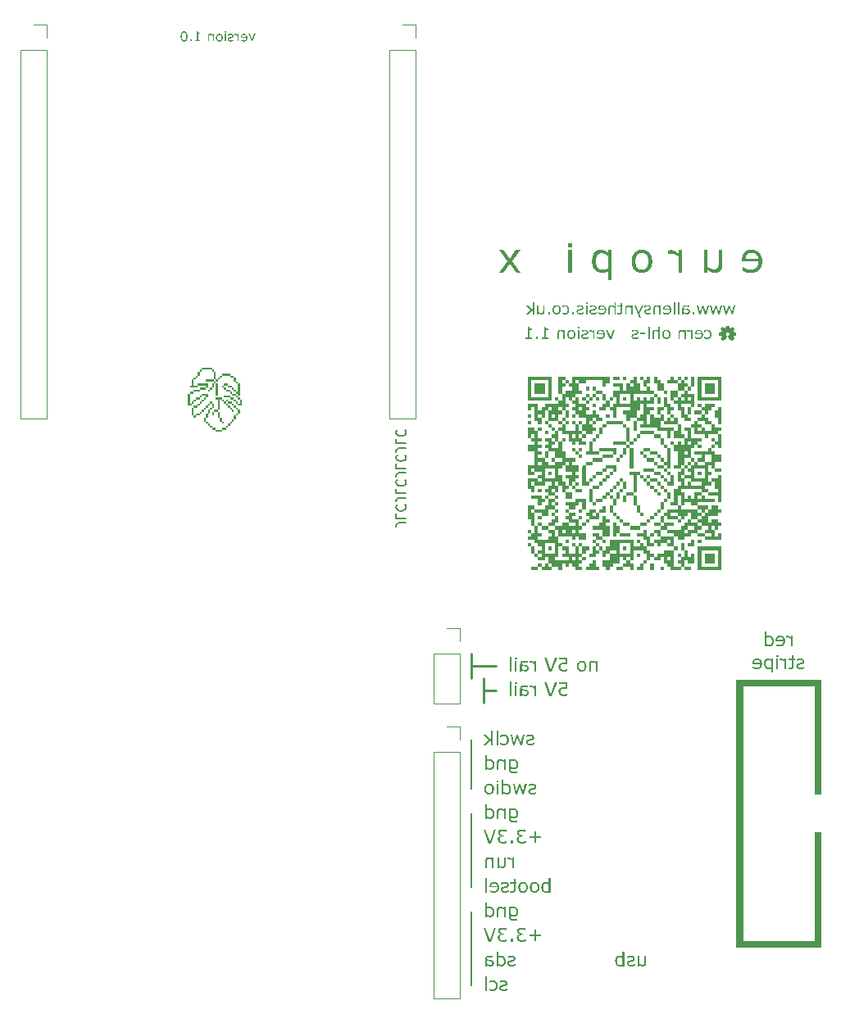
<source format=gbr>
%TF.GenerationSoftware,KiCad,Pcbnew,7.0.9*%
%TF.CreationDate,2023-11-25T16:41:53+01:00*%
%TF.ProjectId,EuroPi-X,4575726f-5069-42d5-982e-6b696361645f,rev?*%
%TF.SameCoordinates,Original*%
%TF.FileFunction,Legend,Bot*%
%TF.FilePolarity,Positive*%
%FSLAX46Y46*%
G04 Gerber Fmt 4.6, Leading zero omitted, Abs format (unit mm)*
G04 Created by KiCad (PCBNEW 7.0.9) date 2023-11-25 16:41:53*
%MOMM*%
%LPD*%
G01*
G04 APERTURE LIST*
%ADD10C,0.000000*%
%ADD11C,0.250000*%
%ADD12C,0.150000*%
%ADD13C,0.020000*%
%ADD14C,0.120000*%
G04 APERTURE END LIST*
D10*
G36*
X21355844Y-37892302D02*
G01*
X21148146Y-37892302D01*
X21148146Y-37684604D01*
X21355844Y-37684604D01*
X21355844Y-37892302D01*
G37*
G36*
X18454687Y-38721771D02*
G01*
X18246989Y-38721771D01*
X18246989Y-38514073D01*
X18454687Y-38514073D01*
X18454687Y-38721771D01*
G37*
G36*
X17418844Y-38721771D02*
G01*
X17211146Y-38721771D01*
X17211146Y-38514073D01*
X17418844Y-38514073D01*
X17418844Y-38721771D01*
G37*
G36*
X22393010Y-37064156D02*
G01*
X22185312Y-37064156D01*
X22185312Y-36856458D01*
X22393010Y-36856458D01*
X22393010Y-37064156D01*
G37*
G36*
X22599385Y-38100000D02*
G01*
X22391687Y-38100000D01*
X22391687Y-37892302D01*
X22599385Y-37892302D01*
X22599385Y-38100000D01*
G37*
G36*
X22185312Y-37892302D02*
G01*
X21977614Y-37892302D01*
X21977614Y-37684604D01*
X22185312Y-37684604D01*
X22185312Y-37892302D01*
G37*
G36*
X20112302Y-36442386D02*
G01*
X19904604Y-36442386D01*
X19904604Y-36234688D01*
X20112302Y-36234688D01*
X20112302Y-36442386D01*
G37*
G36*
X21977614Y-39965313D02*
G01*
X21769916Y-39965313D01*
X21769916Y-39757615D01*
X21977614Y-39757615D01*
X21977614Y-39965313D01*
G37*
G36*
X17832917Y-39135844D02*
G01*
X17625218Y-39135844D01*
X17625218Y-38928146D01*
X17832917Y-38928146D01*
X17832917Y-39135844D01*
G37*
G36*
X22599385Y-38721771D02*
G01*
X22391687Y-38721771D01*
X22391687Y-38514073D01*
X22599385Y-38514073D01*
X22599385Y-38721771D01*
G37*
G36*
X17418844Y-39135844D02*
G01*
X17211146Y-39135844D01*
X17211146Y-38928146D01*
X17418844Y-38928146D01*
X17418844Y-39135844D01*
G37*
G36*
X18454687Y-39343542D02*
G01*
X18246989Y-39343542D01*
X18246989Y-39135844D01*
X18454687Y-39135844D01*
X18454687Y-39343542D01*
G37*
G36*
X20941771Y-38929469D02*
G01*
X20734073Y-38929469D01*
X20734073Y-38721771D01*
X20941771Y-38721771D01*
X20941771Y-38929469D01*
G37*
G36*
X21977614Y-38721771D02*
G01*
X21769916Y-38721771D01*
X21769916Y-38514073D01*
X21977614Y-38514073D01*
X21977614Y-38721771D01*
G37*
G36*
X20112302Y-36026990D02*
G01*
X19904604Y-36026990D01*
X19904604Y-35819292D01*
X20112302Y-35819292D01*
X20112302Y-36026990D01*
G37*
G36*
X19076458Y-35612917D02*
G01*
X18868760Y-35612917D01*
X18868760Y-35405219D01*
X19076458Y-35405219D01*
X19076458Y-35612917D01*
G37*
G36*
X18040615Y-37892302D02*
G01*
X17832917Y-37892302D01*
X17832917Y-37684604D01*
X18040615Y-37684604D01*
X18040615Y-37892302D01*
G37*
G36*
X20320000Y-37270531D02*
G01*
X20112302Y-37270531D01*
X20112302Y-37062834D01*
X20320000Y-37062834D01*
X20320000Y-37270531D01*
G37*
G36*
X20527698Y-40587084D02*
G01*
X20320000Y-40587084D01*
X20320000Y-40379385D01*
X20527698Y-40379385D01*
X20527698Y-40587084D01*
G37*
G36*
X19076458Y-37685927D02*
G01*
X18868760Y-37685927D01*
X18868760Y-37478229D01*
X19076458Y-37478229D01*
X19076458Y-37685927D01*
G37*
G36*
X21563541Y-41416552D02*
G01*
X21355844Y-41416552D01*
X21355844Y-41208854D01*
X21563541Y-41208854D01*
X21563541Y-41416552D01*
G37*
G36*
X21563541Y-38514073D02*
G01*
X21355844Y-38514073D01*
X21355844Y-38306375D01*
X21563541Y-38306375D01*
X21563541Y-38514073D01*
G37*
G36*
X18040615Y-38929469D02*
G01*
X17832917Y-38929469D01*
X17832917Y-38721771D01*
X18040615Y-38721771D01*
X18040615Y-38929469D01*
G37*
G36*
X17832917Y-37270531D02*
G01*
X17625218Y-37270531D01*
X17625218Y-37062834D01*
X17832917Y-37062834D01*
X17832917Y-37270531D01*
G37*
G36*
X19284156Y-40587084D02*
G01*
X19076458Y-40587084D01*
X19076458Y-40379385D01*
X19284156Y-40379385D01*
X19284156Y-40587084D01*
G37*
G36*
X20527698Y-39343542D02*
G01*
X20320000Y-39343542D01*
X20320000Y-39135844D01*
X20527698Y-39135844D01*
X20527698Y-39343542D01*
G37*
G36*
X18246989Y-36442386D02*
G01*
X18039291Y-36442386D01*
X18039291Y-36234688D01*
X18246989Y-36234688D01*
X18246989Y-36442386D01*
G37*
G36*
X22393010Y-38100000D02*
G01*
X22185312Y-38100000D01*
X22185312Y-37892302D01*
X22393010Y-37892302D01*
X22393010Y-38100000D01*
G37*
G36*
X19284156Y-36856458D02*
G01*
X19076458Y-36856458D01*
X19076458Y-36648761D01*
X19284156Y-36648761D01*
X19284156Y-36856458D01*
G37*
G36*
X18662385Y-40173011D02*
G01*
X18454687Y-40173011D01*
X18454687Y-39965313D01*
X18662385Y-39965313D01*
X18662385Y-40173011D01*
G37*
D11*
X49022000Y-68772000D02*
X47752000Y-68772000D01*
D10*
G36*
X18454687Y-36234688D02*
G01*
X18246989Y-36234688D01*
X18246989Y-36026990D01*
X18454687Y-36026990D01*
X18454687Y-36234688D01*
G37*
G36*
X21355844Y-37270531D02*
G01*
X21148146Y-37270531D01*
X21148146Y-37062834D01*
X21355844Y-37062834D01*
X21355844Y-37270531D01*
G37*
G36*
X19284156Y-40379385D02*
G01*
X19076458Y-40379385D01*
X19076458Y-40171687D01*
X19284156Y-40171687D01*
X19284156Y-40379385D01*
G37*
G36*
X17832917Y-40173011D02*
G01*
X17625218Y-40173011D01*
X17625218Y-39965313D01*
X17832917Y-39965313D01*
X17832917Y-40173011D01*
G37*
G36*
X19490531Y-40173011D02*
G01*
X19282833Y-40173011D01*
X19282833Y-39965313D01*
X19490531Y-39965313D01*
X19490531Y-40173011D01*
G37*
G36*
X18246989Y-40379385D02*
G01*
X18039291Y-40379385D01*
X18039291Y-40171687D01*
X18246989Y-40171687D01*
X18246989Y-40379385D01*
G37*
G36*
X17418844Y-39343542D02*
G01*
X17211146Y-39343542D01*
X17211146Y-39135844D01*
X17418844Y-39135844D01*
X17418844Y-39343542D01*
G37*
G36*
X20527698Y-39135844D02*
G01*
X20320000Y-39135844D01*
X20320000Y-38928146D01*
X20527698Y-38928146D01*
X20527698Y-39135844D01*
G37*
G36*
X19076458Y-38307698D02*
G01*
X18868760Y-38307698D01*
X18868760Y-38100000D01*
X19076458Y-38100000D01*
X19076458Y-38307698D01*
G37*
G36*
X17418844Y-38307698D02*
G01*
X17211146Y-38307698D01*
X17211146Y-38100000D01*
X17418844Y-38100000D01*
X17418844Y-38307698D01*
G37*
G36*
X19284156Y-39551240D02*
G01*
X19076458Y-39551240D01*
X19076458Y-39343542D01*
X19284156Y-39343542D01*
X19284156Y-39551240D01*
G37*
G36*
X17832917Y-37478229D02*
G01*
X17625218Y-37478229D01*
X17625218Y-37270531D01*
X17832917Y-37270531D01*
X17832917Y-37478229D01*
G37*
G36*
X21771239Y-37478229D02*
G01*
X21563541Y-37478229D01*
X21563541Y-37270531D01*
X21771239Y-37270531D01*
X21771239Y-37478229D01*
G37*
G36*
X22185312Y-36648761D02*
G01*
X21977614Y-36648761D01*
X21977614Y-36441063D01*
X22185312Y-36441063D01*
X22185312Y-36648761D01*
G37*
G36*
X19284156Y-37270531D02*
G01*
X19076458Y-37270531D01*
X19076458Y-37062834D01*
X19284156Y-37062834D01*
X19284156Y-37270531D01*
G37*
G36*
X19905927Y-39551240D02*
G01*
X19698229Y-39551240D01*
X19698229Y-39343542D01*
X19905927Y-39343542D01*
X19905927Y-39551240D01*
G37*
G36*
X22185312Y-39551240D02*
G01*
X21977614Y-39551240D01*
X21977614Y-39343542D01*
X22185312Y-39343542D01*
X22185312Y-39551240D01*
G37*
G36*
X20527698Y-36648761D02*
G01*
X20320000Y-36648761D01*
X20320000Y-36441063D01*
X20527698Y-36441063D01*
X20527698Y-36648761D01*
G37*
G36*
X21771239Y-39135844D02*
G01*
X21563541Y-39135844D01*
X21563541Y-38928146D01*
X21771239Y-38928146D01*
X21771239Y-39135844D01*
G37*
G36*
X19076458Y-39757615D02*
G01*
X18868760Y-39757615D01*
X18868760Y-39549917D01*
X19076458Y-39549917D01*
X19076458Y-39757615D01*
G37*
G36*
X22599385Y-37685927D02*
G01*
X22391687Y-37685927D01*
X22391687Y-37478229D01*
X22599385Y-37478229D01*
X22599385Y-37685927D01*
G37*
G36*
X18454687Y-37270531D02*
G01*
X18246989Y-37270531D01*
X18246989Y-37062834D01*
X18454687Y-37062834D01*
X18454687Y-37270531D01*
G37*
G36*
X19284156Y-38514073D02*
G01*
X19076458Y-38514073D01*
X19076458Y-38306375D01*
X19284156Y-38306375D01*
X19284156Y-38514073D01*
G37*
G36*
X20320000Y-38100000D02*
G01*
X20112302Y-38100000D01*
X20112302Y-37892302D01*
X20320000Y-37892302D01*
X20320000Y-38100000D01*
G37*
G36*
X20112302Y-37064156D02*
G01*
X19904604Y-37064156D01*
X19904604Y-36856458D01*
X20112302Y-36856458D01*
X20112302Y-37064156D01*
G37*
G36*
X20527698Y-40379385D02*
G01*
X20320000Y-40379385D01*
X20320000Y-40171687D01*
X20527698Y-40171687D01*
X20527698Y-40379385D01*
G37*
G36*
X17832917Y-39965313D02*
G01*
X17625218Y-39965313D01*
X17625218Y-39757615D01*
X17832917Y-39757615D01*
X17832917Y-39965313D01*
G37*
G36*
X19905927Y-37270531D02*
G01*
X19698229Y-37270531D01*
X19698229Y-37062834D01*
X19905927Y-37062834D01*
X19905927Y-37270531D01*
G37*
G36*
X17832917Y-38100000D02*
G01*
X17625218Y-38100000D01*
X17625218Y-37892302D01*
X17832917Y-37892302D01*
X17832917Y-38100000D01*
G37*
G36*
X19284156Y-35612917D02*
G01*
X19076458Y-35612917D01*
X19076458Y-35405219D01*
X19284156Y-35405219D01*
X19284156Y-35612917D01*
G37*
G36*
X17625218Y-37478229D02*
G01*
X17417520Y-37478229D01*
X17417520Y-37270531D01*
X17625218Y-37270531D01*
X17625218Y-37478229D01*
G37*
G36*
X17625218Y-38100000D02*
G01*
X17417520Y-38100000D01*
X17417520Y-37892302D01*
X17625218Y-37892302D01*
X17625218Y-38100000D01*
G37*
G36*
X18454687Y-36026990D02*
G01*
X18246989Y-36026990D01*
X18246989Y-35819292D01*
X18454687Y-35819292D01*
X18454687Y-36026990D01*
G37*
G36*
X21355844Y-39343542D02*
G01*
X21148146Y-39343542D01*
X21148146Y-39135844D01*
X21355844Y-39135844D01*
X21355844Y-39343542D01*
G37*
G36*
X18868760Y-35612917D02*
G01*
X18661062Y-35612917D01*
X18661062Y-35405219D01*
X18868760Y-35405219D01*
X18868760Y-35612917D01*
G37*
G36*
X18246989Y-39551240D02*
G01*
X18039291Y-39551240D01*
X18039291Y-39343542D01*
X18246989Y-39343542D01*
X18246989Y-39551240D01*
G37*
G36*
X18868760Y-37270531D02*
G01*
X18661062Y-37270531D01*
X18661062Y-37062834D01*
X18868760Y-37062834D01*
X18868760Y-37270531D01*
G37*
G36*
X20527698Y-38929469D02*
G01*
X20320000Y-38929469D01*
X20320000Y-38721771D01*
X20527698Y-38721771D01*
X20527698Y-38929469D01*
G37*
G36*
X21977614Y-37685927D02*
G01*
X21769916Y-37685927D01*
X21769916Y-37478229D01*
X21977614Y-37478229D01*
X21977614Y-37685927D01*
G37*
G36*
X19905927Y-39343542D02*
G01*
X19698229Y-39343542D01*
X19698229Y-39135844D01*
X19905927Y-39135844D01*
X19905927Y-39343542D01*
G37*
G36*
X22599385Y-37892302D02*
G01*
X22391687Y-37892302D01*
X22391687Y-37684604D01*
X22599385Y-37684604D01*
X22599385Y-37892302D01*
G37*
G36*
X18662385Y-38514073D02*
G01*
X18454687Y-38514073D01*
X18454687Y-38306375D01*
X18662385Y-38306375D01*
X18662385Y-38514073D01*
G37*
G36*
X20527698Y-39551240D02*
G01*
X20320000Y-39551240D01*
X20320000Y-39343542D01*
X20527698Y-39343542D01*
X20527698Y-39551240D01*
G37*
D11*
X49022000Y-66232000D02*
X46482000Y-66232000D01*
D10*
G36*
X20320000Y-37478229D02*
G01*
X20112302Y-37478229D01*
X20112302Y-37270531D01*
X20320000Y-37270531D01*
X20320000Y-37478229D01*
G37*
G36*
X18662385Y-37685927D02*
G01*
X18454687Y-37685927D01*
X18454687Y-37478229D01*
X18662385Y-37478229D01*
X18662385Y-37685927D01*
G37*
D12*
X46482000Y-73852000D02*
X46482000Y-78932000D01*
D10*
G36*
X22185312Y-40794782D02*
G01*
X21977614Y-40794782D01*
X21977614Y-40587084D01*
X22185312Y-40587084D01*
X22185312Y-40794782D01*
G37*
G36*
X21771239Y-36442386D02*
G01*
X21563541Y-36442386D01*
X21563541Y-36234688D01*
X21771239Y-36234688D01*
X21771239Y-36442386D01*
G37*
G36*
X18040615Y-40587084D02*
G01*
X17832917Y-40587084D01*
X17832917Y-40379385D01*
X18040615Y-40379385D01*
X18040615Y-40587084D01*
G37*
G36*
X19490531Y-35612917D02*
G01*
X19282833Y-35612917D01*
X19282833Y-35405219D01*
X19490531Y-35405219D01*
X19490531Y-35612917D01*
G37*
G36*
X17418844Y-38514073D02*
G01*
X17211146Y-38514073D01*
X17211146Y-38306375D01*
X17418844Y-38306375D01*
X17418844Y-38514073D01*
G37*
G36*
X21771239Y-38100000D02*
G01*
X21563541Y-38100000D01*
X21563541Y-37892302D01*
X21771239Y-37892302D01*
X21771239Y-38100000D01*
G37*
G36*
X20320000Y-36856458D02*
G01*
X20112302Y-36856458D01*
X20112302Y-36648761D01*
X20320000Y-36648761D01*
X20320000Y-36856458D01*
G37*
G36*
X18246989Y-37478229D02*
G01*
X18039291Y-37478229D01*
X18039291Y-37270531D01*
X18246989Y-37270531D01*
X18246989Y-37478229D01*
G37*
G36*
X17832917Y-36856458D02*
G01*
X17625218Y-36856458D01*
X17625218Y-36648761D01*
X17832917Y-36648761D01*
X17832917Y-36856458D01*
G37*
G36*
X20527698Y-42038323D02*
G01*
X20320000Y-42038323D01*
X20320000Y-41830625D01*
X20527698Y-41830625D01*
X20527698Y-42038323D01*
G37*
G36*
X21149468Y-41830625D02*
G01*
X20941771Y-41830625D01*
X20941771Y-41622927D01*
X21149468Y-41622927D01*
X21149468Y-41830625D01*
G37*
G36*
X22599385Y-39343542D02*
G01*
X22391687Y-39343542D01*
X22391687Y-39135844D01*
X22599385Y-39135844D01*
X22599385Y-39343542D01*
G37*
G36*
X19076458Y-41001156D02*
G01*
X18868760Y-41001156D01*
X18868760Y-40793458D01*
X19076458Y-40793458D01*
X19076458Y-41001156D01*
G37*
D13*
X73042411Y-31074547D02*
X73085717Y-31294274D01*
X73239327Y-31357467D01*
X73431326Y-31232561D01*
X73587840Y-31392614D01*
X73468535Y-31569028D01*
X73529389Y-31730424D01*
X73752561Y-31785804D01*
X73748957Y-32005701D01*
X73539146Y-32049080D01*
X73472503Y-32209319D01*
X73586274Y-32389235D01*
X73432477Y-32553632D01*
X73256564Y-32440183D01*
X73173007Y-32481571D01*
X73021672Y-32110919D01*
X73083839Y-32065433D01*
X73127221Y-32009724D01*
X73152000Y-31942000D01*
X73154403Y-31867841D01*
X73135911Y-31802468D01*
X73100101Y-31746566D01*
X73035802Y-31694732D01*
X72972492Y-31671605D01*
X72908464Y-31667668D01*
X72857735Y-31677283D01*
X72797495Y-31706270D01*
X72752175Y-31746566D01*
X72721215Y-31792409D01*
X72699619Y-31856421D01*
X72697168Y-31919847D01*
X72710200Y-31977086D01*
X72736380Y-32027798D01*
X72768437Y-32065433D01*
X72801784Y-32091580D01*
X72834352Y-32116832D01*
X72684702Y-32481033D01*
X72590923Y-32441113D01*
X72427533Y-32552619D01*
X72264535Y-32393184D01*
X72380584Y-32211357D01*
X72316921Y-32053941D01*
X72103139Y-32005551D01*
X72099315Y-31788632D01*
X72322018Y-31738472D01*
X72391726Y-31577523D01*
X72269577Y-31388782D01*
X72433518Y-31234097D01*
X72616080Y-31357361D01*
X72770818Y-31295470D01*
X72820574Y-31069668D01*
X73042411Y-31074547D01*
G36*
X73042411Y-31074547D02*
G01*
X73085717Y-31294274D01*
X73239327Y-31357467D01*
X73431326Y-31232561D01*
X73587840Y-31392614D01*
X73468535Y-31569028D01*
X73529389Y-31730424D01*
X73752561Y-31785804D01*
X73748957Y-32005701D01*
X73539146Y-32049080D01*
X73472503Y-32209319D01*
X73586274Y-32389235D01*
X73432477Y-32553632D01*
X73256564Y-32440183D01*
X73173007Y-32481571D01*
X73021672Y-32110919D01*
X73083839Y-32065433D01*
X73127221Y-32009724D01*
X73152000Y-31942000D01*
X73154403Y-31867841D01*
X73135911Y-31802468D01*
X73100101Y-31746566D01*
X73035802Y-31694732D01*
X72972492Y-31671605D01*
X72908464Y-31667668D01*
X72857735Y-31677283D01*
X72797495Y-31706270D01*
X72752175Y-31746566D01*
X72721215Y-31792409D01*
X72699619Y-31856421D01*
X72697168Y-31919847D01*
X72710200Y-31977086D01*
X72736380Y-32027798D01*
X72768437Y-32065433D01*
X72801784Y-32091580D01*
X72834352Y-32116832D01*
X72684702Y-32481033D01*
X72590923Y-32441113D01*
X72427533Y-32552619D01*
X72264535Y-32393184D01*
X72380584Y-32211357D01*
X72316921Y-32053941D01*
X72103139Y-32005551D01*
X72099315Y-31788632D01*
X72322018Y-31738472D01*
X72391726Y-31577523D01*
X72269577Y-31388782D01*
X72433518Y-31234097D01*
X72616080Y-31357361D01*
X72770818Y-31295470D01*
X72820574Y-31069668D01*
X73042411Y-31074547D01*
G37*
D10*
G36*
X21149468Y-38514073D02*
G01*
X20941771Y-38514073D01*
X20941771Y-38306375D01*
X21149468Y-38306375D01*
X21149468Y-38514073D01*
G37*
G36*
X21563541Y-37478229D02*
G01*
X21355844Y-37478229D01*
X21355844Y-37270531D01*
X21563541Y-37270531D01*
X21563541Y-37478229D01*
G37*
G36*
X19490531Y-36856458D02*
G01*
X19282833Y-36856458D01*
X19282833Y-36648761D01*
X19490531Y-36648761D01*
X19490531Y-36856458D01*
G37*
G36*
X17832917Y-39757615D02*
G01*
X17625218Y-39757615D01*
X17625218Y-39549917D01*
X17832917Y-39549917D01*
X17832917Y-39757615D01*
G37*
G36*
X20941771Y-36234688D02*
G01*
X20734073Y-36234688D01*
X20734073Y-36026990D01*
X20941771Y-36026990D01*
X20941771Y-36234688D01*
G37*
G36*
X20320000Y-37892302D02*
G01*
X20112302Y-37892302D01*
X20112302Y-37684604D01*
X20320000Y-37684604D01*
X20320000Y-37892302D01*
G37*
G36*
X19490531Y-41416552D02*
G01*
X19282833Y-41416552D01*
X19282833Y-41208854D01*
X19490531Y-41208854D01*
X19490531Y-41416552D01*
G37*
G36*
X18040615Y-39551240D02*
G01*
X17832917Y-39551240D01*
X17832917Y-39343542D01*
X18040615Y-39343542D01*
X18040615Y-39551240D01*
G37*
D11*
X47752000Y-67502000D02*
X47752000Y-70042000D01*
D10*
G36*
X22599385Y-38307698D02*
G01*
X22391687Y-38307698D01*
X22391687Y-38100000D01*
X22599385Y-38100000D01*
X22599385Y-38307698D01*
G37*
G36*
X20527698Y-38721771D02*
G01*
X20320000Y-38721771D01*
X20320000Y-38514073D01*
X20527698Y-38514073D01*
X20527698Y-38721771D01*
G37*
G36*
X20112302Y-39965313D02*
G01*
X19904604Y-39965313D01*
X19904604Y-39757615D01*
X20112302Y-39757615D01*
X20112302Y-39965313D01*
G37*
G36*
X21355844Y-38514073D02*
G01*
X21148146Y-38514073D01*
X21148146Y-38306375D01*
X21355844Y-38306375D01*
X21355844Y-38514073D01*
G37*
G36*
X22393010Y-39135844D02*
G01*
X22185312Y-39135844D01*
X22185312Y-38928146D01*
X22393010Y-38928146D01*
X22393010Y-39135844D01*
G37*
G36*
X21771239Y-41208854D02*
G01*
X21563541Y-41208854D01*
X21563541Y-41001156D01*
X21771239Y-41001156D01*
X21771239Y-41208854D01*
G37*
G36*
X18868760Y-39965313D02*
G01*
X18661062Y-39965313D01*
X18661062Y-39757615D01*
X18868760Y-39757615D01*
X18868760Y-39965313D01*
G37*
G36*
X19698229Y-41622927D02*
G01*
X19490531Y-41622927D01*
X19490531Y-41415229D01*
X19698229Y-41415229D01*
X19698229Y-41622927D01*
G37*
G36*
X19698229Y-37685927D02*
G01*
X19490531Y-37685927D01*
X19490531Y-37478229D01*
X19698229Y-37478229D01*
X19698229Y-37685927D01*
G37*
G36*
X22393010Y-40379385D02*
G01*
X22185312Y-40379385D01*
X22185312Y-40171687D01*
X22393010Y-40171687D01*
X22393010Y-40379385D01*
G37*
G36*
X22807083Y-39343542D02*
G01*
X22599385Y-39343542D01*
X22599385Y-39135844D01*
X22807083Y-39135844D01*
X22807083Y-39343542D01*
G37*
G36*
X18868760Y-38307698D02*
G01*
X18661062Y-38307698D01*
X18661062Y-38100000D01*
X18868760Y-38100000D01*
X18868760Y-38307698D01*
G37*
G36*
X19076458Y-40794782D02*
G01*
X18868760Y-40794782D01*
X18868760Y-40587084D01*
X19076458Y-40587084D01*
X19076458Y-40794782D01*
G37*
G36*
X21977614Y-38307698D02*
G01*
X21769916Y-38307698D01*
X21769916Y-38100000D01*
X21977614Y-38100000D01*
X21977614Y-38307698D01*
G37*
G36*
X19698229Y-39757615D02*
G01*
X19490531Y-39757615D01*
X19490531Y-39549917D01*
X19698229Y-39549917D01*
X19698229Y-39757615D01*
G37*
G36*
X19076458Y-38721771D02*
G01*
X18868760Y-38721771D01*
X18868760Y-38514073D01*
X19076458Y-38514073D01*
X19076458Y-38721771D01*
G37*
G36*
X20320000Y-38721771D02*
G01*
X20112302Y-38721771D01*
X20112302Y-38514073D01*
X20320000Y-38514073D01*
X20320000Y-38721771D01*
G37*
G36*
X17832917Y-37064156D02*
G01*
X17625218Y-37064156D01*
X17625218Y-36856458D01*
X17832917Y-36856458D01*
X17832917Y-37064156D01*
G37*
G36*
X18040615Y-36648761D02*
G01*
X17832917Y-36648761D01*
X17832917Y-36441063D01*
X18040615Y-36441063D01*
X18040615Y-36648761D01*
G37*
G36*
X18662385Y-35820615D02*
G01*
X18454687Y-35820615D01*
X18454687Y-35612917D01*
X18662385Y-35612917D01*
X18662385Y-35820615D01*
G37*
G36*
X18662385Y-37270531D02*
G01*
X18454687Y-37270531D01*
X18454687Y-37062834D01*
X18662385Y-37062834D01*
X18662385Y-37270531D01*
G37*
G36*
X22599385Y-37270531D02*
G01*
X22391687Y-37270531D01*
X22391687Y-37062834D01*
X22599385Y-37062834D01*
X22599385Y-37270531D01*
G37*
G36*
X19284156Y-41208854D02*
G01*
X19076458Y-41208854D01*
X19076458Y-41001156D01*
X19284156Y-41001156D01*
X19284156Y-41208854D01*
G37*
G36*
X20527698Y-39757615D02*
G01*
X20320000Y-39757615D01*
X20320000Y-39549917D01*
X20527698Y-39549917D01*
X20527698Y-39757615D01*
G37*
D11*
X46482000Y-64962000D02*
X46482000Y-67502000D01*
D10*
G36*
X20941771Y-41830625D02*
G01*
X20734073Y-41830625D01*
X20734073Y-41622927D01*
X20941771Y-41622927D01*
X20941771Y-41830625D01*
G37*
G36*
X21977614Y-41001156D02*
G01*
X21769916Y-41001156D01*
X21769916Y-40793458D01*
X21977614Y-40793458D01*
X21977614Y-41001156D01*
G37*
G36*
X20320000Y-38307698D02*
G01*
X20112302Y-38307698D01*
X20112302Y-38100000D01*
X20320000Y-38100000D01*
X20320000Y-38307698D01*
G37*
G36*
X20734073Y-42038323D02*
G01*
X20526375Y-42038323D01*
X20526375Y-41830625D01*
X20734073Y-41830625D01*
X20734073Y-42038323D01*
G37*
G36*
X22599385Y-40173011D02*
G01*
X22391687Y-40173011D01*
X22391687Y-39965313D01*
X22599385Y-39965313D01*
X22599385Y-40173011D01*
G37*
G36*
X19490531Y-39965313D02*
G01*
X19282833Y-39965313D01*
X19282833Y-39757615D01*
X19490531Y-39757615D01*
X19490531Y-39965313D01*
G37*
G36*
X18868760Y-37685927D02*
G01*
X18661062Y-37685927D01*
X18661062Y-37478229D01*
X18868760Y-37478229D01*
X18868760Y-37685927D01*
G37*
G36*
X19905927Y-41830625D02*
G01*
X19698229Y-41830625D01*
X19698229Y-41622927D01*
X19905927Y-41622927D01*
X19905927Y-41830625D01*
G37*
G36*
X22393010Y-39757615D02*
G01*
X22185312Y-39757615D01*
X22185312Y-39549917D01*
X22393010Y-39549917D01*
X22393010Y-39757615D01*
G37*
G36*
X21149468Y-36234688D02*
G01*
X20941771Y-36234688D01*
X20941771Y-36026990D01*
X21149468Y-36026990D01*
X21149468Y-36234688D01*
G37*
G36*
X22599385Y-39965313D02*
G01*
X22391687Y-39965313D01*
X22391687Y-39757615D01*
X22599385Y-39757615D01*
X22599385Y-39965313D01*
G37*
G36*
X22185312Y-40587084D02*
G01*
X21977614Y-40587084D01*
X21977614Y-40379385D01*
X22185312Y-40379385D01*
X22185312Y-40587084D01*
G37*
G36*
X18662385Y-39135844D02*
G01*
X18454687Y-39135844D01*
X18454687Y-38928146D01*
X18662385Y-38928146D01*
X18662385Y-39135844D01*
G37*
G36*
X19905927Y-40173011D02*
G01*
X19698229Y-40173011D01*
X19698229Y-39965313D01*
X19905927Y-39965313D01*
X19905927Y-40173011D01*
G37*
G36*
X18040615Y-37478229D02*
G01*
X17832917Y-37478229D01*
X17832917Y-37270531D01*
X18040615Y-37270531D01*
X18040615Y-37478229D01*
G37*
G36*
X17832917Y-40379385D02*
G01*
X17625218Y-40379385D01*
X17625218Y-40171687D01*
X17832917Y-40171687D01*
X17832917Y-40379385D01*
G37*
G36*
X20320000Y-42038323D02*
G01*
X20112302Y-42038323D01*
X20112302Y-41830625D01*
X20320000Y-41830625D01*
X20320000Y-42038323D01*
G37*
G36*
X18454687Y-40379385D02*
G01*
X18246989Y-40379385D01*
X18246989Y-40171687D01*
X18454687Y-40171687D01*
X18454687Y-40379385D01*
G37*
G36*
X19698229Y-39135844D02*
G01*
X19490531Y-39135844D01*
X19490531Y-38928146D01*
X19698229Y-38928146D01*
X19698229Y-39135844D01*
G37*
G36*
X19905927Y-36856458D02*
G01*
X19698229Y-36856458D01*
X19698229Y-36648761D01*
X19905927Y-36648761D01*
X19905927Y-36856458D01*
G37*
G36*
X22185312Y-38307698D02*
G01*
X21977614Y-38307698D01*
X21977614Y-38100000D01*
X22185312Y-38100000D01*
X22185312Y-38307698D01*
G37*
G36*
X18454687Y-37892302D02*
G01*
X18246989Y-37892302D01*
X18246989Y-37684604D01*
X18454687Y-37684604D01*
X18454687Y-37892302D01*
G37*
G36*
X19076458Y-37270531D02*
G01*
X18868760Y-37270531D01*
X18868760Y-37062834D01*
X19076458Y-37062834D01*
X19076458Y-37270531D01*
G37*
G36*
X22807083Y-39135844D02*
G01*
X22599385Y-39135844D01*
X22599385Y-38928146D01*
X22807083Y-38928146D01*
X22807083Y-39135844D01*
G37*
G36*
X21149468Y-38514073D02*
G01*
X20941771Y-38514073D01*
X20941771Y-38306375D01*
X21149468Y-38306375D01*
X21149468Y-38514073D01*
G37*
G36*
X22599385Y-37478229D02*
G01*
X22391687Y-37478229D01*
X22391687Y-37270531D01*
X22599385Y-37270531D01*
X22599385Y-37478229D01*
G37*
G36*
X19905927Y-35820615D02*
G01*
X19698229Y-35820615D01*
X19698229Y-35612917D01*
X19905927Y-35612917D01*
X19905927Y-35820615D01*
G37*
G36*
X19490531Y-39343542D02*
G01*
X19282833Y-39343542D01*
X19282833Y-39135844D01*
X19490531Y-39135844D01*
X19490531Y-39343542D01*
G37*
G36*
X21771239Y-38721771D02*
G01*
X21563541Y-38721771D01*
X21563541Y-38514073D01*
X21771239Y-38514073D01*
X21771239Y-38721771D01*
G37*
G36*
X19905927Y-40379385D02*
G01*
X19698229Y-40379385D01*
X19698229Y-40171687D01*
X19905927Y-40171687D01*
X19905927Y-40379385D01*
G37*
G36*
X20734073Y-36442386D02*
G01*
X20526375Y-36442386D01*
X20526375Y-36234688D01*
X20734073Y-36234688D01*
X20734073Y-36442386D01*
G37*
G36*
X20941771Y-41208854D02*
G01*
X20734073Y-41208854D01*
X20734073Y-41001156D01*
X20941771Y-41001156D01*
X20941771Y-41208854D01*
G37*
G36*
X22185312Y-38929469D02*
G01*
X21977614Y-38929469D01*
X21977614Y-38721771D01*
X22185312Y-38721771D01*
X22185312Y-38929469D01*
G37*
D12*
X46482000Y-81472000D02*
X46482000Y-89092000D01*
D10*
G36*
X21977614Y-36442386D02*
G01*
X21769916Y-36442386D01*
X21769916Y-36234688D01*
X21977614Y-36234688D01*
X21977614Y-36442386D01*
G37*
G36*
X21149468Y-39135844D02*
G01*
X20941771Y-39135844D01*
X20941771Y-38928146D01*
X21149468Y-38928146D01*
X21149468Y-39135844D01*
G37*
G36*
X19490531Y-37892302D02*
G01*
X19282833Y-37892302D01*
X19282833Y-37684604D01*
X19490531Y-37684604D01*
X19490531Y-37892302D01*
G37*
G36*
X21977614Y-39343542D02*
G01*
X21769916Y-39343542D01*
X21769916Y-39135844D01*
X21977614Y-39135844D01*
X21977614Y-39343542D01*
G37*
G36*
X22807083Y-38929469D02*
G01*
X22599385Y-38929469D01*
X22599385Y-38721771D01*
X22807083Y-38721771D01*
X22807083Y-38929469D01*
G37*
G36*
X18868760Y-38929469D02*
G01*
X18661062Y-38929469D01*
X18661062Y-38721771D01*
X18868760Y-38721771D01*
X18868760Y-38929469D01*
G37*
G36*
X21771239Y-39757615D02*
G01*
X21563541Y-39757615D01*
X21563541Y-39549917D01*
X21771239Y-39549917D01*
X21771239Y-39757615D01*
G37*
G36*
X20112302Y-36648761D02*
G01*
X19904604Y-36648761D01*
X19904604Y-36441063D01*
X20112302Y-36441063D01*
X20112302Y-36648761D01*
G37*
G36*
X20734073Y-38721771D02*
G01*
X20526375Y-38721771D01*
X20526375Y-38514073D01*
X20734073Y-38514073D01*
X20734073Y-38721771D01*
G37*
G36*
X19905927Y-37478229D02*
G01*
X19698229Y-37478229D01*
X19698229Y-37270531D01*
X19905927Y-37270531D01*
X19905927Y-37478229D01*
G37*
G36*
X20112302Y-36234688D02*
G01*
X19904604Y-36234688D01*
X19904604Y-36026990D01*
X20112302Y-36026990D01*
X20112302Y-36234688D01*
G37*
G36*
X20112302Y-41830625D02*
G01*
X19904604Y-41830625D01*
X19904604Y-41622927D01*
X20112302Y-41622927D01*
X20112302Y-41830625D01*
G37*
G36*
X17625218Y-39343542D02*
G01*
X17417520Y-39343542D01*
X17417520Y-39135844D01*
X17625218Y-39135844D01*
X17625218Y-39343542D01*
G37*
G36*
X19284156Y-37478229D02*
G01*
X19076458Y-37478229D01*
X19076458Y-37270531D01*
X19284156Y-37270531D01*
X19284156Y-37478229D01*
G37*
G36*
X17418844Y-38929469D02*
G01*
X17211146Y-38929469D01*
X17211146Y-38721771D01*
X17418844Y-38721771D01*
X17418844Y-38929469D01*
G37*
G36*
X21355844Y-36234688D02*
G01*
X21148146Y-36234688D01*
X21148146Y-36026990D01*
X21355844Y-36026990D01*
X21355844Y-36234688D01*
G37*
G36*
X20941771Y-37478229D02*
G01*
X20734073Y-37478229D01*
X20734073Y-37270531D01*
X20941771Y-37270531D01*
X20941771Y-37478229D01*
G37*
G36*
X22393010Y-38514073D02*
G01*
X22185312Y-38514073D01*
X22185312Y-38306375D01*
X22393010Y-38306375D01*
X22393010Y-38514073D01*
G37*
G36*
X19698229Y-36856458D02*
G01*
X19490531Y-36856458D01*
X19490531Y-36648761D01*
X19698229Y-36648761D01*
X19698229Y-36856458D01*
G37*
G36*
X21563541Y-39135844D02*
G01*
X21355844Y-39135844D01*
X21355844Y-38928146D01*
X21563541Y-38928146D01*
X21563541Y-39135844D01*
G37*
G36*
X20734073Y-40794782D02*
G01*
X20526375Y-40794782D01*
X20526375Y-40587084D01*
X20734073Y-40587084D01*
X20734073Y-40794782D01*
G37*
G36*
X21563541Y-37892302D02*
G01*
X21355844Y-37892302D01*
X21355844Y-37684604D01*
X21563541Y-37684604D01*
X21563541Y-37892302D01*
G37*
G36*
X20734073Y-41001156D02*
G01*
X20526375Y-41001156D01*
X20526375Y-40793458D01*
X20734073Y-40793458D01*
X20734073Y-41001156D01*
G37*
G36*
X19284156Y-38307698D02*
G01*
X19076458Y-38307698D01*
X19076458Y-38100000D01*
X19284156Y-38100000D01*
X19284156Y-38307698D01*
G37*
G36*
X21563541Y-36234688D02*
G01*
X21355844Y-36234688D01*
X21355844Y-36026990D01*
X21563541Y-36026990D01*
X21563541Y-36234688D01*
G37*
G36*
X21355844Y-38929469D02*
G01*
X21148146Y-38929469D01*
X21148146Y-38721771D01*
X21355844Y-38721771D01*
X21355844Y-38929469D01*
G37*
D12*
X46482000Y-91632000D02*
X46482000Y-99252000D01*
D10*
G36*
X18246989Y-38721771D02*
G01*
X18039291Y-38721771D01*
X18039291Y-38514073D01*
X18246989Y-38514073D01*
X18246989Y-38721771D01*
G37*
G36*
X20527698Y-40173011D02*
G01*
X20320000Y-40173011D01*
X20320000Y-39965313D01*
X20527698Y-39965313D01*
X20527698Y-40173011D01*
G37*
G36*
X22185312Y-36856458D02*
G01*
X21977614Y-36856458D01*
X21977614Y-36648761D01*
X22185312Y-36648761D01*
X22185312Y-36856458D01*
G37*
G36*
X21149468Y-37270531D02*
G01*
X20941771Y-37270531D01*
X20941771Y-37062834D01*
X21149468Y-37062834D01*
X21149468Y-37270531D01*
G37*
G36*
X20320000Y-37685927D02*
G01*
X20112302Y-37685927D01*
X20112302Y-37478229D01*
X20320000Y-37478229D01*
X20320000Y-37685927D01*
G37*
G36*
X18246989Y-37892302D02*
G01*
X18039291Y-37892302D01*
X18039291Y-37684604D01*
X18246989Y-37684604D01*
X18246989Y-37892302D01*
G37*
G36*
X21563541Y-39551240D02*
G01*
X21355844Y-39551240D01*
X21355844Y-39343542D01*
X21563541Y-39343542D01*
X21563541Y-39551240D01*
G37*
G36*
X20320000Y-39965313D02*
G01*
X20112302Y-39965313D01*
X20112302Y-39757615D01*
X20320000Y-39757615D01*
X20320000Y-39965313D01*
G37*
G36*
X19698229Y-35612917D02*
G01*
X19490531Y-35612917D01*
X19490531Y-35405219D01*
X19698229Y-35405219D01*
X19698229Y-35612917D01*
G37*
G36*
X21149468Y-37685927D02*
G01*
X20941771Y-37685927D01*
X20941771Y-37478229D01*
X21149468Y-37478229D01*
X21149468Y-37685927D01*
G37*
G36*
X21355844Y-41622927D02*
G01*
X21148146Y-41622927D01*
X21148146Y-41415229D01*
X21355844Y-41415229D01*
X21355844Y-41622927D01*
G37*
D12*
G36*
X50217728Y-86257633D02*
G01*
X50227303Y-86257633D01*
X50242361Y-86253502D01*
X50257276Y-86249827D01*
X50272046Y-86246610D01*
X50286672Y-86243849D01*
X50301154Y-86241545D01*
X50305949Y-86240878D01*
X50320663Y-86239135D01*
X50336339Y-86237753D01*
X50350137Y-86236876D01*
X50364602Y-86236250D01*
X50379736Y-86235874D01*
X50395537Y-86235749D01*
X50411194Y-86236077D01*
X50426749Y-86237059D01*
X50442201Y-86238697D01*
X50457551Y-86240990D01*
X50472799Y-86243939D01*
X50487945Y-86247542D01*
X50502989Y-86251800D01*
X50517930Y-86256714D01*
X50532770Y-86262283D01*
X50547507Y-86268507D01*
X50557275Y-86273020D01*
X50571842Y-86280137D01*
X50586306Y-86287638D01*
X50600669Y-86295524D01*
X50614929Y-86303795D01*
X50629087Y-86312450D01*
X50643143Y-86321490D01*
X50657097Y-86330915D01*
X50670948Y-86340725D01*
X50684698Y-86350919D01*
X50698345Y-86361497D01*
X50707386Y-86368764D01*
X50707386Y-87133000D01*
X50888273Y-87133000D01*
X50888273Y-86060676D01*
X50707386Y-86060676D01*
X50707386Y-86218994D01*
X50694023Y-86208378D01*
X50680859Y-86198157D01*
X50667896Y-86188332D01*
X50655134Y-86178901D01*
X50642571Y-86169867D01*
X50630210Y-86161227D01*
X50618048Y-86152983D01*
X50606087Y-86145135D01*
X50594326Y-86137682D01*
X50577060Y-86127243D01*
X50560245Y-86117694D01*
X50543881Y-86109035D01*
X50527968Y-86101265D01*
X50517610Y-86096579D01*
X50502128Y-86090163D01*
X50486587Y-86084378D01*
X50470985Y-86079224D01*
X50455323Y-86074701D01*
X50439601Y-86070809D01*
X50423819Y-86067548D01*
X50407977Y-86064918D01*
X50392075Y-86062920D01*
X50376113Y-86061552D01*
X50360090Y-86060816D01*
X50349375Y-86060676D01*
X50335362Y-86060734D01*
X50320199Y-86060959D01*
X50304788Y-86061433D01*
X50290181Y-86062256D01*
X50281329Y-86063069D01*
X50267727Y-86064767D01*
X50252821Y-86066867D01*
X50237604Y-86069160D01*
X50222946Y-86071464D01*
X50217728Y-86072302D01*
X50217728Y-86257633D01*
G37*
G36*
X49161818Y-87133000D02*
G01*
X49342704Y-87133000D01*
X49342704Y-87007166D01*
X49354087Y-87015969D01*
X49365411Y-87024514D01*
X49376676Y-87032799D01*
X49387883Y-87040825D01*
X49404582Y-87052379D01*
X49421150Y-87063349D01*
X49437585Y-87073737D01*
X49453888Y-87083541D01*
X49470059Y-87092762D01*
X49486097Y-87101401D01*
X49502003Y-87109456D01*
X49517777Y-87116928D01*
X49533635Y-87123711D01*
X49549794Y-87129827D01*
X49566253Y-87135276D01*
X49583013Y-87140057D01*
X49600073Y-87144172D01*
X49617434Y-87147619D01*
X49635095Y-87150399D01*
X49653057Y-87152511D01*
X49671320Y-87153957D01*
X49689883Y-87154735D01*
X49702425Y-87154884D01*
X49723290Y-87154484D01*
X49743570Y-87153286D01*
X49763265Y-87151289D01*
X49782375Y-87148494D01*
X49800900Y-87144899D01*
X49818839Y-87140506D01*
X49836194Y-87135314D01*
X49852964Y-87129324D01*
X49869149Y-87122534D01*
X49884748Y-87114946D01*
X49899763Y-87106559D01*
X49914193Y-87097374D01*
X49928037Y-87087389D01*
X49941297Y-87076606D01*
X49953971Y-87065024D01*
X49966061Y-87052644D01*
X49977447Y-87039447D01*
X49988100Y-87025502D01*
X49998017Y-87010809D01*
X50007200Y-86995369D01*
X50015649Y-86979180D01*
X50023362Y-86962243D01*
X50030341Y-86944559D01*
X50036586Y-86926126D01*
X50042095Y-86906945D01*
X50046871Y-86887016D01*
X50050911Y-86866340D01*
X50054217Y-86844915D01*
X50056788Y-86822742D01*
X50058625Y-86799822D01*
X50059727Y-86776153D01*
X50060094Y-86751736D01*
X50060094Y-86060676D01*
X49879208Y-86060676D01*
X49879208Y-86663858D01*
X49879142Y-86678784D01*
X49878943Y-86693302D01*
X49878613Y-86707411D01*
X49878150Y-86721111D01*
X49877327Y-86738743D01*
X49876269Y-86755647D01*
X49874976Y-86771825D01*
X49873448Y-86787277D01*
X49871685Y-86802002D01*
X49869452Y-86816101D01*
X49866684Y-86829677D01*
X49862473Y-86845911D01*
X49857428Y-86861327D01*
X49851547Y-86875924D01*
X49844832Y-86889704D01*
X49838859Y-86900138D01*
X49830362Y-86912624D01*
X49821114Y-86924007D01*
X49811115Y-86934289D01*
X49800364Y-86943469D01*
X49788862Y-86951546D01*
X49776608Y-86958522D01*
X49771497Y-86961004D01*
X49757657Y-86966422D01*
X49741998Y-86970921D01*
X49728160Y-86973860D01*
X49713157Y-86976211D01*
X49696990Y-86977974D01*
X49679658Y-86979149D01*
X49665894Y-86979645D01*
X49651476Y-86979810D01*
X49633668Y-86979249D01*
X49615465Y-86977566D01*
X49601554Y-86975568D01*
X49587419Y-86972938D01*
X49573063Y-86969677D01*
X49558484Y-86965786D01*
X49543683Y-86961262D01*
X49528659Y-86956108D01*
X49513413Y-86950323D01*
X49497945Y-86943907D01*
X49482461Y-86936939D01*
X49467170Y-86929629D01*
X49452071Y-86921977D01*
X49437165Y-86913982D01*
X49422451Y-86905644D01*
X49407929Y-86896963D01*
X49393600Y-86887940D01*
X49379463Y-86878575D01*
X49365518Y-86868867D01*
X49351765Y-86858816D01*
X49342704Y-86851925D01*
X49342704Y-86060676D01*
X49161818Y-86060676D01*
X49161818Y-87133000D01*
G37*
G36*
X47915105Y-87133000D02*
G01*
X48095991Y-87133000D01*
X48095991Y-86529817D01*
X48096130Y-86511668D01*
X48096546Y-86493807D01*
X48097241Y-86476234D01*
X48098213Y-86458950D01*
X48099464Y-86441955D01*
X48100992Y-86425248D01*
X48102798Y-86408829D01*
X48104881Y-86392699D01*
X48107243Y-86377147D01*
X48110053Y-86362459D01*
X48113312Y-86348637D01*
X48118017Y-86332577D01*
X48123423Y-86317869D01*
X48129531Y-86304514D01*
X48136340Y-86292511D01*
X48144346Y-86280608D01*
X48153403Y-86269691D01*
X48163513Y-86259758D01*
X48174674Y-86250810D01*
X48186888Y-86242848D01*
X48200153Y-86235871D01*
X48205754Y-86233355D01*
X48220518Y-86227740D01*
X48236602Y-86223077D01*
X48250418Y-86220032D01*
X48265079Y-86217595D01*
X48280584Y-86215768D01*
X48296933Y-86214550D01*
X48314126Y-86213941D01*
X48323039Y-86213865D01*
X48336948Y-86214183D01*
X48350976Y-86215139D01*
X48365126Y-86216732D01*
X48379395Y-86218962D01*
X48393784Y-86221829D01*
X48408294Y-86225333D01*
X48422924Y-86229475D01*
X48437674Y-86234253D01*
X48452545Y-86239669D01*
X48467535Y-86245721D01*
X48477596Y-86250110D01*
X48492670Y-86257017D01*
X48507629Y-86264272D01*
X48522474Y-86271875D01*
X48537206Y-86279827D01*
X48551822Y-86288128D01*
X48566325Y-86296777D01*
X48580714Y-86305775D01*
X48594988Y-86315122D01*
X48609148Y-86324817D01*
X48623194Y-86334861D01*
X48632495Y-86341750D01*
X48632495Y-87133000D01*
X48813381Y-87133000D01*
X48813381Y-86060676D01*
X48632495Y-86060676D01*
X48632495Y-86186510D01*
X48616607Y-86173762D01*
X48600618Y-86161549D01*
X48584527Y-86149872D01*
X48568333Y-86138729D01*
X48552037Y-86128121D01*
X48535639Y-86118048D01*
X48519139Y-86108510D01*
X48502536Y-86099507D01*
X48485831Y-86091039D01*
X48469025Y-86083106D01*
X48457763Y-86078115D01*
X48440731Y-86071087D01*
X48423615Y-86064751D01*
X48406414Y-86059106D01*
X48389130Y-86054152D01*
X48371761Y-86049890D01*
X48354308Y-86046318D01*
X48336771Y-86043438D01*
X48319149Y-86041249D01*
X48301444Y-86039752D01*
X48283654Y-86038945D01*
X48271748Y-86038792D01*
X48250315Y-86039198D01*
X48229529Y-86040416D01*
X48209389Y-86042446D01*
X48189896Y-86045288D01*
X48171049Y-86048943D01*
X48152849Y-86053409D01*
X48135295Y-86058688D01*
X48118388Y-86064779D01*
X48102127Y-86071682D01*
X48086513Y-86079397D01*
X48071545Y-86087924D01*
X48057223Y-86097263D01*
X48043548Y-86107415D01*
X48030520Y-86118378D01*
X48018138Y-86130154D01*
X48006403Y-86142741D01*
X47995347Y-86156092D01*
X47985005Y-86170155D01*
X47975375Y-86184932D01*
X47966460Y-86200422D01*
X47958257Y-86216626D01*
X47950768Y-86233542D01*
X47943992Y-86251172D01*
X47937929Y-86269516D01*
X47932580Y-86288572D01*
X47927943Y-86308342D01*
X47924020Y-86328825D01*
X47920811Y-86350021D01*
X47918314Y-86371931D01*
X47916531Y-86394553D01*
X47915461Y-86417889D01*
X47915105Y-86441939D01*
X47915105Y-87133000D01*
G37*
X39738180Y-51447506D02*
X39023895Y-51447506D01*
X39023895Y-51447506D02*
X38881038Y-51495125D01*
X38881038Y-51495125D02*
X38785800Y-51590363D01*
X38785800Y-51590363D02*
X38738180Y-51733220D01*
X38738180Y-51733220D02*
X38738180Y-51828458D01*
X38738180Y-50495125D02*
X38738180Y-50971315D01*
X38738180Y-50971315D02*
X39738180Y-50971315D01*
X38833419Y-49590363D02*
X38785800Y-49637982D01*
X38785800Y-49637982D02*
X38738180Y-49780839D01*
X38738180Y-49780839D02*
X38738180Y-49876077D01*
X38738180Y-49876077D02*
X38785800Y-50018934D01*
X38785800Y-50018934D02*
X38881038Y-50114172D01*
X38881038Y-50114172D02*
X38976276Y-50161791D01*
X38976276Y-50161791D02*
X39166752Y-50209410D01*
X39166752Y-50209410D02*
X39309609Y-50209410D01*
X39309609Y-50209410D02*
X39500085Y-50161791D01*
X39500085Y-50161791D02*
X39595323Y-50114172D01*
X39595323Y-50114172D02*
X39690561Y-50018934D01*
X39690561Y-50018934D02*
X39738180Y-49876077D01*
X39738180Y-49876077D02*
X39738180Y-49780839D01*
X39738180Y-49780839D02*
X39690561Y-49637982D01*
X39690561Y-49637982D02*
X39642942Y-49590363D01*
X39738180Y-48876077D02*
X39023895Y-48876077D01*
X39023895Y-48876077D02*
X38881038Y-48923696D01*
X38881038Y-48923696D02*
X38785800Y-49018934D01*
X38785800Y-49018934D02*
X38738180Y-49161791D01*
X38738180Y-49161791D02*
X38738180Y-49257029D01*
X38738180Y-47923696D02*
X38738180Y-48399886D01*
X38738180Y-48399886D02*
X39738180Y-48399886D01*
X38833419Y-47018934D02*
X38785800Y-47066553D01*
X38785800Y-47066553D02*
X38738180Y-47209410D01*
X38738180Y-47209410D02*
X38738180Y-47304648D01*
X38738180Y-47304648D02*
X38785800Y-47447505D01*
X38785800Y-47447505D02*
X38881038Y-47542743D01*
X38881038Y-47542743D02*
X38976276Y-47590362D01*
X38976276Y-47590362D02*
X39166752Y-47637981D01*
X39166752Y-47637981D02*
X39309609Y-47637981D01*
X39309609Y-47637981D02*
X39500085Y-47590362D01*
X39500085Y-47590362D02*
X39595323Y-47542743D01*
X39595323Y-47542743D02*
X39690561Y-47447505D01*
X39690561Y-47447505D02*
X39738180Y-47304648D01*
X39738180Y-47304648D02*
X39738180Y-47209410D01*
X39738180Y-47209410D02*
X39690561Y-47066553D01*
X39690561Y-47066553D02*
X39642942Y-47018934D01*
X39738180Y-46304648D02*
X39023895Y-46304648D01*
X39023895Y-46304648D02*
X38881038Y-46352267D01*
X38881038Y-46352267D02*
X38785800Y-46447505D01*
X38785800Y-46447505D02*
X38738180Y-46590362D01*
X38738180Y-46590362D02*
X38738180Y-46685600D01*
X38738180Y-45352267D02*
X38738180Y-45828457D01*
X38738180Y-45828457D02*
X39738180Y-45828457D01*
X38833419Y-44447505D02*
X38785800Y-44495124D01*
X38785800Y-44495124D02*
X38738180Y-44637981D01*
X38738180Y-44637981D02*
X38738180Y-44733219D01*
X38738180Y-44733219D02*
X38785800Y-44876076D01*
X38785800Y-44876076D02*
X38881038Y-44971314D01*
X38881038Y-44971314D02*
X38976276Y-45018933D01*
X38976276Y-45018933D02*
X39166752Y-45066552D01*
X39166752Y-45066552D02*
X39309609Y-45066552D01*
X39309609Y-45066552D02*
X39500085Y-45018933D01*
X39500085Y-45018933D02*
X39595323Y-44971314D01*
X39595323Y-44971314D02*
X39690561Y-44876076D01*
X39690561Y-44876076D02*
X39738180Y-44733219D01*
X39738180Y-44733219D02*
X39738180Y-44637981D01*
X39738180Y-44637981D02*
X39690561Y-44495124D01*
X39690561Y-44495124D02*
X39642942Y-44447505D01*
X39738180Y-43733219D02*
X39023895Y-43733219D01*
X39023895Y-43733219D02*
X38881038Y-43780838D01*
X38881038Y-43780838D02*
X38785800Y-43876076D01*
X38785800Y-43876076D02*
X38738180Y-44018933D01*
X38738180Y-44018933D02*
X38738180Y-44114171D01*
X38738180Y-42780838D02*
X38738180Y-43257028D01*
X38738180Y-43257028D02*
X39738180Y-43257028D01*
X38833419Y-41876076D02*
X38785800Y-41923695D01*
X38785800Y-41923695D02*
X38738180Y-42066552D01*
X38738180Y-42066552D02*
X38738180Y-42161790D01*
X38738180Y-42161790D02*
X38785800Y-42304647D01*
X38785800Y-42304647D02*
X38881038Y-42399885D01*
X38881038Y-42399885D02*
X38976276Y-42447504D01*
X38976276Y-42447504D02*
X39166752Y-42495123D01*
X39166752Y-42495123D02*
X39309609Y-42495123D01*
X39309609Y-42495123D02*
X39500085Y-42447504D01*
X39500085Y-42447504D02*
X39595323Y-42399885D01*
X39595323Y-42399885D02*
X39690561Y-42304647D01*
X39690561Y-42304647D02*
X39738180Y-42161790D01*
X39738180Y-42161790D02*
X39738180Y-42066552D01*
X39738180Y-42066552D02*
X39690561Y-41923695D01*
X39690561Y-41923695D02*
X39642942Y-41876076D01*
D11*
G36*
X23466091Y-919054D02*
G01*
X23776524Y-1685000D01*
X23906461Y-1685000D01*
X24214696Y-919054D01*
X24074500Y-919054D01*
X23836852Y-1528684D01*
X23601402Y-919054D01*
X23466091Y-919054D01*
G37*
G36*
X23005600Y-903529D02*
G01*
X23015882Y-903850D01*
X23026038Y-904384D01*
X23036068Y-905132D01*
X23045971Y-906094D01*
X23055747Y-907269D01*
X23074921Y-910261D01*
X23093590Y-914108D01*
X23111752Y-918810D01*
X23129409Y-924366D01*
X23146561Y-930778D01*
X23163206Y-938044D01*
X23179346Y-946165D01*
X23194981Y-955141D01*
X23210110Y-964972D01*
X23224733Y-975657D01*
X23238850Y-987198D01*
X23252462Y-999593D01*
X23265568Y-1012843D01*
X23277990Y-1026791D01*
X23289611Y-1041339D01*
X23300430Y-1056489D01*
X23310448Y-1072240D01*
X23319664Y-1088592D01*
X23328079Y-1105545D01*
X23335692Y-1123099D01*
X23342505Y-1141254D01*
X23345610Y-1150557D01*
X23348515Y-1160010D01*
X23351220Y-1169613D01*
X23353724Y-1179367D01*
X23356029Y-1189271D01*
X23358132Y-1199325D01*
X23360036Y-1209530D01*
X23361739Y-1219885D01*
X23363241Y-1230390D01*
X23364544Y-1241045D01*
X23365646Y-1251851D01*
X23366547Y-1262807D01*
X23367248Y-1273913D01*
X23367749Y-1285169D01*
X23368050Y-1296576D01*
X23368150Y-1308133D01*
X23368045Y-1319803D01*
X23367731Y-1331306D01*
X23367208Y-1342642D01*
X23366475Y-1353810D01*
X23365532Y-1364811D01*
X23364380Y-1375644D01*
X23363019Y-1386310D01*
X23361449Y-1396808D01*
X23359669Y-1407139D01*
X23357679Y-1417303D01*
X23355480Y-1427299D01*
X23353072Y-1437127D01*
X23350454Y-1446789D01*
X23347627Y-1456282D01*
X23341344Y-1474767D01*
X23334224Y-1492583D01*
X23326266Y-1509729D01*
X23317471Y-1526204D01*
X23307837Y-1542011D01*
X23297366Y-1557147D01*
X23286058Y-1571614D01*
X23273911Y-1585410D01*
X23260927Y-1598538D01*
X23254144Y-1604819D01*
X23240089Y-1616783D01*
X23225381Y-1627949D01*
X23210020Y-1638318D01*
X23194007Y-1647889D01*
X23177341Y-1656663D01*
X23160023Y-1664639D01*
X23142052Y-1671818D01*
X23132822Y-1675108D01*
X23123429Y-1678198D01*
X23113872Y-1681090D01*
X23104153Y-1683782D01*
X23094270Y-1686274D01*
X23084224Y-1688567D01*
X23074015Y-1690661D01*
X23063643Y-1692555D01*
X23053107Y-1694250D01*
X23042409Y-1695746D01*
X23031547Y-1697042D01*
X23020522Y-1698139D01*
X23009334Y-1699036D01*
X22997983Y-1699734D01*
X22986469Y-1700232D01*
X22974792Y-1700531D01*
X22962951Y-1700631D01*
X22953606Y-1700559D01*
X22939692Y-1700184D01*
X22925903Y-1699486D01*
X22912238Y-1698466D01*
X22898697Y-1697125D01*
X22885281Y-1695461D01*
X22871990Y-1693475D01*
X22858823Y-1691168D01*
X22845780Y-1688538D01*
X22832862Y-1685586D01*
X22820069Y-1682313D01*
X22811563Y-1679988D01*
X22798846Y-1676368D01*
X22786180Y-1672589D01*
X22773567Y-1668651D01*
X22761004Y-1664555D01*
X22748494Y-1660299D01*
X22736034Y-1655885D01*
X22723627Y-1651312D01*
X22711270Y-1646580D01*
X22698966Y-1641689D01*
X22686712Y-1636639D01*
X22686712Y-1497421D01*
X22693551Y-1497421D01*
X22695702Y-1499330D01*
X22705199Y-1506992D01*
X22713259Y-1512762D01*
X22722121Y-1518555D01*
X22731786Y-1524369D01*
X22742254Y-1530204D01*
X22753524Y-1536061D01*
X22765598Y-1541939D01*
X22778474Y-1547839D01*
X22787505Y-1551784D01*
X22796892Y-1555739D01*
X22806636Y-1559703D01*
X22816553Y-1563518D01*
X22826461Y-1567087D01*
X22836360Y-1570410D01*
X22846249Y-1573487D01*
X22856128Y-1576318D01*
X22865998Y-1578903D01*
X22875859Y-1581241D01*
X22885709Y-1583333D01*
X22895551Y-1585180D01*
X22905382Y-1586780D01*
X22915205Y-1588133D01*
X22925017Y-1589241D01*
X22934820Y-1590103D01*
X22944614Y-1590718D01*
X22954398Y-1591087D01*
X22964172Y-1591210D01*
X22967857Y-1591194D01*
X22978793Y-1590947D01*
X22989552Y-1590404D01*
X23000136Y-1589564D01*
X23010544Y-1588429D01*
X23020776Y-1586997D01*
X23030831Y-1585269D01*
X23040711Y-1583245D01*
X23050415Y-1580924D01*
X23059942Y-1578307D01*
X23072372Y-1574357D01*
X23084439Y-1569881D01*
X23096094Y-1564878D01*
X23107337Y-1559348D01*
X23118167Y-1553292D01*
X23128586Y-1546708D01*
X23138592Y-1539599D01*
X23148186Y-1531962D01*
X23157368Y-1523799D01*
X23161947Y-1519420D01*
X23170732Y-1510215D01*
X23179021Y-1500415D01*
X23186814Y-1490019D01*
X23192333Y-1481832D01*
X23197573Y-1473310D01*
X23202534Y-1464453D01*
X23207216Y-1455260D01*
X23211619Y-1445734D01*
X23215742Y-1435872D01*
X23218316Y-1429083D01*
X23221864Y-1418627D01*
X23225039Y-1407845D01*
X23227840Y-1396737D01*
X23230268Y-1385302D01*
X23232323Y-1373541D01*
X23234003Y-1361454D01*
X23235311Y-1349041D01*
X23236245Y-1336301D01*
X23236805Y-1323235D01*
X23236992Y-1309842D01*
X22671569Y-1309842D01*
X22671569Y-1241699D01*
X22671652Y-1231635D01*
X22671899Y-1221717D01*
X22672187Y-1216053D01*
X22797354Y-1216053D01*
X23236992Y-1216053D01*
X23235747Y-1205355D01*
X23234087Y-1194877D01*
X23232014Y-1184617D01*
X23229527Y-1174578D01*
X23226626Y-1164757D01*
X23223310Y-1155157D01*
X23219581Y-1145775D01*
X23215437Y-1136613D01*
X23210880Y-1127671D01*
X23205908Y-1118948D01*
X23200522Y-1110444D01*
X23194722Y-1102160D01*
X23188508Y-1094095D01*
X23181881Y-1086250D01*
X23174838Y-1078624D01*
X23167382Y-1071217D01*
X23159524Y-1064148D01*
X23151335Y-1057536D01*
X23142816Y-1051379D01*
X23133967Y-1045679D01*
X23124788Y-1040434D01*
X23115279Y-1035646D01*
X23105439Y-1031313D01*
X23095270Y-1027437D01*
X23084770Y-1024016D01*
X23073940Y-1021052D01*
X23062781Y-1018544D01*
X23051291Y-1016492D01*
X23039471Y-1014895D01*
X23027321Y-1013755D01*
X23014840Y-1013071D01*
X23002030Y-1012843D01*
X22989352Y-1013051D01*
X22977087Y-1013675D01*
X22965233Y-1014715D01*
X22953792Y-1016171D01*
X22942763Y-1018043D01*
X22932146Y-1020331D01*
X22921941Y-1023035D01*
X22912149Y-1026154D01*
X22902768Y-1029690D01*
X22893800Y-1033642D01*
X22881120Y-1040350D01*
X22869368Y-1047993D01*
X22858543Y-1056573D01*
X22848645Y-1066088D01*
X22842520Y-1072885D01*
X22834062Y-1083724D01*
X22826480Y-1095336D01*
X22819774Y-1107721D01*
X22813944Y-1120879D01*
X22810544Y-1130080D01*
X22807533Y-1139624D01*
X22804911Y-1149512D01*
X22802678Y-1159744D01*
X22800835Y-1170319D01*
X22799381Y-1181237D01*
X22798316Y-1192499D01*
X22797641Y-1204104D01*
X22797354Y-1216053D01*
X22672187Y-1216053D01*
X22672886Y-1202315D01*
X22674532Y-1183493D01*
X22676836Y-1165251D01*
X22679798Y-1147589D01*
X22683419Y-1130507D01*
X22687698Y-1114006D01*
X22692635Y-1098084D01*
X22698231Y-1082742D01*
X22704485Y-1067981D01*
X22711397Y-1053800D01*
X22718968Y-1040198D01*
X22727197Y-1027177D01*
X22736084Y-1014736D01*
X22745629Y-1002875D01*
X22755833Y-991594D01*
X22766614Y-980917D01*
X22777952Y-970929D01*
X22789848Y-961629D01*
X22802300Y-953019D01*
X22815310Y-945097D01*
X22828877Y-937864D01*
X22843001Y-931320D01*
X22857682Y-925465D01*
X22872921Y-920299D01*
X22888717Y-915822D01*
X22905069Y-912033D01*
X22921979Y-908933D01*
X22939447Y-906522D01*
X22957471Y-904800D01*
X22976052Y-903767D01*
X22995191Y-903422D01*
X23005600Y-903529D01*
G37*
G36*
X22001611Y-1059738D02*
G01*
X22008450Y-1059738D01*
X22019206Y-1056787D01*
X22029860Y-1054162D01*
X22040410Y-1051864D01*
X22050857Y-1049892D01*
X22061201Y-1048246D01*
X22064626Y-1047770D01*
X22075136Y-1046525D01*
X22086333Y-1045537D01*
X22096189Y-1044911D01*
X22106521Y-1044464D01*
X22117331Y-1044196D01*
X22128618Y-1044106D01*
X22139801Y-1044340D01*
X22150911Y-1045042D01*
X22161949Y-1046212D01*
X22172913Y-1047850D01*
X22183805Y-1049956D01*
X22194623Y-1052530D01*
X22205369Y-1055572D01*
X22216041Y-1059081D01*
X22226641Y-1063059D01*
X22237167Y-1067505D01*
X22244144Y-1070729D01*
X22254549Y-1075812D01*
X22264881Y-1081170D01*
X22275140Y-1086803D01*
X22285326Y-1092711D01*
X22295439Y-1098893D01*
X22305479Y-1105350D01*
X22315446Y-1112082D01*
X22325340Y-1119089D01*
X22335161Y-1126370D01*
X22344909Y-1133927D01*
X22351367Y-1139117D01*
X22351367Y-1685000D01*
X22480572Y-1685000D01*
X22480572Y-919054D01*
X22351367Y-919054D01*
X22351367Y-1032138D01*
X22341822Y-1024555D01*
X22332419Y-1017255D01*
X22323160Y-1010237D01*
X22314044Y-1003501D01*
X22305071Y-997048D01*
X22296241Y-990877D01*
X22287554Y-984988D01*
X22279010Y-979382D01*
X22270609Y-974058D01*
X22258277Y-966602D01*
X22246266Y-959781D01*
X22234578Y-953596D01*
X22223211Y-948046D01*
X22215812Y-944699D01*
X22204754Y-940116D01*
X22193653Y-935984D01*
X22182509Y-932302D01*
X22171322Y-929072D01*
X22160092Y-926292D01*
X22148819Y-923963D01*
X22137503Y-922084D01*
X22126145Y-920657D01*
X22114743Y-919680D01*
X22103298Y-919154D01*
X22095645Y-919054D01*
X22085635Y-919096D01*
X22074805Y-919256D01*
X22063797Y-919595D01*
X22053363Y-920183D01*
X22047040Y-920764D01*
X22037325Y-921976D01*
X22026677Y-923476D01*
X22015808Y-925114D01*
X22005338Y-926760D01*
X22001611Y-927358D01*
X22001611Y-1059738D01*
G37*
G36*
X21335317Y-1462983D02*
G01*
X21335656Y-1475872D01*
X21336675Y-1488468D01*
X21338374Y-1500770D01*
X21340751Y-1512778D01*
X21343808Y-1524492D01*
X21347544Y-1535912D01*
X21351960Y-1547039D01*
X21357054Y-1557871D01*
X21362828Y-1568410D01*
X21369282Y-1578655D01*
X21376414Y-1588606D01*
X21384226Y-1598263D01*
X21392718Y-1607626D01*
X21401888Y-1616695D01*
X21411738Y-1625471D01*
X21422267Y-1633953D01*
X21433384Y-1642027D01*
X21444997Y-1649580D01*
X21457106Y-1656613D01*
X21469711Y-1663125D01*
X21482813Y-1669115D01*
X21496410Y-1674585D01*
X21510504Y-1679534D01*
X21525093Y-1683961D01*
X21540179Y-1687868D01*
X21555761Y-1691254D01*
X21571839Y-1694119D01*
X21588413Y-1696464D01*
X21605484Y-1698287D01*
X21623050Y-1699589D01*
X21641113Y-1700371D01*
X21659671Y-1700631D01*
X21670271Y-1700555D01*
X21680760Y-1700326D01*
X21691139Y-1699944D01*
X21701406Y-1699410D01*
X21711563Y-1698723D01*
X21721610Y-1697883D01*
X21731545Y-1696891D01*
X21741371Y-1695746D01*
X21751085Y-1694449D01*
X21765449Y-1692216D01*
X21779564Y-1689640D01*
X21793430Y-1686721D01*
X21807047Y-1683458D01*
X21815987Y-1681092D01*
X21829111Y-1677352D01*
X21841833Y-1673553D01*
X21854150Y-1669693D01*
X21866064Y-1665773D01*
X21877575Y-1661793D01*
X21888681Y-1657753D01*
X21899385Y-1653653D01*
X21909684Y-1649493D01*
X21919581Y-1645272D01*
X21929073Y-1640992D01*
X21935177Y-1638105D01*
X21935177Y-1497421D01*
X21928338Y-1497421D01*
X21916726Y-1505326D01*
X21904877Y-1512923D01*
X21892792Y-1520210D01*
X21880471Y-1527188D01*
X21867913Y-1533857D01*
X21855120Y-1540217D01*
X21842090Y-1546268D01*
X21828825Y-1552009D01*
X21815323Y-1557442D01*
X21801585Y-1562565D01*
X21792295Y-1565809D01*
X21782947Y-1568885D01*
X21769018Y-1573127D01*
X21755201Y-1576922D01*
X21741495Y-1580271D01*
X21727901Y-1583173D01*
X21714418Y-1585629D01*
X21701048Y-1587638D01*
X21687788Y-1589201D01*
X21674641Y-1590317D01*
X21661605Y-1590987D01*
X21648680Y-1591210D01*
X21638170Y-1591105D01*
X21627950Y-1590790D01*
X21618020Y-1590266D01*
X21603669Y-1589085D01*
X21589971Y-1587432D01*
X21576925Y-1585307D01*
X21564531Y-1582709D01*
X21552790Y-1579640D01*
X21541702Y-1576098D01*
X21531266Y-1572083D01*
X21521483Y-1567597D01*
X21515324Y-1564344D01*
X21506725Y-1558990D01*
X21496576Y-1551010D01*
X21487930Y-1542068D01*
X21480788Y-1532165D01*
X21475149Y-1521300D01*
X21471014Y-1509473D01*
X21468383Y-1496685D01*
X21467396Y-1486463D01*
X21467208Y-1479347D01*
X21467616Y-1468452D01*
X21468841Y-1458235D01*
X21471521Y-1446420D01*
X21475477Y-1435667D01*
X21480709Y-1425974D01*
X21487217Y-1417344D01*
X21493342Y-1411203D01*
X21502684Y-1404119D01*
X21511848Y-1398693D01*
X21522517Y-1393479D01*
X21534689Y-1388480D01*
X21544805Y-1384871D01*
X21555766Y-1381382D01*
X21567574Y-1378013D01*
X21580227Y-1374764D01*
X21593726Y-1371636D01*
X21604585Y-1369277D01*
X21614553Y-1367207D01*
X21625355Y-1365041D01*
X21636992Y-1362780D01*
X21646903Y-1360903D01*
X21657349Y-1358964D01*
X21665533Y-1357470D01*
X21676463Y-1355375D01*
X21687149Y-1353241D01*
X21697590Y-1351070D01*
X21707787Y-1348860D01*
X21717740Y-1346612D01*
X21727449Y-1344327D01*
X21739241Y-1341415D01*
X21746133Y-1339640D01*
X21758543Y-1336246D01*
X21770493Y-1332656D01*
X21781983Y-1328872D01*
X21793013Y-1324894D01*
X21803583Y-1320721D01*
X21813693Y-1316353D01*
X21823344Y-1311791D01*
X21832534Y-1307034D01*
X21841265Y-1302082D01*
X21853499Y-1294290D01*
X21864698Y-1286059D01*
X21874862Y-1277391D01*
X21883992Y-1268285D01*
X21889504Y-1261971D01*
X21897055Y-1252102D01*
X21903864Y-1241821D01*
X21909929Y-1231128D01*
X21915252Y-1220022D01*
X21919833Y-1208505D01*
X21923670Y-1196575D01*
X21926765Y-1184233D01*
X21929117Y-1171479D01*
X21930726Y-1158313D01*
X21931593Y-1144734D01*
X21931758Y-1135453D01*
X21931453Y-1123813D01*
X21930537Y-1112342D01*
X21929010Y-1101038D01*
X21926873Y-1089902D01*
X21924125Y-1078934D01*
X21920767Y-1068134D01*
X21916798Y-1057501D01*
X21912218Y-1047037D01*
X21907013Y-1036794D01*
X21901166Y-1026826D01*
X21894679Y-1017133D01*
X21887550Y-1007714D01*
X21879780Y-998570D01*
X21871369Y-989701D01*
X21862317Y-981107D01*
X21852623Y-972787D01*
X21842708Y-964998D01*
X21832137Y-957629D01*
X21823778Y-952378D01*
X21815050Y-947362D01*
X21805952Y-942583D01*
X21796485Y-938040D01*
X21786649Y-933733D01*
X21776444Y-929662D01*
X21765870Y-925828D01*
X21754926Y-922229D01*
X21743630Y-918868D01*
X21732088Y-915838D01*
X21720302Y-913138D01*
X21708272Y-910769D01*
X21695996Y-908730D01*
X21683476Y-907022D01*
X21670712Y-905645D01*
X21657702Y-904598D01*
X21644448Y-903882D01*
X21630949Y-903496D01*
X21621814Y-903422D01*
X21608930Y-903577D01*
X21596016Y-904041D01*
X21583073Y-904813D01*
X21570099Y-905895D01*
X21557095Y-907286D01*
X21544061Y-908987D01*
X21530998Y-910996D01*
X21517904Y-913314D01*
X21504780Y-915942D01*
X21491626Y-918878D01*
X21482839Y-921008D01*
X21469815Y-924326D01*
X21457211Y-927777D01*
X21445028Y-931361D01*
X21433266Y-935079D01*
X21421924Y-938929D01*
X21411003Y-942912D01*
X21400503Y-947029D01*
X21390424Y-951279D01*
X21380766Y-955661D01*
X21371528Y-960177D01*
X21365603Y-963262D01*
X21365603Y-1106632D01*
X21372442Y-1106632D01*
X21381925Y-1099323D01*
X21391782Y-1092233D01*
X21402012Y-1085361D01*
X21412616Y-1078709D01*
X21423593Y-1072275D01*
X21434944Y-1066060D01*
X21446668Y-1060065D01*
X21458766Y-1054288D01*
X21471238Y-1048730D01*
X21484083Y-1043392D01*
X21492853Y-1039954D01*
X21506067Y-1035109D01*
X21519237Y-1030741D01*
X21532365Y-1026849D01*
X21545450Y-1023433D01*
X21558491Y-1020495D01*
X21571490Y-1018032D01*
X21584446Y-1016047D01*
X21597359Y-1014538D01*
X21610229Y-1013505D01*
X21623056Y-1012949D01*
X21631583Y-1012843D01*
X21644671Y-1013077D01*
X21657372Y-1013779D01*
X21669687Y-1014949D01*
X21681615Y-1016587D01*
X21693157Y-1018693D01*
X21704312Y-1021267D01*
X21715082Y-1024309D01*
X21725464Y-1027818D01*
X21735461Y-1031796D01*
X21745070Y-1036242D01*
X21751262Y-1039466D01*
X21759948Y-1044685D01*
X21770201Y-1052352D01*
X21778935Y-1060828D01*
X21786149Y-1070113D01*
X21791845Y-1080207D01*
X21796022Y-1091110D01*
X21798680Y-1102822D01*
X21799819Y-1115344D01*
X21799867Y-1118600D01*
X21799405Y-1129965D01*
X21798020Y-1140613D01*
X21795711Y-1150543D01*
X21791526Y-1161946D01*
X21785898Y-1172229D01*
X21778827Y-1181390D01*
X21770313Y-1189431D01*
X21760430Y-1196626D01*
X21751262Y-1202081D01*
X21740971Y-1207269D01*
X21729558Y-1212190D01*
X21720263Y-1215706D01*
X21710336Y-1219071D01*
X21699778Y-1222286D01*
X21688589Y-1225351D01*
X21676768Y-1228265D01*
X21665416Y-1230790D01*
X21653646Y-1233327D01*
X21643930Y-1235365D01*
X21633947Y-1237410D01*
X21623696Y-1239463D01*
X21613178Y-1241524D01*
X21602393Y-1243593D01*
X21596901Y-1244630D01*
X21586021Y-1246626D01*
X21575606Y-1248583D01*
X21565657Y-1250503D01*
X21553875Y-1252849D01*
X21542821Y-1255135D01*
X21532494Y-1257362D01*
X21522895Y-1259528D01*
X21511820Y-1262178D01*
X21501066Y-1265058D01*
X21490632Y-1268170D01*
X21480519Y-1271512D01*
X21470727Y-1275085D01*
X21461255Y-1278889D01*
X21452103Y-1282923D01*
X21443272Y-1287189D01*
X21430627Y-1294020D01*
X21418703Y-1301371D01*
X21407500Y-1309242D01*
X21397019Y-1317632D01*
X21387258Y-1326541D01*
X21384165Y-1329626D01*
X21375436Y-1339348D01*
X21367564Y-1349645D01*
X21360552Y-1360517D01*
X21354398Y-1371964D01*
X21349103Y-1383987D01*
X21344667Y-1396585D01*
X21341089Y-1409758D01*
X21338370Y-1423507D01*
X21336509Y-1437831D01*
X21335746Y-1447700D01*
X21335365Y-1457825D01*
X21335317Y-1462983D01*
G37*
G36*
X21016091Y-809633D02*
G01*
X21161660Y-809633D01*
X21161660Y-668949D01*
X21016091Y-668949D01*
X21016091Y-809633D01*
G37*
G36*
X21024151Y-1685000D02*
G01*
X21153356Y-1685000D01*
X21153356Y-919054D01*
X21024151Y-919054D01*
X21024151Y-1685000D01*
G37*
G36*
X20480799Y-903527D02*
G01*
X20490770Y-903841D01*
X20510322Y-905098D01*
X20529353Y-907192D01*
X20547863Y-910124D01*
X20565852Y-913893D01*
X20583320Y-918501D01*
X20600267Y-923945D01*
X20616693Y-930228D01*
X20632599Y-937348D01*
X20647983Y-945306D01*
X20662847Y-954102D01*
X20677189Y-963735D01*
X20691011Y-974206D01*
X20704312Y-985515D01*
X20717091Y-997661D01*
X20729350Y-1010645D01*
X20740944Y-1024349D01*
X20751790Y-1038657D01*
X20761888Y-1053567D01*
X20771238Y-1069080D01*
X20779840Y-1085196D01*
X20787694Y-1101915D01*
X20794800Y-1119238D01*
X20801158Y-1137163D01*
X20806768Y-1155691D01*
X20809292Y-1165181D01*
X20811630Y-1174822D01*
X20813780Y-1184614D01*
X20815744Y-1194556D01*
X20817520Y-1204649D01*
X20819110Y-1214893D01*
X20820512Y-1225288D01*
X20821728Y-1235833D01*
X20822756Y-1246529D01*
X20823598Y-1257376D01*
X20824252Y-1268374D01*
X20824720Y-1279522D01*
X20825000Y-1290821D01*
X20825093Y-1302271D01*
X20825000Y-1313736D01*
X20824720Y-1325049D01*
X20824252Y-1336210D01*
X20823598Y-1347219D01*
X20822756Y-1358077D01*
X20821728Y-1368783D01*
X20820512Y-1379338D01*
X20819110Y-1389740D01*
X20817520Y-1399991D01*
X20815744Y-1410091D01*
X20813780Y-1420038D01*
X20811630Y-1429834D01*
X20809292Y-1439479D01*
X20806768Y-1448971D01*
X20801158Y-1467501D01*
X20794800Y-1485424D01*
X20787694Y-1502741D01*
X20779840Y-1519451D01*
X20771238Y-1535553D01*
X20761888Y-1551049D01*
X20751790Y-1565939D01*
X20740944Y-1580221D01*
X20729350Y-1593897D01*
X20723286Y-1600464D01*
X20710767Y-1612971D01*
X20697726Y-1624646D01*
X20684165Y-1635486D01*
X20670083Y-1645492D01*
X20655480Y-1654664D01*
X20640356Y-1663003D01*
X20624711Y-1670508D01*
X20608545Y-1677179D01*
X20591859Y-1683016D01*
X20574651Y-1688019D01*
X20556922Y-1692188D01*
X20538673Y-1695524D01*
X20519902Y-1698025D01*
X20500611Y-1699693D01*
X20490770Y-1700214D01*
X20480799Y-1700527D01*
X20470697Y-1700631D01*
X20460671Y-1700527D01*
X20450771Y-1700214D01*
X20431355Y-1698963D01*
X20412448Y-1696879D01*
X20394051Y-1693960D01*
X20376163Y-1690208D01*
X20358784Y-1685622D01*
X20341915Y-1680201D01*
X20325556Y-1673948D01*
X20309706Y-1666860D01*
X20294365Y-1658938D01*
X20279534Y-1650182D01*
X20265213Y-1640593D01*
X20251400Y-1630170D01*
X20238098Y-1618913D01*
X20225305Y-1606822D01*
X20213021Y-1593897D01*
X20201368Y-1580221D01*
X20190467Y-1565939D01*
X20180317Y-1551049D01*
X20170920Y-1535553D01*
X20162274Y-1519451D01*
X20154380Y-1502741D01*
X20147238Y-1485424D01*
X20140847Y-1467501D01*
X20135209Y-1448971D01*
X20132671Y-1439479D01*
X20130322Y-1429834D01*
X20128160Y-1420038D01*
X20126187Y-1410091D01*
X20124401Y-1399991D01*
X20122804Y-1389740D01*
X20121394Y-1379338D01*
X20120172Y-1368783D01*
X20119139Y-1358077D01*
X20118293Y-1347219D01*
X20117635Y-1336210D01*
X20117165Y-1325049D01*
X20116883Y-1313736D01*
X20116789Y-1302271D01*
X20250146Y-1302271D01*
X20250376Y-1319946D01*
X20251066Y-1337068D01*
X20252215Y-1353636D01*
X20253825Y-1369651D01*
X20255894Y-1385113D01*
X20258423Y-1400022D01*
X20261412Y-1414377D01*
X20264861Y-1428178D01*
X20268770Y-1441426D01*
X20273139Y-1454121D01*
X20277968Y-1466263D01*
X20283256Y-1477851D01*
X20289004Y-1488886D01*
X20295212Y-1499367D01*
X20301880Y-1509295D01*
X20309008Y-1518670D01*
X20316509Y-1527454D01*
X20324357Y-1535672D01*
X20332553Y-1543322D01*
X20341096Y-1550406D01*
X20349986Y-1556924D01*
X20359223Y-1562874D01*
X20368808Y-1568258D01*
X20378740Y-1573075D01*
X20389019Y-1577326D01*
X20399645Y-1581009D01*
X20410619Y-1584126D01*
X20421940Y-1586676D01*
X20433608Y-1588660D01*
X20445624Y-1590077D01*
X20457987Y-1590927D01*
X20470697Y-1591210D01*
X20483554Y-1590924D01*
X20496053Y-1590065D01*
X20508192Y-1588634D01*
X20519973Y-1586631D01*
X20531395Y-1584055D01*
X20542459Y-1580906D01*
X20553163Y-1577185D01*
X20563509Y-1572892D01*
X20573497Y-1568026D01*
X20583125Y-1562588D01*
X20592395Y-1556577D01*
X20601306Y-1549994D01*
X20609858Y-1542839D01*
X20618052Y-1535111D01*
X20625887Y-1526810D01*
X20633363Y-1517937D01*
X20640432Y-1508480D01*
X20647044Y-1498486D01*
X20653201Y-1487956D01*
X20658902Y-1476889D01*
X20664146Y-1465287D01*
X20668935Y-1453148D01*
X20673267Y-1440473D01*
X20677143Y-1427262D01*
X20680564Y-1413515D01*
X20683528Y-1399232D01*
X20686036Y-1384412D01*
X20688089Y-1369056D01*
X20689685Y-1353164D01*
X20690825Y-1336736D01*
X20691509Y-1319772D01*
X20691737Y-1302271D01*
X20691511Y-1284217D01*
X20690832Y-1266753D01*
X20689702Y-1249878D01*
X20688119Y-1233593D01*
X20686084Y-1217897D01*
X20683597Y-1202792D01*
X20680657Y-1188275D01*
X20677266Y-1174349D01*
X20673422Y-1161012D01*
X20669125Y-1148264D01*
X20664377Y-1136107D01*
X20659176Y-1124538D01*
X20653523Y-1113560D01*
X20647418Y-1103171D01*
X20640861Y-1093372D01*
X20633851Y-1084162D01*
X20626402Y-1075526D01*
X20618586Y-1067447D01*
X20610404Y-1059925D01*
X20601856Y-1052960D01*
X20592941Y-1046553D01*
X20583659Y-1040702D01*
X20574012Y-1035409D01*
X20563998Y-1030673D01*
X20553618Y-1026494D01*
X20542871Y-1022872D01*
X20531758Y-1019808D01*
X20520278Y-1017301D01*
X20508433Y-1015350D01*
X20496221Y-1013958D01*
X20483642Y-1013122D01*
X20470697Y-1012843D01*
X20457899Y-1013122D01*
X20445456Y-1013958D01*
X20433368Y-1015350D01*
X20421635Y-1017301D01*
X20410257Y-1019808D01*
X20399233Y-1022872D01*
X20388565Y-1026494D01*
X20378251Y-1030673D01*
X20368293Y-1035409D01*
X20358689Y-1040702D01*
X20349440Y-1046553D01*
X20340546Y-1052960D01*
X20332007Y-1059925D01*
X20323823Y-1067447D01*
X20315994Y-1075526D01*
X20308520Y-1084162D01*
X20301451Y-1093372D01*
X20294838Y-1103171D01*
X20288682Y-1113560D01*
X20282981Y-1124538D01*
X20277737Y-1136107D01*
X20272948Y-1148264D01*
X20268616Y-1161012D01*
X20264739Y-1174349D01*
X20261319Y-1188275D01*
X20258355Y-1202792D01*
X20255846Y-1217897D01*
X20253794Y-1233593D01*
X20252198Y-1249878D01*
X20251058Y-1266753D01*
X20250374Y-1284217D01*
X20250146Y-1302271D01*
X20116789Y-1302271D01*
X20116883Y-1290821D01*
X20117165Y-1279522D01*
X20117635Y-1268374D01*
X20118293Y-1257376D01*
X20119139Y-1246529D01*
X20120172Y-1235833D01*
X20121394Y-1225288D01*
X20122804Y-1214893D01*
X20124401Y-1204649D01*
X20126187Y-1194556D01*
X20128160Y-1184614D01*
X20130322Y-1174822D01*
X20132671Y-1165181D01*
X20135209Y-1155691D01*
X20140847Y-1137163D01*
X20147238Y-1119238D01*
X20154380Y-1101915D01*
X20162274Y-1085196D01*
X20170920Y-1069080D01*
X20180317Y-1053567D01*
X20190467Y-1038657D01*
X20201368Y-1024349D01*
X20213021Y-1010645D01*
X20219099Y-1004048D01*
X20231638Y-991483D01*
X20244685Y-979756D01*
X20258243Y-968866D01*
X20272310Y-958814D01*
X20286886Y-949599D01*
X20301972Y-941223D01*
X20317567Y-933683D01*
X20333672Y-926982D01*
X20350286Y-921118D01*
X20367410Y-916092D01*
X20385043Y-911904D01*
X20403186Y-908553D01*
X20421838Y-906040D01*
X20440999Y-904365D01*
X20450771Y-903841D01*
X20460671Y-903527D01*
X20470697Y-903422D01*
X20480799Y-903527D01*
G37*
G36*
X19280257Y-1685000D02*
G01*
X19409462Y-1685000D01*
X19409462Y-1254155D01*
X19409561Y-1241191D01*
X19409859Y-1228433D01*
X19410355Y-1215882D01*
X19411050Y-1203536D01*
X19411943Y-1191396D01*
X19413034Y-1179463D01*
X19414324Y-1167735D01*
X19415812Y-1156214D01*
X19417499Y-1145105D01*
X19419506Y-1134614D01*
X19421834Y-1124741D01*
X19425195Y-1113269D01*
X19429057Y-1102764D01*
X19433419Y-1093224D01*
X19438283Y-1084651D01*
X19444001Y-1076149D01*
X19450471Y-1068350D01*
X19457692Y-1061256D01*
X19465665Y-1054864D01*
X19474388Y-1049177D01*
X19483863Y-1044193D01*
X19487864Y-1042397D01*
X19498410Y-1038386D01*
X19509898Y-1035055D01*
X19519767Y-1032880D01*
X19530239Y-1031139D01*
X19541314Y-1029834D01*
X19552992Y-1028964D01*
X19565273Y-1028529D01*
X19571639Y-1028475D01*
X19581574Y-1028702D01*
X19591595Y-1029385D01*
X19601701Y-1030523D01*
X19611893Y-1032115D01*
X19622172Y-1034163D01*
X19632536Y-1036666D01*
X19642986Y-1039625D01*
X19653522Y-1043038D01*
X19664143Y-1046906D01*
X19674851Y-1051229D01*
X19682037Y-1054364D01*
X19692804Y-1059298D01*
X19703489Y-1064480D01*
X19714093Y-1069911D01*
X19724615Y-1075591D01*
X19735056Y-1081520D01*
X19745415Y-1087698D01*
X19755693Y-1094125D01*
X19765889Y-1100801D01*
X19776003Y-1107726D01*
X19786036Y-1114900D01*
X19792679Y-1119822D01*
X19792679Y-1685000D01*
X19921883Y-1685000D01*
X19921883Y-919054D01*
X19792679Y-919054D01*
X19792679Y-1008935D01*
X19781331Y-999830D01*
X19769910Y-991107D01*
X19758416Y-982765D01*
X19746849Y-974806D01*
X19735209Y-967229D01*
X19723496Y-960034D01*
X19711710Y-953221D01*
X19699851Y-946791D01*
X19687920Y-940742D01*
X19675915Y-935076D01*
X19667871Y-931510D01*
X19655705Y-926491D01*
X19643479Y-921965D01*
X19631193Y-917933D01*
X19618847Y-914394D01*
X19606440Y-911350D01*
X19593974Y-908799D01*
X19581448Y-906741D01*
X19568861Y-905178D01*
X19556214Y-904108D01*
X19543507Y-903532D01*
X19535003Y-903422D01*
X19519694Y-903712D01*
X19504846Y-904583D01*
X19490461Y-906033D01*
X19476537Y-908063D01*
X19463075Y-910673D01*
X19450075Y-913864D01*
X19437537Y-917634D01*
X19425460Y-921985D01*
X19413845Y-926915D01*
X19402692Y-932426D01*
X19392000Y-938517D01*
X19381771Y-945188D01*
X19372003Y-952439D01*
X19362697Y-960270D01*
X19353853Y-968681D01*
X19345470Y-977672D01*
X19337573Y-987208D01*
X19330186Y-997254D01*
X19323308Y-1007809D01*
X19316940Y-1018873D01*
X19311081Y-1030447D01*
X19305731Y-1042530D01*
X19300891Y-1055123D01*
X19296561Y-1068225D01*
X19292740Y-1081837D01*
X19289428Y-1095958D01*
X19286626Y-1110589D01*
X19284333Y-1125729D01*
X19282550Y-1141379D01*
X19281276Y-1157538D01*
X19280512Y-1174207D01*
X19280257Y-1191385D01*
X19280257Y-1685000D01*
G37*
G36*
X17927641Y-1685000D02*
G01*
X18481339Y-1685000D01*
X18481339Y-1575579D01*
X18268359Y-1575579D01*
X18268359Y-903422D01*
X18481339Y-903422D01*
X18481339Y-809633D01*
X18470436Y-809522D01*
X18459342Y-809190D01*
X18448057Y-808637D01*
X18436582Y-807862D01*
X18424915Y-806866D01*
X18413058Y-805649D01*
X18401010Y-804210D01*
X18388771Y-802550D01*
X18376754Y-800676D01*
X18365492Y-798596D01*
X18354985Y-796310D01*
X18345235Y-793818D01*
X18334109Y-790414D01*
X18324164Y-786687D01*
X18313789Y-781789D01*
X18304200Y-776302D01*
X18295280Y-770374D01*
X18287027Y-764004D01*
X18279442Y-757193D01*
X18272525Y-749941D01*
X18266276Y-742248D01*
X18263963Y-739047D01*
X18258620Y-730445D01*
X18254041Y-720972D01*
X18250224Y-710629D01*
X18247171Y-699415D01*
X18245278Y-689817D01*
X18243874Y-679662D01*
X18242958Y-668949D01*
X18136468Y-668949D01*
X18136468Y-1575579D01*
X17927641Y-1575579D01*
X17927641Y-1685000D01*
G37*
G36*
X17444284Y-1685000D02*
G01*
X17608415Y-1685000D01*
X17608415Y-1481789D01*
X17444284Y-1481789D01*
X17444284Y-1685000D01*
G37*
G36*
X16836666Y-653443D02*
G01*
X16847772Y-653818D01*
X16858690Y-654443D01*
X16869420Y-655317D01*
X16879962Y-656442D01*
X16890316Y-657817D01*
X16900483Y-659442D01*
X16910461Y-661317D01*
X16920251Y-663441D01*
X16929853Y-665816D01*
X16948494Y-671315D01*
X16966383Y-677815D01*
X16983520Y-685314D01*
X16999905Y-693812D01*
X17015539Y-703311D01*
X17030420Y-713810D01*
X17044550Y-725308D01*
X17057928Y-737807D01*
X17070554Y-751305D01*
X17082429Y-765803D01*
X17093551Y-781301D01*
X17098826Y-789437D01*
X17103933Y-797847D01*
X17108872Y-806532D01*
X17113644Y-815491D01*
X17118249Y-824724D01*
X17122686Y-834232D01*
X17126956Y-844014D01*
X17131058Y-854070D01*
X17134993Y-864401D01*
X17138760Y-875005D01*
X17142360Y-885884D01*
X17145793Y-897038D01*
X17149058Y-908465D01*
X17152155Y-920167D01*
X17155085Y-932144D01*
X17157848Y-944394D01*
X17160444Y-956919D01*
X17162871Y-969718D01*
X17165132Y-982792D01*
X17167225Y-996139D01*
X17169150Y-1009761D01*
X17170909Y-1023658D01*
X17172499Y-1037828D01*
X17173922Y-1052273D01*
X17175178Y-1066992D01*
X17176267Y-1081986D01*
X17177188Y-1097254D01*
X17177941Y-1112796D01*
X17178527Y-1128612D01*
X17178946Y-1144703D01*
X17179197Y-1161068D01*
X17179281Y-1177707D01*
X17179198Y-1194212D01*
X17178949Y-1210447D01*
X17178536Y-1226414D01*
X17177956Y-1242111D01*
X17177211Y-1257539D01*
X17176301Y-1272698D01*
X17175225Y-1287589D01*
X17173984Y-1302210D01*
X17172576Y-1316562D01*
X17171004Y-1330645D01*
X17169266Y-1344459D01*
X17167362Y-1358004D01*
X17165293Y-1371280D01*
X17163058Y-1384287D01*
X17160658Y-1397025D01*
X17158092Y-1409494D01*
X17155361Y-1421693D01*
X17152464Y-1433624D01*
X17149402Y-1445286D01*
X17146174Y-1456678D01*
X17142781Y-1467802D01*
X17139222Y-1478656D01*
X17135497Y-1489242D01*
X17131607Y-1499558D01*
X17127552Y-1509605D01*
X17123331Y-1519384D01*
X17118944Y-1528893D01*
X17114392Y-1538133D01*
X17109674Y-1547104D01*
X17104791Y-1555806D01*
X17094528Y-1572404D01*
X17089119Y-1580293D01*
X17077720Y-1595319D01*
X17065546Y-1609344D01*
X17052597Y-1622367D01*
X17038874Y-1634389D01*
X17024376Y-1645408D01*
X17009103Y-1655426D01*
X16993055Y-1664442D01*
X16976233Y-1672456D01*
X16958636Y-1679468D01*
X16940265Y-1685479D01*
X16930788Y-1688109D01*
X16921118Y-1690488D01*
X16911255Y-1692617D01*
X16901197Y-1694495D01*
X16890946Y-1696123D01*
X16880501Y-1697500D01*
X16869863Y-1698627D01*
X16859031Y-1699504D01*
X16848005Y-1700130D01*
X16836786Y-1700506D01*
X16825373Y-1700631D01*
X16814139Y-1700507D01*
X16803090Y-1700137D01*
X16792227Y-1699519D01*
X16781550Y-1698654D01*
X16771058Y-1697542D01*
X16760752Y-1696183D01*
X16750632Y-1694577D01*
X16740697Y-1692724D01*
X16730947Y-1690623D01*
X16721383Y-1688276D01*
X16702812Y-1682839D01*
X16684984Y-1676415D01*
X16667897Y-1669002D01*
X16651553Y-1660600D01*
X16635951Y-1651210D01*
X16621091Y-1640832D01*
X16606974Y-1629465D01*
X16593599Y-1617110D01*
X16580966Y-1603766D01*
X16569075Y-1589434D01*
X16557927Y-1574113D01*
X16552622Y-1566050D01*
X16547486Y-1557704D01*
X16542519Y-1549077D01*
X16537719Y-1540167D01*
X16533089Y-1530976D01*
X16528626Y-1521503D01*
X16524332Y-1511748D01*
X16520206Y-1501711D01*
X16516249Y-1491391D01*
X16512460Y-1480791D01*
X16508840Y-1469908D01*
X16505388Y-1458743D01*
X16502104Y-1447296D01*
X16498989Y-1435567D01*
X16496042Y-1423557D01*
X16493263Y-1411264D01*
X16490653Y-1398690D01*
X16488212Y-1385833D01*
X16485938Y-1372695D01*
X16483833Y-1359275D01*
X16481897Y-1345573D01*
X16480129Y-1331589D01*
X16478529Y-1317323D01*
X16477098Y-1302775D01*
X16475835Y-1287945D01*
X16474740Y-1272833D01*
X16473814Y-1257439D01*
X16473056Y-1241764D01*
X16472467Y-1225806D01*
X16472046Y-1209566D01*
X16471793Y-1193045D01*
X16471709Y-1176242D01*
X16611172Y-1176242D01*
X16611180Y-1182746D01*
X16611247Y-1195578D01*
X16611380Y-1208176D01*
X16611581Y-1220539D01*
X16611848Y-1232667D01*
X16612182Y-1244560D01*
X16612582Y-1256219D01*
X16613050Y-1267643D01*
X16613584Y-1278832D01*
X16614185Y-1289787D01*
X16614853Y-1300507D01*
X16615588Y-1310992D01*
X16616389Y-1321243D01*
X16617257Y-1331259D01*
X16618192Y-1341040D01*
X16619720Y-1355272D01*
X16620850Y-1364478D01*
X16622773Y-1378004D01*
X16624971Y-1391191D01*
X16627444Y-1404038D01*
X16630192Y-1416547D01*
X16633215Y-1428716D01*
X16636512Y-1440547D01*
X16640084Y-1452038D01*
X16643931Y-1463190D01*
X16648052Y-1474003D01*
X16652449Y-1484476D01*
X16653918Y-1487808D01*
X16658555Y-1497486D01*
X16663535Y-1506687D01*
X16668859Y-1515412D01*
X16674526Y-1523660D01*
X16680537Y-1531432D01*
X16689085Y-1541053D01*
X16698244Y-1549826D01*
X16708014Y-1557753D01*
X16718394Y-1564832D01*
X16729362Y-1571014D01*
X16741017Y-1576372D01*
X16750209Y-1579850D01*
X16759788Y-1582864D01*
X16769753Y-1585414D01*
X16780104Y-1587501D01*
X16790841Y-1589124D01*
X16801965Y-1590283D01*
X16813476Y-1590978D01*
X16825373Y-1591210D01*
X16838047Y-1590966D01*
X16850240Y-1590231D01*
X16861952Y-1589008D01*
X16873183Y-1587295D01*
X16883934Y-1585092D01*
X16894203Y-1582400D01*
X16903992Y-1579219D01*
X16913300Y-1575548D01*
X16924963Y-1569892D01*
X16935770Y-1563367D01*
X16938347Y-1561602D01*
X16948287Y-1554051D01*
X16957638Y-1545715D01*
X16966403Y-1536592D01*
X16974579Y-1526683D01*
X16980326Y-1518735D01*
X16985742Y-1510345D01*
X16990827Y-1501513D01*
X16995582Y-1492239D01*
X17000006Y-1482522D01*
X17003023Y-1475412D01*
X17007298Y-1464533D01*
X17011272Y-1453396D01*
X17014946Y-1442002D01*
X17018319Y-1430350D01*
X17021391Y-1418440D01*
X17024163Y-1406273D01*
X17026635Y-1393848D01*
X17028806Y-1381165D01*
X17030676Y-1368225D01*
X17032246Y-1355027D01*
X17033599Y-1341350D01*
X17034819Y-1327064D01*
X17035559Y-1317200D01*
X17036239Y-1307066D01*
X17036860Y-1296661D01*
X17037422Y-1285985D01*
X17037925Y-1275038D01*
X17038369Y-1263820D01*
X17038753Y-1252331D01*
X17039078Y-1240571D01*
X17039345Y-1228540D01*
X17039552Y-1216238D01*
X17039700Y-1203666D01*
X17039788Y-1190822D01*
X17039818Y-1177707D01*
X17039784Y-1165709D01*
X17039684Y-1153832D01*
X17039517Y-1142078D01*
X17039284Y-1130446D01*
X17038983Y-1118936D01*
X17038616Y-1107548D01*
X17038182Y-1096283D01*
X17037681Y-1085139D01*
X17037113Y-1074118D01*
X17036479Y-1063218D01*
X17035777Y-1052441D01*
X17035009Y-1041786D01*
X17034175Y-1031253D01*
X17033273Y-1020842D01*
X17032305Y-1010553D01*
X17031269Y-1000387D01*
X17030143Y-990401D01*
X17028234Y-975874D01*
X17026064Y-961888D01*
X17023632Y-948443D01*
X17020938Y-935538D01*
X17017982Y-923175D01*
X17014764Y-911353D01*
X17011284Y-900071D01*
X17007542Y-889331D01*
X17003539Y-879131D01*
X16999274Y-869473D01*
X16997715Y-866141D01*
X16992832Y-856467D01*
X16987640Y-847273D01*
X16982138Y-838561D01*
X16976328Y-830329D01*
X16970209Y-822578D01*
X16961569Y-812991D01*
X16952379Y-804260D01*
X16942640Y-796383D01*
X16932351Y-789361D01*
X16921436Y-783121D01*
X16909820Y-777714D01*
X16900646Y-774204D01*
X16891078Y-771162D01*
X16881114Y-768588D01*
X16870756Y-766482D01*
X16860003Y-764844D01*
X16848854Y-763674D01*
X16837311Y-762972D01*
X16825373Y-762739D01*
X16817314Y-762843D01*
X16805572Y-763388D01*
X16794247Y-764402D01*
X16783338Y-765884D01*
X16772846Y-767834D01*
X16762770Y-770252D01*
X16753111Y-773138D01*
X16740880Y-777714D01*
X16729389Y-783121D01*
X16718639Y-789361D01*
X16708533Y-796360D01*
X16698977Y-804168D01*
X16689971Y-812785D01*
X16681514Y-822212D01*
X16673606Y-832447D01*
X16668036Y-840654D01*
X16662776Y-849317D01*
X16657824Y-858434D01*
X16653181Y-868007D01*
X16650131Y-874723D01*
X16645796Y-885136D01*
X16641748Y-895958D01*
X16637988Y-907187D01*
X16634515Y-918824D01*
X16631330Y-930869D01*
X16628433Y-943322D01*
X16625823Y-956182D01*
X16623501Y-969451D01*
X16621467Y-983127D01*
X16619720Y-997212D01*
X16618685Y-1006812D01*
X16617717Y-1016625D01*
X16616815Y-1026650D01*
X16615980Y-1036886D01*
X16615212Y-1047334D01*
X16614511Y-1057994D01*
X16613876Y-1068865D01*
X16613309Y-1079949D01*
X16612808Y-1091244D01*
X16612374Y-1102751D01*
X16612006Y-1114470D01*
X16611706Y-1126401D01*
X16611472Y-1138543D01*
X16611305Y-1150898D01*
X16611205Y-1163464D01*
X16611172Y-1176242D01*
X16471709Y-1176242D01*
X16471792Y-1159946D01*
X16472041Y-1143910D01*
X16472456Y-1128133D01*
X16473037Y-1112616D01*
X16473784Y-1097359D01*
X16474697Y-1082361D01*
X16475776Y-1067622D01*
X16477021Y-1053143D01*
X16478432Y-1038924D01*
X16480009Y-1024964D01*
X16481753Y-1011263D01*
X16483662Y-997822D01*
X16485737Y-984641D01*
X16487978Y-971719D01*
X16490385Y-959056D01*
X16492958Y-946653D01*
X16495697Y-934510D01*
X16498602Y-922626D01*
X16501674Y-911002D01*
X16504911Y-899637D01*
X16508314Y-888531D01*
X16511883Y-877685D01*
X16515618Y-867099D01*
X16519520Y-856772D01*
X16523587Y-846705D01*
X16527820Y-836897D01*
X16532219Y-827348D01*
X16536784Y-818060D01*
X16541516Y-809030D01*
X16546413Y-800260D01*
X16556706Y-783499D01*
X16562099Y-775490D01*
X16573468Y-760234D01*
X16585612Y-745996D01*
X16598530Y-732774D01*
X16612223Y-720570D01*
X16626690Y-709382D01*
X16641932Y-699212D01*
X16657949Y-690058D01*
X16674741Y-681922D01*
X16692308Y-674803D01*
X16710649Y-668700D01*
X16720110Y-666031D01*
X16729764Y-663615D01*
X16739613Y-661454D01*
X16749655Y-659547D01*
X16759891Y-657894D01*
X16770320Y-656496D01*
X16780943Y-655352D01*
X16791760Y-654462D01*
X16802771Y-653826D01*
X16813975Y-653445D01*
X16825373Y-653318D01*
X16836666Y-653443D01*
G37*
D12*
G36*
X50223199Y-96982176D02*
G01*
X50223675Y-97000221D01*
X50225101Y-97017855D01*
X50227479Y-97035078D01*
X50230808Y-97051889D01*
X50235087Y-97068289D01*
X50240318Y-97084277D01*
X50246499Y-97099854D01*
X50253632Y-97115020D01*
X50261716Y-97129774D01*
X50270750Y-97144117D01*
X50280736Y-97158048D01*
X50291673Y-97171568D01*
X50303561Y-97184677D01*
X50316399Y-97197374D01*
X50330189Y-97209660D01*
X50344930Y-97221534D01*
X50360494Y-97232838D01*
X50376752Y-97243413D01*
X50393705Y-97253258D01*
X50411352Y-97262375D01*
X50429694Y-97270761D01*
X50448730Y-97278419D01*
X50468461Y-97285347D01*
X50488887Y-97291546D01*
X50510007Y-97297016D01*
X50531822Y-97301756D01*
X50554331Y-97305767D01*
X50577535Y-97309049D01*
X50601433Y-97311602D01*
X50626026Y-97313425D01*
X50651314Y-97314519D01*
X50677296Y-97314884D01*
X50692135Y-97314777D01*
X50706820Y-97314456D01*
X50721350Y-97313922D01*
X50735725Y-97313174D01*
X50749945Y-97312212D01*
X50764010Y-97311037D01*
X50777920Y-97309648D01*
X50791675Y-97308045D01*
X50805275Y-97306228D01*
X50825384Y-97303103D01*
X50845146Y-97299496D01*
X50864558Y-97295409D01*
X50883622Y-97290841D01*
X50896137Y-97287528D01*
X50914512Y-97282293D01*
X50932322Y-97276974D01*
X50949566Y-97271570D01*
X50966246Y-97266082D01*
X50982360Y-97260511D01*
X50997910Y-97254854D01*
X51012894Y-97249114D01*
X51027314Y-97243290D01*
X51041169Y-97237381D01*
X51054458Y-97231389D01*
X51063004Y-97227347D01*
X51063004Y-97030390D01*
X51053430Y-97030390D01*
X51037172Y-97041457D01*
X51020583Y-97052092D01*
X51003664Y-97062294D01*
X50986415Y-97072064D01*
X50968835Y-97081400D01*
X50950924Y-97090304D01*
X50932683Y-97098775D01*
X50914111Y-97106813D01*
X50895208Y-97114419D01*
X50875975Y-97121591D01*
X50862969Y-97126133D01*
X50849882Y-97130439D01*
X50830381Y-97136378D01*
X50811037Y-97141691D01*
X50791849Y-97146379D01*
X50772817Y-97150443D01*
X50753942Y-97153881D01*
X50735223Y-97156694D01*
X50716660Y-97158882D01*
X50698253Y-97160444D01*
X50680003Y-97161382D01*
X50661908Y-97161695D01*
X50647194Y-97161548D01*
X50632886Y-97161107D01*
X50618984Y-97160372D01*
X50598893Y-97158719D01*
X50579715Y-97156405D01*
X50561450Y-97153430D01*
X50544099Y-97149793D01*
X50527662Y-97145496D01*
X50512139Y-97140537D01*
X50497529Y-97134917D01*
X50483833Y-97128636D01*
X50475209Y-97124081D01*
X50463171Y-97116586D01*
X50448962Y-97105414D01*
X50436857Y-97092896D01*
X50426858Y-97079031D01*
X50418964Y-97063820D01*
X50413175Y-97047263D01*
X50409492Y-97029359D01*
X50408110Y-97015048D01*
X50407847Y-97005086D01*
X50408419Y-96989832D01*
X50410134Y-96975530D01*
X50413885Y-96958989D01*
X50419424Y-96943934D01*
X50426748Y-96930364D01*
X50435859Y-96918281D01*
X50444435Y-96909685D01*
X50457513Y-96899767D01*
X50470344Y-96892170D01*
X50485279Y-96884871D01*
X50502320Y-96877872D01*
X50516482Y-96872819D01*
X50531829Y-96867935D01*
X50548359Y-96863218D01*
X50566073Y-96858670D01*
X50584972Y-96854290D01*
X50600175Y-96850989D01*
X50614130Y-96848090D01*
X50629253Y-96845058D01*
X50645545Y-96841893D01*
X50659421Y-96839264D01*
X50674044Y-96836550D01*
X50685502Y-96834458D01*
X50700804Y-96831525D01*
X50715764Y-96828538D01*
X50730382Y-96825498D01*
X50744658Y-96822405D01*
X50758592Y-96819258D01*
X50772184Y-96816057D01*
X50788693Y-96811982D01*
X50798342Y-96809496D01*
X50815716Y-96804744D01*
X50832446Y-96799719D01*
X50848532Y-96794422D01*
X50863974Y-96788852D01*
X50878772Y-96783009D01*
X50892926Y-96776895D01*
X50906437Y-96770507D01*
X50919304Y-96763847D01*
X50931527Y-96756915D01*
X50948654Y-96746006D01*
X50964333Y-96734483D01*
X50978563Y-96722348D01*
X50991345Y-96709599D01*
X50999061Y-96700759D01*
X51009633Y-96686943D01*
X51019165Y-96672549D01*
X51027657Y-96657579D01*
X51035109Y-96642031D01*
X51041522Y-96625907D01*
X51046894Y-96609205D01*
X51051227Y-96591926D01*
X51054520Y-96574071D01*
X51056773Y-96555638D01*
X51057986Y-96536628D01*
X51058217Y-96523635D01*
X51057789Y-96507339D01*
X51056507Y-96491278D01*
X51054370Y-96475453D01*
X51051378Y-96459863D01*
X51047531Y-96444507D01*
X51042830Y-96429387D01*
X51037273Y-96414502D01*
X51030862Y-96399852D01*
X51023574Y-96385512D01*
X51015389Y-96371557D01*
X51006306Y-96357986D01*
X50996326Y-96344800D01*
X50985448Y-96331999D01*
X50973672Y-96319582D01*
X50960999Y-96307550D01*
X50947428Y-96295903D01*
X50933548Y-96284998D01*
X50918748Y-96274681D01*
X50907045Y-96267329D01*
X50894826Y-96260307D01*
X50882089Y-96253616D01*
X50868836Y-96247256D01*
X50855065Y-96241226D01*
X50840778Y-96235527D01*
X50825974Y-96230159D01*
X50810652Y-96225121D01*
X50794837Y-96220416D01*
X50778680Y-96216173D01*
X50762179Y-96212393D01*
X50745336Y-96209076D01*
X50728151Y-96206222D01*
X50710623Y-96203831D01*
X50692752Y-96201903D01*
X50674539Y-96200437D01*
X50655983Y-96199434D01*
X50637084Y-96198894D01*
X50624295Y-96198792D01*
X50606258Y-96199008D01*
X50588179Y-96199657D01*
X50570058Y-96200739D01*
X50551895Y-96202254D01*
X50533689Y-96204201D01*
X50515442Y-96206581D01*
X50497152Y-96209394D01*
X50478821Y-96212640D01*
X50460447Y-96216319D01*
X50442032Y-96220430D01*
X50429731Y-96223411D01*
X50411497Y-96228056D01*
X50393852Y-96232888D01*
X50376795Y-96237906D01*
X50360328Y-96243110D01*
X50344450Y-96248501D01*
X50329161Y-96254078D01*
X50314461Y-96259841D01*
X50300350Y-96265790D01*
X50286828Y-96271926D01*
X50273895Y-96278249D01*
X50265600Y-96282567D01*
X50265600Y-96483286D01*
X50275174Y-96483286D01*
X50288451Y-96473052D01*
X50302250Y-96463126D01*
X50316573Y-96453506D01*
X50331418Y-96444192D01*
X50346786Y-96435185D01*
X50362678Y-96426485D01*
X50379092Y-96418091D01*
X50396029Y-96410004D01*
X50413489Y-96402223D01*
X50431472Y-96394749D01*
X50443751Y-96389936D01*
X50462250Y-96383153D01*
X50480688Y-96377037D01*
X50499067Y-96371588D01*
X50517385Y-96366807D01*
X50535644Y-96362693D01*
X50553842Y-96359246D01*
X50571980Y-96356466D01*
X50590058Y-96354353D01*
X50608076Y-96352907D01*
X50626034Y-96352129D01*
X50637973Y-96351981D01*
X50656295Y-96352308D01*
X50674077Y-96353291D01*
X50691317Y-96354929D01*
X50708017Y-96357222D01*
X50724176Y-96360170D01*
X50739793Y-96363774D01*
X50754870Y-96368032D01*
X50769406Y-96372946D01*
X50783401Y-96378515D01*
X50796855Y-96384739D01*
X50805523Y-96389252D01*
X50817684Y-96396559D01*
X50832037Y-96407293D01*
X50844264Y-96419159D01*
X50854365Y-96432158D01*
X50862339Y-96446290D01*
X50868187Y-96461554D01*
X50871908Y-96477951D01*
X50873503Y-96495481D01*
X50873569Y-96500041D01*
X50872923Y-96515952D01*
X50870983Y-96530858D01*
X50867751Y-96544760D01*
X50861892Y-96560725D01*
X50854013Y-96575121D01*
X50844114Y-96587947D01*
X50832195Y-96599203D01*
X50818358Y-96609276D01*
X50805522Y-96616914D01*
X50791115Y-96624177D01*
X50775138Y-96631067D01*
X50762124Y-96635989D01*
X50748226Y-96640700D01*
X50733445Y-96645201D01*
X50717780Y-96649491D01*
X50701232Y-96653572D01*
X50685338Y-96657106D01*
X50668861Y-96660658D01*
X50655258Y-96663511D01*
X50641281Y-96666374D01*
X50626930Y-96669249D01*
X50612206Y-96672134D01*
X50597107Y-96675030D01*
X50589417Y-96676482D01*
X50574185Y-96679276D01*
X50559604Y-96682017D01*
X50545676Y-96684704D01*
X50529181Y-96687988D01*
X50513706Y-96691189D01*
X50499248Y-96694306D01*
X50485809Y-96697340D01*
X50470305Y-96701049D01*
X50455248Y-96705082D01*
X50440641Y-96709438D01*
X50426483Y-96714116D01*
X50412773Y-96719119D01*
X50399512Y-96724444D01*
X50386700Y-96730093D01*
X50374337Y-96736065D01*
X50356634Y-96745629D01*
X50339940Y-96755920D01*
X50324256Y-96766939D01*
X50309582Y-96778684D01*
X50295918Y-96791157D01*
X50291587Y-96795477D01*
X50279366Y-96809087D01*
X50268346Y-96823503D01*
X50258529Y-96838724D01*
X50249914Y-96854750D01*
X50242500Y-96871582D01*
X50236289Y-96889219D01*
X50231280Y-96907662D01*
X50227474Y-96926910D01*
X50224869Y-96946964D01*
X50223801Y-96960780D01*
X50223266Y-96974955D01*
X50223199Y-96982176D01*
G37*
G36*
X49279787Y-96270599D02*
G01*
X49284290Y-96268310D01*
X49297717Y-96261671D01*
X49311025Y-96255375D01*
X49324213Y-96249421D01*
X49337280Y-96243810D01*
X49350227Y-96238542D01*
X49367302Y-96232051D01*
X49384164Y-96226168D01*
X49400812Y-96220895D01*
X49417247Y-96216230D01*
X49429664Y-96213114D01*
X49446753Y-96209435D01*
X49464451Y-96206302D01*
X49478124Y-96204309D01*
X49492140Y-96202623D01*
X49506499Y-96201244D01*
X49521200Y-96200171D01*
X49536243Y-96199405D01*
X49551630Y-96198945D01*
X49567359Y-96198792D01*
X49579003Y-96198940D01*
X49596380Y-96199718D01*
X49613649Y-96201164D01*
X49630809Y-96203277D01*
X49647861Y-96206056D01*
X49664805Y-96209504D01*
X49681641Y-96213618D01*
X49698369Y-96218399D01*
X49714988Y-96223848D01*
X49731500Y-96229964D01*
X49747903Y-96236747D01*
X49758675Y-96241583D01*
X49774518Y-96249344D01*
X49789983Y-96257712D01*
X49805069Y-96266687D01*
X49819776Y-96276269D01*
X49834104Y-96286458D01*
X49848054Y-96297254D01*
X49861625Y-96308657D01*
X49874817Y-96320668D01*
X49887631Y-96333285D01*
X49900066Y-96346510D01*
X49904185Y-96351156D01*
X49916223Y-96365461D01*
X49927779Y-96380312D01*
X49938855Y-96395710D01*
X49949450Y-96411656D01*
X49959564Y-96428148D01*
X49969197Y-96445187D01*
X49978349Y-96462773D01*
X49987020Y-96480906D01*
X49995211Y-96499587D01*
X50000404Y-96512344D01*
X50005384Y-96525344D01*
X50010104Y-96538582D01*
X50014520Y-96552053D01*
X50018631Y-96565756D01*
X50022438Y-96579691D01*
X50025940Y-96593859D01*
X50029138Y-96608259D01*
X50032031Y-96622892D01*
X50034620Y-96637757D01*
X50036904Y-96652854D01*
X50038883Y-96668184D01*
X50040558Y-96683747D01*
X50041929Y-96699541D01*
X50042994Y-96715568D01*
X50043756Y-96731828D01*
X50044213Y-96748320D01*
X50044365Y-96765044D01*
X50044255Y-96781070D01*
X50043924Y-96796877D01*
X50043373Y-96812464D01*
X50042602Y-96827833D01*
X50041610Y-96842982D01*
X50040398Y-96857913D01*
X50038965Y-96872624D01*
X50037312Y-96887117D01*
X50035439Y-96901390D01*
X50033345Y-96915444D01*
X50031031Y-96929280D01*
X50028497Y-96942896D01*
X50022767Y-96969471D01*
X50016155Y-96995170D01*
X50008661Y-97019992D01*
X50000287Y-97043939D01*
X49991030Y-97067009D01*
X49980892Y-97089203D01*
X49969873Y-97110521D01*
X49957972Y-97130963D01*
X49945189Y-97150528D01*
X49931525Y-97169217D01*
X49917068Y-97186857D01*
X49901995Y-97203358D01*
X49886304Y-97218721D01*
X49869997Y-97232946D01*
X49853072Y-97246034D01*
X49835530Y-97257983D01*
X49817371Y-97268794D01*
X49798595Y-97278467D01*
X49779202Y-97287002D01*
X49759192Y-97294399D01*
X49738565Y-97300658D01*
X49717321Y-97305780D01*
X49695459Y-97309763D01*
X49672981Y-97312608D01*
X49649885Y-97314315D01*
X49626172Y-97314884D01*
X49613834Y-97314739D01*
X49595543Y-97313982D01*
X49577510Y-97312576D01*
X49559735Y-97310520D01*
X49542219Y-97307815D01*
X49524962Y-97304461D01*
X49507963Y-97300458D01*
X49491222Y-97295806D01*
X49474740Y-97290504D01*
X49458516Y-97284554D01*
X49442550Y-97277954D01*
X49431977Y-97273223D01*
X49416217Y-97265696D01*
X49400577Y-97257651D01*
X49385058Y-97249090D01*
X49369658Y-97240012D01*
X49354379Y-97230417D01*
X49339220Y-97220305D01*
X49324182Y-97209676D01*
X49309263Y-97198531D01*
X49294465Y-97186868D01*
X49279787Y-97174688D01*
X49279787Y-97293000D01*
X49099243Y-97293000D01*
X49099243Y-97022183D01*
X49279787Y-97022183D01*
X49288377Y-97028605D01*
X49301417Y-97037958D01*
X49314644Y-97046974D01*
X49328056Y-97055653D01*
X49341655Y-97063996D01*
X49355441Y-97072002D01*
X49369413Y-97079672D01*
X49383571Y-97087005D01*
X49397915Y-97094001D01*
X49412446Y-97100661D01*
X49427163Y-97106984D01*
X49436987Y-97110959D01*
X49451698Y-97116441D01*
X49466379Y-97121346D01*
X49481030Y-97125673D01*
X49495651Y-97129424D01*
X49510242Y-97132598D01*
X49524803Y-97135194D01*
X49539334Y-97137214D01*
X49553835Y-97138656D01*
X49568305Y-97139522D01*
X49582746Y-97139810D01*
X49600476Y-97139436D01*
X49617592Y-97138314D01*
X49634093Y-97136444D01*
X49649980Y-97133826D01*
X49665252Y-97130460D01*
X49679910Y-97126346D01*
X49693954Y-97121485D01*
X49707383Y-97115875D01*
X49720198Y-97109517D01*
X49732398Y-97102411D01*
X49743984Y-97094557D01*
X49754955Y-97085955D01*
X49765312Y-97076605D01*
X49775055Y-97066507D01*
X49784183Y-97055661D01*
X49792697Y-97044067D01*
X49800606Y-97031755D01*
X49808004Y-97018753D01*
X49814892Y-97005062D01*
X49821270Y-96990682D01*
X49827138Y-96975612D01*
X49832496Y-96959854D01*
X49837343Y-96943406D01*
X49841680Y-96926269D01*
X49845507Y-96908443D01*
X49848823Y-96889927D01*
X49851630Y-96870722D01*
X49853926Y-96850828D01*
X49855711Y-96830245D01*
X49856987Y-96808973D01*
X49857752Y-96787011D01*
X49858008Y-96764360D01*
X49857678Y-96741314D01*
X49856688Y-96718936D01*
X49855038Y-96697225D01*
X49852729Y-96676183D01*
X49849760Y-96655808D01*
X49846130Y-96636101D01*
X49841842Y-96617062D01*
X49836893Y-96598690D01*
X49831284Y-96580987D01*
X49825016Y-96563951D01*
X49818087Y-96547584D01*
X49810499Y-96531884D01*
X49802251Y-96516852D01*
X49793343Y-96502488D01*
X49783776Y-96488791D01*
X49773548Y-96475763D01*
X49762685Y-96463424D01*
X49751296Y-96451881D01*
X49739380Y-96441133D01*
X49726938Y-96431183D01*
X49713969Y-96422028D01*
X49700475Y-96413669D01*
X49686454Y-96406106D01*
X49671907Y-96399339D01*
X49656833Y-96393369D01*
X49641234Y-96388194D01*
X49625108Y-96383816D01*
X49608455Y-96380233D01*
X49591277Y-96377447D01*
X49573572Y-96375457D01*
X49555341Y-96374263D01*
X49536584Y-96373865D01*
X49519658Y-96374052D01*
X49503074Y-96374613D01*
X49486832Y-96375548D01*
X49470931Y-96376857D01*
X49455373Y-96378540D01*
X49440157Y-96380597D01*
X49425282Y-96383028D01*
X49410750Y-96385833D01*
X49399780Y-96388248D01*
X49384732Y-96392001D01*
X49369203Y-96396364D01*
X49353193Y-96401335D01*
X49336702Y-96406916D01*
X49319731Y-96413105D01*
X49306687Y-96418147D01*
X49293372Y-96423532D01*
X49279787Y-96429259D01*
X49279787Y-97022183D01*
X49099243Y-97022183D01*
X49099243Y-95804877D01*
X49279787Y-95804877D01*
X49279787Y-96270599D01*
G37*
G36*
X48395029Y-96198862D02*
G01*
X48413301Y-96199234D01*
X48431626Y-96199924D01*
X48450006Y-96200933D01*
X48468440Y-96202260D01*
X48486927Y-96203906D01*
X48505469Y-96205871D01*
X48524065Y-96208154D01*
X48542715Y-96210755D01*
X48561420Y-96213676D01*
X48580178Y-96216914D01*
X48592476Y-96219125D01*
X48610236Y-96222396D01*
X48627173Y-96225612D01*
X48643287Y-96228775D01*
X48658577Y-96231884D01*
X48673044Y-96234938D01*
X48686687Y-96237938D01*
X48703597Y-96241855D01*
X48719043Y-96245675D01*
X48733025Y-96249399D01*
X48733025Y-96439517D01*
X48723451Y-96439517D01*
X48711805Y-96434255D01*
X48694421Y-96426661D01*
X48677139Y-96419428D01*
X48659960Y-96412556D01*
X48642882Y-96406045D01*
X48625907Y-96399894D01*
X48609034Y-96394103D01*
X48592264Y-96388674D01*
X48575595Y-96383605D01*
X48559029Y-96378896D01*
X48542564Y-96374549D01*
X48537109Y-96373160D01*
X48520937Y-96369259D01*
X48505053Y-96365755D01*
X48489457Y-96362648D01*
X48474150Y-96359937D01*
X48459131Y-96357623D01*
X48444401Y-96355705D01*
X48429959Y-96354185D01*
X48415806Y-96353061D01*
X48401942Y-96352333D01*
X48383904Y-96351981D01*
X48372922Y-96352053D01*
X48358419Y-96352373D01*
X48344076Y-96352950D01*
X48329893Y-96353784D01*
X48315871Y-96354874D01*
X48302009Y-96356220D01*
X48288308Y-96357823D01*
X48271406Y-96360187D01*
X48264714Y-96361229D01*
X48248522Y-96364348D01*
X48233098Y-96368201D01*
X48218442Y-96372790D01*
X48204554Y-96378112D01*
X48191434Y-96384170D01*
X48179082Y-96390962D01*
X48174112Y-96394066D01*
X48162329Y-96402434D01*
X48151465Y-96411671D01*
X48141519Y-96421775D01*
X48132492Y-96432748D01*
X48124382Y-96444589D01*
X48117191Y-96457298D01*
X48115845Y-96459949D01*
X48109754Y-96473852D01*
X48104732Y-96488840D01*
X48100778Y-96504913D01*
X48098384Y-96518554D01*
X48096675Y-96532888D01*
X48095649Y-96547918D01*
X48095307Y-96563642D01*
X48095307Y-96592706D01*
X48114934Y-96593676D01*
X48134406Y-96594705D01*
X48153723Y-96595792D01*
X48172885Y-96596938D01*
X48191892Y-96598143D01*
X48210744Y-96599406D01*
X48229441Y-96600729D01*
X48247983Y-96602110D01*
X48266370Y-96603550D01*
X48284603Y-96605048D01*
X48302680Y-96606606D01*
X48320603Y-96608222D01*
X48338370Y-96609897D01*
X48355983Y-96611631D01*
X48373440Y-96613423D01*
X48390743Y-96615274D01*
X48399296Y-96616241D01*
X48416168Y-96618333D01*
X48432731Y-96620636D01*
X48448984Y-96623149D01*
X48464927Y-96625874D01*
X48480560Y-96628810D01*
X48495883Y-96631957D01*
X48510896Y-96635315D01*
X48525600Y-96638884D01*
X48539993Y-96642664D01*
X48554077Y-96646655D01*
X48567851Y-96650857D01*
X48581314Y-96655270D01*
X48594468Y-96659895D01*
X48607313Y-96664730D01*
X48625998Y-96672378D01*
X48637963Y-96677801D01*
X48655260Y-96686397D01*
X48671775Y-96695545D01*
X48687509Y-96705246D01*
X48702461Y-96715500D01*
X48716633Y-96726307D01*
X48730022Y-96737668D01*
X48742631Y-96749581D01*
X48754458Y-96762047D01*
X48765503Y-96775066D01*
X48775767Y-96788638D01*
X48785117Y-96802825D01*
X48793547Y-96817818D01*
X48801057Y-96833616D01*
X48807648Y-96850219D01*
X48813319Y-96867628D01*
X48818071Y-96885842D01*
X48821902Y-96904862D01*
X48824814Y-96924687D01*
X48826245Y-96938352D01*
X48827267Y-96952374D01*
X48827880Y-96966754D01*
X48828084Y-96981492D01*
X48827690Y-96999499D01*
X48826508Y-97017102D01*
X48824538Y-97034302D01*
X48821780Y-97051098D01*
X48818233Y-97067491D01*
X48813899Y-97083481D01*
X48808777Y-97099067D01*
X48802866Y-97114250D01*
X48796168Y-97129030D01*
X48788681Y-97143406D01*
X48780406Y-97157379D01*
X48771344Y-97170948D01*
X48761493Y-97184114D01*
X48750854Y-97196877D01*
X48739427Y-97209236D01*
X48727212Y-97221192D01*
X48714389Y-97232538D01*
X48701225Y-97243151D01*
X48687718Y-97253033D01*
X48673869Y-97262182D01*
X48659679Y-97270600D01*
X48645146Y-97278285D01*
X48630272Y-97285239D01*
X48615056Y-97291461D01*
X48599497Y-97296951D01*
X48583597Y-97301708D01*
X48567355Y-97305734D01*
X48550771Y-97309028D01*
X48533845Y-97311590D01*
X48516577Y-97313420D01*
X48498967Y-97314518D01*
X48481015Y-97314884D01*
X48471222Y-97314826D01*
X48456832Y-97314525D01*
X48442803Y-97313965D01*
X48424659Y-97312816D01*
X48407156Y-97311208D01*
X48390294Y-97309140D01*
X48374073Y-97306613D01*
X48358494Y-97303626D01*
X48343555Y-97300180D01*
X48339893Y-97299276D01*
X48325510Y-97295517D01*
X48311555Y-97291534D01*
X48298027Y-97287326D01*
X48284926Y-97282895D01*
X48269151Y-97277039D01*
X48254045Y-97270833D01*
X48239606Y-97264277D01*
X48237189Y-97263197D01*
X48222603Y-97256257D01*
X48210338Y-97249867D01*
X48197972Y-97242926D01*
X48185507Y-97235435D01*
X48172941Y-97227392D01*
X48160276Y-97218799D01*
X48157728Y-97217016D01*
X48145489Y-97208472D01*
X48134086Y-97200546D01*
X48121503Y-97191851D01*
X48108343Y-97182831D01*
X48095307Y-97174004D01*
X48095307Y-97293000D01*
X47915446Y-97293000D01*
X47915446Y-96745896D01*
X48095307Y-96745896D01*
X48095307Y-97023209D01*
X48103773Y-97029141D01*
X48116641Y-97037843D01*
X48129715Y-97046311D01*
X48142992Y-97054545D01*
X48156474Y-97062544D01*
X48170160Y-97070309D01*
X48184051Y-97077839D01*
X48198146Y-97085135D01*
X48212445Y-97092197D01*
X48226949Y-97099024D01*
X48241657Y-97105616D01*
X48251553Y-97109757D01*
X48266643Y-97115467D01*
X48282028Y-97120576D01*
X48297706Y-97125084D01*
X48313680Y-97128991D01*
X48329948Y-97132297D01*
X48346510Y-97135002D01*
X48363367Y-97137106D01*
X48380518Y-97138608D01*
X48397964Y-97139510D01*
X48415705Y-97139810D01*
X48422807Y-97139768D01*
X48443423Y-97139137D01*
X48463006Y-97137749D01*
X48481555Y-97135603D01*
X48499070Y-97132700D01*
X48515551Y-97129039D01*
X48530999Y-97124621D01*
X48545412Y-97119446D01*
X48558792Y-97113514D01*
X48571138Y-97106824D01*
X48585991Y-97096726D01*
X48599054Y-97085212D01*
X48610375Y-97072384D01*
X48619955Y-97058242D01*
X48627793Y-97042785D01*
X48633889Y-97026014D01*
X48637318Y-97012573D01*
X48639768Y-96998393D01*
X48641237Y-96983473D01*
X48641727Y-96967815D01*
X48641680Y-96963102D01*
X48640979Y-96949350D01*
X48638735Y-96931911D01*
X48634995Y-96915498D01*
X48629759Y-96900110D01*
X48623027Y-96885749D01*
X48614799Y-96872413D01*
X48605075Y-96860103D01*
X48593855Y-96848819D01*
X48581337Y-96838401D01*
X48567889Y-96828688D01*
X48553512Y-96819680D01*
X48538205Y-96811377D01*
X48521968Y-96803780D01*
X48509180Y-96798544D01*
X48495870Y-96793706D01*
X48482036Y-96789264D01*
X48467680Y-96785219D01*
X48454964Y-96782085D01*
X48441437Y-96779096D01*
X48427099Y-96776251D01*
X48411949Y-96773550D01*
X48395987Y-96770993D01*
X48379215Y-96768581D01*
X48361630Y-96766313D01*
X48343235Y-96764189D01*
X48324028Y-96762210D01*
X48304009Y-96760375D01*
X48290213Y-96759231D01*
X48276308Y-96758137D01*
X48255882Y-96756561D01*
X48235972Y-96755064D01*
X48216580Y-96753644D01*
X48197705Y-96752303D01*
X48179346Y-96751040D01*
X48161504Y-96749855D01*
X48144180Y-96748748D01*
X48127372Y-96747719D01*
X48111081Y-96746768D01*
X48095307Y-96745896D01*
X47915446Y-96745896D01*
X47915446Y-96568087D01*
X47915571Y-96555309D01*
X47916223Y-96536634D01*
X47917434Y-96518548D01*
X47919204Y-96501051D01*
X47921533Y-96484143D01*
X47924421Y-96467824D01*
X47927869Y-96452094D01*
X47931875Y-96436953D01*
X47936440Y-96422402D01*
X47941564Y-96408439D01*
X47947247Y-96395065D01*
X47951334Y-96386406D01*
X47957886Y-96373802D01*
X47964942Y-96361662D01*
X47972504Y-96349984D01*
X47980570Y-96338769D01*
X47989141Y-96328017D01*
X47998217Y-96317728D01*
X48007798Y-96307901D01*
X48017884Y-96298538D01*
X48028475Y-96289637D01*
X48039571Y-96281199D01*
X48047352Y-96275661D01*
X48059356Y-96267745D01*
X48071756Y-96260298D01*
X48084552Y-96253320D01*
X48097746Y-96246810D01*
X48111336Y-96240769D01*
X48125323Y-96235197D01*
X48139706Y-96230094D01*
X48154487Y-96225460D01*
X48169663Y-96221295D01*
X48185237Y-96217598D01*
X48190523Y-96216441D01*
X48206726Y-96213190D01*
X48223446Y-96210270D01*
X48240682Y-96207681D01*
X48258436Y-96205422D01*
X48276706Y-96203493D01*
X48295493Y-96201895D01*
X48314798Y-96200628D01*
X48334619Y-96199691D01*
X48354957Y-96199085D01*
X48368803Y-96198865D01*
X48382878Y-96198792D01*
X48395029Y-96198862D01*
G37*
D11*
G36*
X72524505Y-28980865D02*
G01*
X72764253Y-29900000D01*
X72907868Y-29900000D01*
X73144393Y-29191598D01*
X73379452Y-29900000D01*
X73521895Y-29900000D01*
X73764281Y-28980865D01*
X73602788Y-28980865D01*
X73433674Y-29692784D01*
X73203597Y-28980865D01*
X73076103Y-28980865D01*
X72840164Y-29692784D01*
X72680429Y-28980865D01*
X72524505Y-28980865D01*
G37*
G36*
X71150492Y-28980865D02*
G01*
X71390241Y-29900000D01*
X71533856Y-29900000D01*
X71770380Y-29191598D01*
X72005440Y-29900000D01*
X72147882Y-29900000D01*
X72390269Y-28980865D01*
X72228775Y-28980865D01*
X72059662Y-29692784D01*
X71829585Y-28980865D01*
X71702090Y-28980865D01*
X71466152Y-29692784D01*
X71306417Y-28980865D01*
X71150492Y-28980865D01*
G37*
G36*
X69776480Y-28980865D02*
G01*
X70016228Y-29900000D01*
X70159843Y-29900000D01*
X70396368Y-29191598D01*
X70631427Y-29900000D01*
X70773870Y-29900000D01*
X71016256Y-28980865D01*
X70854763Y-28980865D01*
X70685649Y-29692784D01*
X70455572Y-28980865D01*
X70328078Y-28980865D01*
X70092139Y-29692784D01*
X69932404Y-28980865D01*
X69776480Y-28980865D01*
G37*
G36*
X69364979Y-29900000D02*
G01*
X69561937Y-29900000D01*
X69561937Y-29656147D01*
X69364979Y-29656147D01*
X69364979Y-29900000D01*
G37*
G36*
X68702749Y-28962168D02*
G01*
X68718411Y-28962486D01*
X68734118Y-28963078D01*
X68749872Y-28963943D01*
X68765673Y-28965080D01*
X68781519Y-28966491D01*
X68797412Y-28968175D01*
X68813352Y-28970132D01*
X68829337Y-28972362D01*
X68845370Y-28974865D01*
X68861448Y-28977641D01*
X68871989Y-28979536D01*
X68887212Y-28982339D01*
X68901730Y-28985096D01*
X68915542Y-28987807D01*
X68928647Y-28990472D01*
X68941047Y-28993090D01*
X68952742Y-28995661D01*
X68967236Y-28999018D01*
X68980475Y-29002293D01*
X68992460Y-29005484D01*
X68992460Y-29168443D01*
X68984253Y-29168443D01*
X68974271Y-29163932D01*
X68959371Y-29157424D01*
X68944558Y-29151224D01*
X68929833Y-29145334D01*
X68915195Y-29139752D01*
X68900645Y-29134480D01*
X68886182Y-29129517D01*
X68871807Y-29124863D01*
X68857520Y-29120518D01*
X68843320Y-29116483D01*
X68829208Y-29112756D01*
X68824532Y-29111566D01*
X68810670Y-29108222D01*
X68797055Y-29105219D01*
X68783687Y-29102555D01*
X68770567Y-29100231D01*
X68757694Y-29098248D01*
X68745068Y-29096604D01*
X68732689Y-29095301D01*
X68720558Y-29094338D01*
X68708674Y-29093714D01*
X68693214Y-29093412D01*
X68683800Y-29093474D01*
X68671369Y-29093749D01*
X68659075Y-29094243D01*
X68646919Y-29094958D01*
X68634900Y-29095892D01*
X68623018Y-29097046D01*
X68611274Y-29098420D01*
X68596787Y-29100446D01*
X68591051Y-29101339D01*
X68577172Y-29104012D01*
X68563951Y-29107315D01*
X68551389Y-29111248D01*
X68539485Y-29115811D01*
X68528239Y-29121003D01*
X68517652Y-29126824D01*
X68513392Y-29129485D01*
X68503292Y-29136658D01*
X68493980Y-29144575D01*
X68485455Y-29153236D01*
X68477717Y-29162641D01*
X68470766Y-29172790D01*
X68464602Y-29183684D01*
X68463448Y-29185956D01*
X68458228Y-29197873D01*
X68453923Y-29210720D01*
X68450534Y-29224497D01*
X68448482Y-29236189D01*
X68447017Y-29248476D01*
X68446138Y-29261358D01*
X68445845Y-29274836D01*
X68445845Y-29299748D01*
X68462668Y-29300579D01*
X68479358Y-29301461D01*
X68495915Y-29302393D01*
X68512340Y-29303375D01*
X68528631Y-29304408D01*
X68544790Y-29305491D01*
X68560817Y-29306624D01*
X68576710Y-29307808D01*
X68592470Y-29309042D01*
X68608098Y-29310327D01*
X68623593Y-29311662D01*
X68638955Y-29313047D01*
X68654184Y-29314483D01*
X68669281Y-29315969D01*
X68684245Y-29317505D01*
X68699076Y-29319092D01*
X68706406Y-29319921D01*
X68720868Y-29321714D01*
X68735065Y-29323688D01*
X68748996Y-29325842D01*
X68762661Y-29328178D01*
X68776061Y-29330694D01*
X68789195Y-29333392D01*
X68802064Y-29336270D01*
X68814667Y-29339329D01*
X68827004Y-29342569D01*
X68839076Y-29345990D01*
X68850882Y-29349592D01*
X68862422Y-29353375D01*
X68873697Y-29357338D01*
X68884707Y-29361483D01*
X68900722Y-29368039D01*
X68910978Y-29372687D01*
X68925804Y-29380054D01*
X68939960Y-29387896D01*
X68953446Y-29396211D01*
X68966263Y-29405000D01*
X68978409Y-29414263D01*
X68989886Y-29424001D01*
X69000693Y-29434212D01*
X69010831Y-29444897D01*
X69020299Y-29456056D01*
X69029096Y-29467690D01*
X69037110Y-29479850D01*
X69044336Y-29492701D01*
X69050773Y-29506242D01*
X69056423Y-29520474D01*
X69061284Y-29535395D01*
X69065356Y-29551008D01*
X69068641Y-29567310D01*
X69071137Y-29584303D01*
X69072363Y-29596016D01*
X69073239Y-29608035D01*
X69073764Y-29620361D01*
X69073939Y-29632993D01*
X69073602Y-29648427D01*
X69072588Y-29663516D01*
X69070900Y-29678259D01*
X69068536Y-29692656D01*
X69065496Y-29706707D01*
X69061781Y-29720412D01*
X69057390Y-29733772D01*
X69052324Y-29746786D01*
X69046582Y-29759454D01*
X69040165Y-29771777D01*
X69033073Y-29783753D01*
X69025305Y-29795384D01*
X69016861Y-29806669D01*
X69007742Y-29817609D01*
X68997947Y-29828202D01*
X68987477Y-29838450D01*
X68976487Y-29848175D01*
X68965203Y-29857272D01*
X68953625Y-29865742D01*
X68941755Y-29873585D01*
X68929592Y-29880800D01*
X68917136Y-29887387D01*
X68904386Y-29893348D01*
X68891343Y-29898681D01*
X68878008Y-29903386D01*
X68864379Y-29907464D01*
X68850457Y-29910915D01*
X68836242Y-29913738D01*
X68821734Y-29915934D01*
X68806933Y-29917503D01*
X68791839Y-29918444D01*
X68776452Y-29918757D01*
X68768057Y-29918708D01*
X68755723Y-29918450D01*
X68743699Y-29917970D01*
X68728147Y-29916985D01*
X68713144Y-29915607D01*
X68698691Y-29913834D01*
X68684787Y-29911668D01*
X68671433Y-29909108D01*
X68658629Y-29906154D01*
X68655490Y-29905379D01*
X68643161Y-29902157D01*
X68631200Y-29898743D01*
X68619604Y-29895137D01*
X68608375Y-29891338D01*
X68594854Y-29886319D01*
X68581905Y-29881000D01*
X68569529Y-29875380D01*
X68567457Y-29874454D01*
X68554955Y-29868506D01*
X68544442Y-29863029D01*
X68533844Y-29857080D01*
X68523159Y-29850658D01*
X68512388Y-29843765D01*
X68501532Y-29836399D01*
X68499348Y-29834871D01*
X68488858Y-29827548D01*
X68479084Y-29820754D01*
X68468299Y-29813301D01*
X68457019Y-29805569D01*
X68445845Y-29798004D01*
X68445845Y-29900000D01*
X68291678Y-29900000D01*
X68291678Y-29431053D01*
X68445845Y-29431053D01*
X68445845Y-29668750D01*
X68453101Y-29673835D01*
X68464131Y-29681294D01*
X68475337Y-29688552D01*
X68486718Y-29695610D01*
X68498274Y-29702466D01*
X68510005Y-29709122D01*
X68521911Y-29715576D01*
X68533992Y-29721830D01*
X68546249Y-29727883D01*
X68558681Y-29733735D01*
X68571288Y-29739385D01*
X68579770Y-29742935D01*
X68592704Y-29747829D01*
X68605891Y-29752208D01*
X68619330Y-29756072D01*
X68633021Y-29759421D01*
X68646965Y-29762255D01*
X68661161Y-29764573D01*
X68675610Y-29766376D01*
X68690311Y-29767664D01*
X68705265Y-29768437D01*
X68720471Y-29768695D01*
X68726559Y-29768658D01*
X68744230Y-29768118D01*
X68761015Y-29766927D01*
X68776914Y-29765088D01*
X68791927Y-29762600D01*
X68806054Y-29759462D01*
X68819295Y-29755675D01*
X68831649Y-29751240D01*
X68843117Y-29746155D01*
X68853700Y-29740420D01*
X68866431Y-29731765D01*
X68877628Y-29721896D01*
X68887332Y-29710901D01*
X68895543Y-29698779D01*
X68902261Y-29685530D01*
X68907486Y-29671155D01*
X68910426Y-29659634D01*
X68912525Y-29647479D01*
X68913785Y-29634691D01*
X68914205Y-29621270D01*
X68914165Y-29617230D01*
X68913563Y-29605443D01*
X68911640Y-29590495D01*
X68908434Y-29576427D01*
X68903946Y-29563237D01*
X68898176Y-29550928D01*
X68891124Y-29539497D01*
X68882789Y-29528946D01*
X68873172Y-29519274D01*
X68862442Y-29510344D01*
X68850915Y-29502018D01*
X68838592Y-29494297D01*
X68825471Y-29487180D01*
X68811554Y-29480668D01*
X68800593Y-29476181D01*
X68789184Y-29472033D01*
X68777327Y-29468226D01*
X68765021Y-29464759D01*
X68754122Y-29462073D01*
X68742527Y-29459511D01*
X68730237Y-29457072D01*
X68717252Y-29454757D01*
X68703571Y-29452566D01*
X68689194Y-29450498D01*
X68674122Y-29448554D01*
X68658354Y-29446734D01*
X68641891Y-29445037D01*
X68624732Y-29443464D01*
X68612907Y-29442484D01*
X68600988Y-29441546D01*
X68583480Y-29440195D01*
X68566415Y-29438912D01*
X68549793Y-29437695D01*
X68533614Y-29436545D01*
X68517878Y-29435462D01*
X68502585Y-29434447D01*
X68487735Y-29433498D01*
X68473329Y-29432616D01*
X68459365Y-29431801D01*
X68445845Y-29431053D01*
X68291678Y-29431053D01*
X68291678Y-29278646D01*
X68291785Y-29267694D01*
X68292344Y-29251686D01*
X68293382Y-29236184D01*
X68294899Y-29221187D01*
X68296896Y-29206694D01*
X68299371Y-29192706D01*
X68302326Y-29179224D01*
X68305760Y-29166246D01*
X68309673Y-29153773D01*
X68314065Y-29141805D01*
X68318936Y-29130341D01*
X68322439Y-29122919D01*
X68328055Y-29112116D01*
X68334103Y-29101710D01*
X68340585Y-29091701D01*
X68347499Y-29082088D01*
X68354845Y-29072872D01*
X68362625Y-29064052D01*
X68370837Y-29055630D01*
X68379482Y-29047604D01*
X68388560Y-29039975D01*
X68398071Y-29032742D01*
X68404741Y-29027995D01*
X68415029Y-29021210D01*
X68425658Y-29014827D01*
X68436626Y-29008845D01*
X68447935Y-29003266D01*
X68459584Y-28998088D01*
X68471572Y-28993312D01*
X68483901Y-28988938D01*
X68496570Y-28984966D01*
X68509579Y-28981395D01*
X68522928Y-28978227D01*
X68527458Y-28977235D01*
X68541347Y-28974449D01*
X68555678Y-28971946D01*
X68570452Y-28969726D01*
X68585669Y-28967790D01*
X68601330Y-28966137D01*
X68617433Y-28964767D01*
X68633979Y-28963681D01*
X68650969Y-28962878D01*
X68668402Y-28962359D01*
X68680270Y-28962170D01*
X68692334Y-28962107D01*
X68702749Y-28962168D01*
G37*
G36*
X67842369Y-29900000D02*
G01*
X67997415Y-29900000D01*
X67997415Y-28624466D01*
X67842369Y-28624466D01*
X67842369Y-29900000D01*
G37*
G36*
X67381630Y-29900000D02*
G01*
X67536675Y-29900000D01*
X67536675Y-28624466D01*
X67381630Y-28624466D01*
X67381630Y-29900000D01*
G37*
G36*
X66707700Y-28962235D02*
G01*
X66720039Y-28962620D01*
X66732226Y-28963261D01*
X66744261Y-28964159D01*
X66756145Y-28965313D01*
X66767877Y-28966723D01*
X66790886Y-28970314D01*
X66813288Y-28974930D01*
X66835083Y-28980572D01*
X66856271Y-28987240D01*
X66876853Y-28994933D01*
X66896828Y-29003653D01*
X66916196Y-29013398D01*
X66934957Y-29024169D01*
X66953112Y-29035966D01*
X66970659Y-29048789D01*
X66987600Y-29062637D01*
X67003934Y-29077512D01*
X67019662Y-29093412D01*
X67034568Y-29110149D01*
X67048513Y-29127607D01*
X67061496Y-29145787D01*
X67073517Y-29164688D01*
X67084577Y-29184310D01*
X67094675Y-29204654D01*
X67103811Y-29225719D01*
X67111985Y-29247505D01*
X67115712Y-29258668D01*
X67119198Y-29270012D01*
X67122444Y-29281536D01*
X67125449Y-29293241D01*
X67128214Y-29305126D01*
X67130739Y-29317191D01*
X67133023Y-29329436D01*
X67135066Y-29341862D01*
X67136870Y-29354468D01*
X67138432Y-29367254D01*
X67139755Y-29380221D01*
X67140837Y-29393368D01*
X67141678Y-29406695D01*
X67142279Y-29420203D01*
X67142640Y-29433891D01*
X67142760Y-29447759D01*
X67142634Y-29461764D01*
X67142257Y-29475568D01*
X67141629Y-29489170D01*
X67140750Y-29502572D01*
X67139619Y-29515773D01*
X67138237Y-29528773D01*
X67136603Y-29541572D01*
X67134718Y-29554170D01*
X67132582Y-29566567D01*
X67130195Y-29578763D01*
X67127556Y-29590759D01*
X67124666Y-29602553D01*
X67121525Y-29614146D01*
X67118132Y-29625539D01*
X67110593Y-29647721D01*
X67102049Y-29669100D01*
X67092499Y-29689674D01*
X67081945Y-29709445D01*
X67070385Y-29728413D01*
X67057820Y-29746576D01*
X67044249Y-29763936D01*
X67029674Y-29780493D01*
X67014093Y-29796245D01*
X67005953Y-29803783D01*
X66989087Y-29818139D01*
X66971437Y-29831539D01*
X66953005Y-29843982D01*
X66933789Y-29855467D01*
X66913790Y-29865996D01*
X66893008Y-29875567D01*
X66871443Y-29884181D01*
X66860367Y-29888129D01*
X66849095Y-29891838D01*
X66837627Y-29895308D01*
X66825963Y-29898538D01*
X66814104Y-29901529D01*
X66802049Y-29904281D01*
X66789798Y-29906793D01*
X66777351Y-29909066D01*
X66764709Y-29911100D01*
X66751871Y-29912895D01*
X66738837Y-29914450D01*
X66725607Y-29915766D01*
X66712181Y-29916843D01*
X66698560Y-29917681D01*
X66684743Y-29918279D01*
X66670730Y-29918638D01*
X66656521Y-29918757D01*
X66645307Y-29918671D01*
X66628610Y-29918221D01*
X66612063Y-29917383D01*
X66595665Y-29916160D01*
X66579417Y-29914550D01*
X66563318Y-29912553D01*
X66547368Y-29910171D01*
X66531567Y-29907401D01*
X66515917Y-29904246D01*
X66500415Y-29900704D01*
X66485063Y-29896775D01*
X66474855Y-29893985D01*
X66459595Y-29889641D01*
X66444397Y-29885107D01*
X66429260Y-29880382D01*
X66414185Y-29875466D01*
X66399172Y-29870359D01*
X66384221Y-29865062D01*
X66369332Y-29859574D01*
X66354504Y-29853896D01*
X66339739Y-29848027D01*
X66325035Y-29841967D01*
X66325035Y-29674905D01*
X66333242Y-29674905D01*
X66335823Y-29677196D01*
X66347219Y-29686390D01*
X66356890Y-29693315D01*
X66367525Y-29700266D01*
X66379123Y-29707243D01*
X66391684Y-29714245D01*
X66405209Y-29721273D01*
X66419698Y-29728327D01*
X66435149Y-29735407D01*
X66445986Y-29740141D01*
X66457250Y-29744887D01*
X66468943Y-29749644D01*
X66480844Y-29754222D01*
X66492734Y-29758505D01*
X66504612Y-29762493D01*
X66516479Y-29766185D01*
X66528334Y-29769582D01*
X66540178Y-29772683D01*
X66552010Y-29775489D01*
X66563831Y-29778000D01*
X66575641Y-29780216D01*
X66587439Y-29782136D01*
X66599225Y-29783760D01*
X66611001Y-29785089D01*
X66622764Y-29786123D01*
X66634517Y-29786862D01*
X66646258Y-29787305D01*
X66657987Y-29787452D01*
X66662408Y-29787433D01*
X66675531Y-29787136D01*
X66688443Y-29786485D01*
X66701143Y-29785477D01*
X66713633Y-29784115D01*
X66725911Y-29782397D01*
X66737978Y-29780323D01*
X66749833Y-29777894D01*
X66761478Y-29775109D01*
X66772911Y-29771969D01*
X66787826Y-29767229D01*
X66802307Y-29761857D01*
X66816293Y-29755853D01*
X66829784Y-29749218D01*
X66842781Y-29741950D01*
X66855283Y-29734050D01*
X66867291Y-29725519D01*
X66878804Y-29716355D01*
X66889822Y-29706559D01*
X66895317Y-29701304D01*
X66905859Y-29690258D01*
X66915805Y-29678498D01*
X66925157Y-29666023D01*
X66931780Y-29656198D01*
X66938068Y-29645972D01*
X66944021Y-29635343D01*
X66949639Y-29624313D01*
X66954923Y-29612880D01*
X66959871Y-29601046D01*
X66962959Y-29592899D01*
X66967217Y-29580352D01*
X66971027Y-29567414D01*
X66974389Y-29554084D01*
X66977302Y-29540363D01*
X66979767Y-29526250D01*
X66981784Y-29511745D01*
X66983353Y-29496849D01*
X66984474Y-29481561D01*
X66985146Y-29465882D01*
X66985370Y-29449811D01*
X66306863Y-29449811D01*
X66306863Y-29368039D01*
X66306962Y-29355962D01*
X66307258Y-29344060D01*
X66307604Y-29337264D01*
X66457805Y-29337264D01*
X66985370Y-29337264D01*
X66983876Y-29324426D01*
X66981885Y-29311852D01*
X66979397Y-29299541D01*
X66976412Y-29287493D01*
X66972931Y-29275709D01*
X66968952Y-29264188D01*
X66964477Y-29252930D01*
X66959505Y-29241936D01*
X66954036Y-29231205D01*
X66948070Y-29220737D01*
X66941607Y-29210533D01*
X66934647Y-29200592D01*
X66927190Y-29190914D01*
X66919237Y-29181500D01*
X66910786Y-29172349D01*
X66901839Y-29163461D01*
X66892409Y-29154978D01*
X66882582Y-29147043D01*
X66872359Y-29139655D01*
X66861740Y-29132814D01*
X66850725Y-29126521D01*
X66839314Y-29120775D01*
X66827507Y-29115576D01*
X66815304Y-29110924D01*
X66802704Y-29106820D01*
X66789709Y-29103263D01*
X66776317Y-29100253D01*
X66762529Y-29097790D01*
X66748345Y-29095875D01*
X66733765Y-29094506D01*
X66718788Y-29093686D01*
X66703416Y-29093412D01*
X66688203Y-29093662D01*
X66673484Y-29094410D01*
X66659260Y-29095658D01*
X66645531Y-29097405D01*
X66632296Y-29099652D01*
X66619555Y-29102397D01*
X66607310Y-29105642D01*
X66595558Y-29109385D01*
X66584302Y-29113628D01*
X66573540Y-29118370D01*
X66558324Y-29126420D01*
X66544222Y-29135592D01*
X66531232Y-29145887D01*
X66519355Y-29157306D01*
X66512004Y-29165462D01*
X66501855Y-29178469D01*
X66492757Y-29192404D01*
X66484709Y-29207265D01*
X66477713Y-29223054D01*
X66473632Y-29234096D01*
X66470019Y-29245549D01*
X66466873Y-29257415D01*
X66464194Y-29269693D01*
X66461982Y-29282383D01*
X66460237Y-29295485D01*
X66458960Y-29308999D01*
X66458149Y-29322925D01*
X66457805Y-29337264D01*
X66307604Y-29337264D01*
X66308443Y-29320778D01*
X66310418Y-29298191D01*
X66313183Y-29276301D01*
X66316738Y-29255107D01*
X66321083Y-29234609D01*
X66326218Y-29214807D01*
X66332143Y-29195701D01*
X66338857Y-29177291D01*
X66346362Y-29159577D01*
X66354657Y-29142560D01*
X66363741Y-29126238D01*
X66373616Y-29110613D01*
X66384281Y-29095683D01*
X66395735Y-29081450D01*
X66407980Y-29067913D01*
X66420917Y-29055101D01*
X66434523Y-29043115D01*
X66448797Y-29031955D01*
X66463741Y-29021623D01*
X66479352Y-29012117D01*
X66495633Y-29003437D01*
X66512581Y-28995585D01*
X66530199Y-28988558D01*
X66548485Y-28982359D01*
X66567440Y-28976986D01*
X66587063Y-28972440D01*
X66607355Y-28968720D01*
X66628316Y-28965827D01*
X66649945Y-28963760D01*
X66672243Y-28962520D01*
X66695210Y-28962107D01*
X66707700Y-28962235D01*
G37*
G36*
X65307715Y-29900000D02*
G01*
X65462760Y-29900000D01*
X65462760Y-29382986D01*
X65462879Y-29367429D01*
X65463236Y-29352120D01*
X65463832Y-29337058D01*
X65464665Y-29322243D01*
X65465737Y-29307675D01*
X65467047Y-29293355D01*
X65468594Y-29279282D01*
X65470380Y-29265457D01*
X65472405Y-29252126D01*
X65474813Y-29239536D01*
X65477607Y-29227689D01*
X65481640Y-29213923D01*
X65486274Y-29201317D01*
X65491509Y-29189869D01*
X65497345Y-29179581D01*
X65504207Y-29169378D01*
X65511971Y-29160020D01*
X65520636Y-29151507D01*
X65530203Y-29143837D01*
X65540672Y-29137012D01*
X65552042Y-29131032D01*
X65556842Y-29128876D01*
X65569498Y-29124063D01*
X65583284Y-29120066D01*
X65595126Y-29117456D01*
X65607693Y-29115367D01*
X65620983Y-29113801D01*
X65634996Y-29112757D01*
X65649733Y-29112235D01*
X65657373Y-29112170D01*
X65669295Y-29112443D01*
X65681319Y-29113262D01*
X65693447Y-29114627D01*
X65705678Y-29116539D01*
X65718012Y-29118996D01*
X65730449Y-29122000D01*
X65742989Y-29125550D01*
X65755632Y-29129645D01*
X65768378Y-29134287D01*
X65781227Y-29139475D01*
X65789850Y-29143237D01*
X65802770Y-29149157D01*
X65815593Y-29155376D01*
X65828318Y-29161893D01*
X65840944Y-29168709D01*
X65853473Y-29175824D01*
X65865904Y-29183238D01*
X65878237Y-29190950D01*
X65890472Y-29198961D01*
X65902609Y-29207272D01*
X65914649Y-29215881D01*
X65922621Y-29221786D01*
X65922621Y-29900000D01*
X66077666Y-29900000D01*
X66077666Y-28980865D01*
X65922621Y-28980865D01*
X65922621Y-29088722D01*
X65909003Y-29077796D01*
X65895298Y-29067328D01*
X65881505Y-29057318D01*
X65867625Y-29047768D01*
X65853657Y-29038675D01*
X65839601Y-29030041D01*
X65825458Y-29021866D01*
X65811227Y-29014149D01*
X65796909Y-29006891D01*
X65782503Y-29000091D01*
X65772851Y-28995812D01*
X65758252Y-28989789D01*
X65743581Y-28984358D01*
X65728837Y-28979519D01*
X65714022Y-28975273D01*
X65699134Y-28971620D01*
X65684175Y-28968558D01*
X65669143Y-28966090D01*
X65654039Y-28964214D01*
X65638863Y-28962930D01*
X65623615Y-28962239D01*
X65613409Y-28962107D01*
X65595038Y-28962455D01*
X65577221Y-28963499D01*
X65559959Y-28965239D01*
X65543250Y-28967676D01*
X65527096Y-28970808D01*
X65511496Y-28974637D01*
X65496450Y-28979161D01*
X65481958Y-28984382D01*
X65468020Y-28990299D01*
X65454636Y-28996912D01*
X65441806Y-29004221D01*
X65429531Y-29012226D01*
X65417809Y-29020927D01*
X65406642Y-29030324D01*
X65396029Y-29040417D01*
X65385970Y-29051207D01*
X65376494Y-29062650D01*
X65367629Y-29074704D01*
X65359376Y-29087370D01*
X65351733Y-29100648D01*
X65344703Y-29114536D01*
X65338283Y-29129036D01*
X65332475Y-29144148D01*
X65327279Y-29159870D01*
X65322693Y-29176205D01*
X65318719Y-29193150D01*
X65315357Y-29210707D01*
X65312606Y-29228875D01*
X65310466Y-29247655D01*
X65308937Y-29267046D01*
X65308020Y-29287048D01*
X65307715Y-29307662D01*
X65307715Y-29900000D01*
G37*
G36*
X64357512Y-29633579D02*
G01*
X64357920Y-29649047D01*
X64359143Y-29664162D01*
X64361181Y-29678924D01*
X64364034Y-29693333D01*
X64367702Y-29707390D01*
X64372185Y-29721095D01*
X64377484Y-29734446D01*
X64383597Y-29747445D01*
X64390526Y-29760092D01*
X64398270Y-29772386D01*
X64406830Y-29784327D01*
X64416204Y-29795915D01*
X64426393Y-29807151D01*
X64437398Y-29818035D01*
X64449218Y-29828565D01*
X64461853Y-29838743D01*
X64475193Y-29848433D01*
X64489129Y-29857497D01*
X64503660Y-29865936D01*
X64518786Y-29873750D01*
X64534508Y-29880938D01*
X64550824Y-29887502D01*
X64567737Y-29893440D01*
X64585244Y-29898754D01*
X64603347Y-29903442D01*
X64622046Y-29907505D01*
X64641339Y-29910943D01*
X64661228Y-29913756D01*
X64681713Y-29915944D01*
X64702792Y-29917507D01*
X64724467Y-29918445D01*
X64746738Y-29918757D01*
X64759457Y-29918666D01*
X64772044Y-29918391D01*
X64784498Y-29917933D01*
X64796820Y-29917292D01*
X64809008Y-29916468D01*
X64821064Y-29915460D01*
X64832987Y-29914269D01*
X64844777Y-29912896D01*
X64856434Y-29911338D01*
X64873671Y-29908659D01*
X64890609Y-29905568D01*
X64907248Y-29902065D01*
X64923589Y-29898149D01*
X64934316Y-29895310D01*
X64950066Y-29890823D01*
X64965331Y-29886263D01*
X64980112Y-29881631D01*
X64994409Y-29876928D01*
X65008222Y-29872152D01*
X65021550Y-29867304D01*
X65034394Y-29862384D01*
X65046753Y-29857391D01*
X65058629Y-29852327D01*
X65070020Y-29847190D01*
X65077345Y-29843726D01*
X65077345Y-29674905D01*
X65069138Y-29674905D01*
X65055203Y-29684392D01*
X65040984Y-29693507D01*
X65026482Y-29702252D01*
X65011697Y-29710626D01*
X64996628Y-29718629D01*
X64981276Y-29726260D01*
X64965641Y-29733521D01*
X64949722Y-29740411D01*
X64933520Y-29746930D01*
X64917034Y-29753078D01*
X64905886Y-29756971D01*
X64894669Y-29760662D01*
X64877954Y-29765752D01*
X64861373Y-29770307D01*
X64844926Y-29774325D01*
X64828613Y-29777808D01*
X64812434Y-29780755D01*
X64796389Y-29783166D01*
X64780478Y-29785041D01*
X64764701Y-29786381D01*
X64749058Y-29787184D01*
X64733549Y-29787452D01*
X64720937Y-29787326D01*
X64708673Y-29786949D01*
X64696757Y-29786319D01*
X64679535Y-29784902D01*
X64663097Y-29782919D01*
X64647442Y-29780368D01*
X64632569Y-29777251D01*
X64618481Y-29773568D01*
X64605175Y-29769317D01*
X64592652Y-29764500D01*
X64580912Y-29759116D01*
X64573521Y-29755212D01*
X64563202Y-29748788D01*
X64551023Y-29739212D01*
X64540648Y-29728482D01*
X64532077Y-29716598D01*
X64525311Y-29703560D01*
X64520349Y-29689368D01*
X64517191Y-29674022D01*
X64516007Y-29661755D01*
X64515782Y-29653217D01*
X64516272Y-29640142D01*
X64517742Y-29627882D01*
X64520957Y-29613704D01*
X64525704Y-29600800D01*
X64531983Y-29589169D01*
X64539792Y-29578813D01*
X64547143Y-29571444D01*
X64558352Y-29562943D01*
X64569350Y-29556431D01*
X64582152Y-29550175D01*
X64596759Y-29544176D01*
X64608898Y-29539845D01*
X64622052Y-29535658D01*
X64636221Y-29531616D01*
X64651404Y-29527717D01*
X64667603Y-29523963D01*
X64680634Y-29521133D01*
X64692595Y-29518649D01*
X64705558Y-29516050D01*
X64719523Y-29513336D01*
X64731416Y-29511083D01*
X64743951Y-29508757D01*
X64753772Y-29506964D01*
X64766888Y-29504450D01*
X64779711Y-29501890D01*
X64792240Y-29499284D01*
X64804477Y-29496632D01*
X64816420Y-29493935D01*
X64828071Y-29491192D01*
X64842221Y-29487699D01*
X64850492Y-29485568D01*
X64865384Y-29481495D01*
X64879723Y-29477188D01*
X64893511Y-29472647D01*
X64906747Y-29467873D01*
X64919432Y-29462865D01*
X64931564Y-29457624D01*
X64943145Y-29452149D01*
X64954173Y-29446441D01*
X64964650Y-29440499D01*
X64979331Y-29431148D01*
X64992770Y-29421271D01*
X65004967Y-29410869D01*
X65015923Y-29399942D01*
X65022537Y-29392365D01*
X65031598Y-29380522D01*
X65039768Y-29368185D01*
X65047047Y-29355353D01*
X65053435Y-29342027D01*
X65058931Y-29328206D01*
X65063536Y-29313890D01*
X65067250Y-29299080D01*
X65070073Y-29283775D01*
X65072004Y-29267975D01*
X65073044Y-29251681D01*
X65073242Y-29240544D01*
X65072875Y-29226576D01*
X65071776Y-29212810D01*
X65069944Y-29199245D01*
X65067380Y-29185882D01*
X65064082Y-29172721D01*
X65060052Y-29159760D01*
X65055290Y-29147002D01*
X65049794Y-29134445D01*
X65043548Y-29122153D01*
X65036532Y-29110191D01*
X65028747Y-29098559D01*
X65020192Y-29087257D01*
X65010868Y-29076284D01*
X65000775Y-29065642D01*
X64989912Y-29055328D01*
X64978280Y-29045345D01*
X64966382Y-29035998D01*
X64953697Y-29027155D01*
X64943666Y-29020853D01*
X64933192Y-29014835D01*
X64922275Y-29009100D01*
X64910915Y-29003648D01*
X64899112Y-28998480D01*
X64886865Y-28993595D01*
X64874176Y-28988993D01*
X64861043Y-28984675D01*
X64847488Y-28980642D01*
X64833638Y-28977005D01*
X64819495Y-28973766D01*
X64805058Y-28970923D01*
X64790328Y-28968476D01*
X64775304Y-28966427D01*
X64759986Y-28964774D01*
X64744375Y-28963517D01*
X64728470Y-28962658D01*
X64712271Y-28962195D01*
X64701309Y-28962107D01*
X64685848Y-28962292D01*
X64670352Y-28962849D01*
X64654820Y-28963776D01*
X64639251Y-28965075D01*
X64623647Y-28966744D01*
X64608006Y-28968784D01*
X64592329Y-28971195D01*
X64576617Y-28973977D01*
X64560868Y-28977130D01*
X64545083Y-28980654D01*
X64534540Y-28983210D01*
X64518910Y-28987191D01*
X64503786Y-28991333D01*
X64489166Y-28995634D01*
X64475051Y-29000094D01*
X64461441Y-29004715D01*
X64448336Y-29009495D01*
X64435736Y-29014435D01*
X64423641Y-29019535D01*
X64412051Y-29024794D01*
X64400965Y-29030213D01*
X64393856Y-29033914D01*
X64393856Y-29205959D01*
X64402062Y-29205959D01*
X64413442Y-29197188D01*
X64425270Y-29188679D01*
X64437547Y-29180433D01*
X64450271Y-29172450D01*
X64463444Y-29164730D01*
X64477065Y-29157273D01*
X64491134Y-29150078D01*
X64505652Y-29143146D01*
X64520617Y-29136477D01*
X64536031Y-29130070D01*
X64546556Y-29125945D01*
X64562412Y-29120131D01*
X64578217Y-29114889D01*
X64593970Y-29110219D01*
X64609672Y-29106120D01*
X64625322Y-29102594D01*
X64640920Y-29099639D01*
X64656467Y-29097256D01*
X64671963Y-29095445D01*
X64687407Y-29094206D01*
X64702799Y-29093539D01*
X64713032Y-29093412D01*
X64728737Y-29093693D01*
X64743979Y-29094535D01*
X64758756Y-29095939D01*
X64773070Y-29097904D01*
X64786920Y-29100432D01*
X64800307Y-29103520D01*
X64813230Y-29107170D01*
X64825689Y-29111382D01*
X64837685Y-29116155D01*
X64849217Y-29121490D01*
X64856647Y-29125359D01*
X64867070Y-29131622D01*
X64879373Y-29140822D01*
X64889854Y-29150994D01*
X64898511Y-29162136D01*
X64905346Y-29174248D01*
X64910359Y-29187332D01*
X64913548Y-29201387D01*
X64914915Y-29216412D01*
X64914972Y-29220321D01*
X64914418Y-29233958D01*
X64912756Y-29246735D01*
X64909985Y-29258651D01*
X64904963Y-29272336D01*
X64898210Y-29284675D01*
X64889725Y-29295668D01*
X64879508Y-29305317D01*
X64867649Y-29313951D01*
X64856646Y-29320497D01*
X64844297Y-29326723D01*
X64830602Y-29332629D01*
X64819447Y-29336847D01*
X64807535Y-29340886D01*
X64794865Y-29344744D01*
X64781438Y-29348421D01*
X64767254Y-29351919D01*
X64753631Y-29354948D01*
X64739508Y-29357992D01*
X64727848Y-29360438D01*
X64715868Y-29362892D01*
X64703567Y-29365356D01*
X64690946Y-29367829D01*
X64678004Y-29370311D01*
X64671413Y-29371556D01*
X64658357Y-29373951D01*
X64645859Y-29376300D01*
X64633920Y-29378604D01*
X64619783Y-29381419D01*
X64606518Y-29384162D01*
X64594126Y-29386834D01*
X64582607Y-29389434D01*
X64569317Y-29392614D01*
X64556412Y-29396070D01*
X64543891Y-29399804D01*
X64531755Y-29403814D01*
X64520004Y-29408102D01*
X64508638Y-29412666D01*
X64497656Y-29417508D01*
X64487059Y-29422627D01*
X64471884Y-29430825D01*
X64457576Y-29439646D01*
X64444132Y-29449090D01*
X64431555Y-29459158D01*
X64419842Y-29469849D01*
X64416131Y-29473551D01*
X64405655Y-29485217D01*
X64396210Y-29497574D01*
X64387795Y-29510620D01*
X64380410Y-29524357D01*
X64374056Y-29538784D01*
X64368732Y-29553902D01*
X64364439Y-29569710D01*
X64361176Y-29586209D01*
X64358943Y-29603397D01*
X64358028Y-29615240D01*
X64357570Y-29627390D01*
X64357512Y-29633579D01*
G37*
G36*
X63344588Y-28980865D02*
G01*
X63882118Y-30237641D01*
X64047715Y-30237641D01*
X63876256Y-29854570D01*
X64242914Y-28980865D01*
X64074679Y-28980865D01*
X63792139Y-29663475D01*
X63506961Y-28980865D01*
X63344588Y-28980865D01*
G37*
G36*
X62376801Y-29900000D02*
G01*
X62531846Y-29900000D01*
X62531846Y-29382986D01*
X62531965Y-29367429D01*
X62532322Y-29352120D01*
X62532918Y-29337058D01*
X62533751Y-29322243D01*
X62534823Y-29307675D01*
X62536132Y-29293355D01*
X62537680Y-29279282D01*
X62539466Y-29265457D01*
X62541490Y-29252126D01*
X62543899Y-29239536D01*
X62546693Y-29227689D01*
X62550726Y-29213923D01*
X62555360Y-29201317D01*
X62560595Y-29189869D01*
X62566431Y-29179581D01*
X62573293Y-29169378D01*
X62581057Y-29160020D01*
X62589722Y-29151507D01*
X62599289Y-29143837D01*
X62609758Y-29137012D01*
X62621128Y-29131032D01*
X62625928Y-29128876D01*
X62638584Y-29124063D01*
X62652369Y-29120066D01*
X62664212Y-29117456D01*
X62676778Y-29115367D01*
X62690068Y-29113801D01*
X62704082Y-29112757D01*
X62718819Y-29112235D01*
X62726459Y-29112170D01*
X62738380Y-29112443D01*
X62750405Y-29113262D01*
X62762533Y-29114627D01*
X62774764Y-29116539D01*
X62787098Y-29118996D01*
X62799535Y-29122000D01*
X62812075Y-29125550D01*
X62824718Y-29129645D01*
X62837464Y-29134287D01*
X62850313Y-29139475D01*
X62858936Y-29143237D01*
X62871856Y-29149157D01*
X62884679Y-29155376D01*
X62897403Y-29161893D01*
X62910030Y-29168709D01*
X62922559Y-29175824D01*
X62934990Y-29183238D01*
X62947323Y-29190950D01*
X62959558Y-29198961D01*
X62971695Y-29207272D01*
X62983735Y-29215881D01*
X62991706Y-29221786D01*
X62991706Y-29900000D01*
X63146752Y-29900000D01*
X63146752Y-28980865D01*
X62991706Y-28980865D01*
X62991706Y-29088722D01*
X62978089Y-29077796D01*
X62964384Y-29067328D01*
X62950591Y-29057318D01*
X62936711Y-29047768D01*
X62922743Y-29038675D01*
X62908687Y-29030041D01*
X62894544Y-29021866D01*
X62880313Y-29014149D01*
X62865995Y-29006891D01*
X62851589Y-29000091D01*
X62841937Y-28995812D01*
X62827338Y-28989789D01*
X62812666Y-28984358D01*
X62797923Y-28979519D01*
X62783108Y-28975273D01*
X62768220Y-28971620D01*
X62753260Y-28968558D01*
X62738229Y-28966090D01*
X62723125Y-28964214D01*
X62707949Y-28962930D01*
X62692700Y-28962239D01*
X62682495Y-28962107D01*
X62664124Y-28962455D01*
X62646307Y-28963499D01*
X62629045Y-28965239D01*
X62612336Y-28967676D01*
X62596182Y-28970808D01*
X62580582Y-28974637D01*
X62565535Y-28979161D01*
X62551043Y-28984382D01*
X62537106Y-28990299D01*
X62523722Y-28996912D01*
X62510892Y-29004221D01*
X62498617Y-29012226D01*
X62486895Y-29020927D01*
X62475728Y-29030324D01*
X62465115Y-29040417D01*
X62455056Y-29051207D01*
X62445580Y-29062650D01*
X62436715Y-29074704D01*
X62428461Y-29087370D01*
X62420819Y-29100648D01*
X62413788Y-29114536D01*
X62407369Y-29129036D01*
X62401561Y-29144148D01*
X62396364Y-29159870D01*
X62391779Y-29176205D01*
X62387805Y-29193150D01*
X62384443Y-29210707D01*
X62381692Y-29228875D01*
X62379552Y-29247655D01*
X62378023Y-29267046D01*
X62377106Y-29287048D01*
X62376801Y-29307662D01*
X62376801Y-29900000D01*
G37*
G36*
X61606263Y-29891793D02*
G01*
X61620104Y-29895356D01*
X61634330Y-29898720D01*
X61645990Y-29901266D01*
X61657897Y-29903684D01*
X61670051Y-29905974D01*
X61682452Y-29908135D01*
X61695101Y-29910168D01*
X61701518Y-29911137D01*
X61714235Y-29912923D01*
X61726596Y-29914471D01*
X61738599Y-29915781D01*
X61753100Y-29917083D01*
X61767043Y-29918013D01*
X61780429Y-29918571D01*
X61793256Y-29918757D01*
X61810614Y-29918462D01*
X61827447Y-29917576D01*
X61843752Y-29916099D01*
X61859531Y-29914031D01*
X61874783Y-29911373D01*
X61889509Y-29908124D01*
X61903708Y-29904284D01*
X61917380Y-29899853D01*
X61930525Y-29894831D01*
X61943144Y-29889219D01*
X61955237Y-29883016D01*
X61966802Y-29876222D01*
X61977841Y-29868838D01*
X61988354Y-29860863D01*
X61998339Y-29852297D01*
X62007798Y-29843140D01*
X62016671Y-29833330D01*
X62024972Y-29822807D01*
X62032700Y-29811568D01*
X62039855Y-29799616D01*
X62046438Y-29786949D01*
X62052449Y-29773567D01*
X62057887Y-29759471D01*
X62062753Y-29744661D01*
X62067046Y-29729136D01*
X62070767Y-29712897D01*
X62073916Y-29695944D01*
X62076492Y-29678276D01*
X62078495Y-29659894D01*
X62079926Y-29640797D01*
X62080785Y-29620986D01*
X62081071Y-29600460D01*
X62081071Y-29112170D01*
X62185998Y-29112170D01*
X62185998Y-28980865D01*
X62081071Y-28980865D01*
X62081071Y-28718255D01*
X61926319Y-28718255D01*
X61926319Y-28980865D01*
X61606263Y-28980865D01*
X61606263Y-29112170D01*
X61926319Y-29112170D01*
X61926319Y-29533342D01*
X61926291Y-29546745D01*
X61926206Y-29559586D01*
X61926064Y-29571866D01*
X61925787Y-29587366D01*
X61925409Y-29601867D01*
X61924931Y-29615370D01*
X61924351Y-29627874D01*
X61923485Y-29642101D01*
X61923095Y-29647355D01*
X61921602Y-29659964D01*
X61919323Y-29672330D01*
X61916256Y-29684453D01*
X61912402Y-29696333D01*
X61907761Y-29707969D01*
X61902333Y-29719362D01*
X61899941Y-29723852D01*
X61892652Y-29735643D01*
X61884416Y-29746177D01*
X61875232Y-29755454D01*
X61865100Y-29763474D01*
X61854019Y-29770237D01*
X61850115Y-29772212D01*
X61836971Y-29777391D01*
X61824238Y-29780889D01*
X61809888Y-29783642D01*
X61797244Y-29785309D01*
X61783565Y-29786500D01*
X61768851Y-29787214D01*
X61753102Y-29787452D01*
X61741201Y-29787109D01*
X61729128Y-29786079D01*
X61716883Y-29784361D01*
X61704467Y-29781957D01*
X61691879Y-29778866D01*
X61679119Y-29775088D01*
X61673967Y-29773384D01*
X61661618Y-29769102D01*
X61650400Y-29765049D01*
X61638430Y-29760488D01*
X61626523Y-29755583D01*
X61615628Y-29750527D01*
X61614470Y-29749937D01*
X61606263Y-29749937D01*
X61606263Y-29891793D01*
G37*
G36*
X60653423Y-29900000D02*
G01*
X60808468Y-29900000D01*
X60808468Y-29382986D01*
X60808587Y-29367429D01*
X60808945Y-29352120D01*
X60809540Y-29337058D01*
X60810373Y-29322243D01*
X60811445Y-29307675D01*
X60812755Y-29293355D01*
X60814303Y-29279282D01*
X60816089Y-29265457D01*
X60818113Y-29252126D01*
X60820522Y-29239536D01*
X60823315Y-29227689D01*
X60827348Y-29213923D01*
X60831982Y-29201317D01*
X60837217Y-29189869D01*
X60843053Y-29179581D01*
X60849915Y-29169378D01*
X60857679Y-29160020D01*
X60866345Y-29151507D01*
X60875911Y-29143837D01*
X60886380Y-29137012D01*
X60897750Y-29131032D01*
X60902551Y-29128876D01*
X60915206Y-29124063D01*
X60928992Y-29120066D01*
X60940835Y-29117456D01*
X60953401Y-29115367D01*
X60966691Y-29113801D01*
X60980704Y-29112757D01*
X60995441Y-29112235D01*
X61003081Y-29112170D01*
X61015003Y-29112443D01*
X61027028Y-29113262D01*
X61039155Y-29114627D01*
X61051386Y-29116539D01*
X61063720Y-29118996D01*
X61076157Y-29122000D01*
X61088697Y-29125550D01*
X61101340Y-29129645D01*
X61114086Y-29134287D01*
X61126935Y-29139475D01*
X61135558Y-29143237D01*
X61148479Y-29149157D01*
X61161301Y-29155376D01*
X61174026Y-29161893D01*
X61186652Y-29168709D01*
X61199181Y-29175824D01*
X61211612Y-29183238D01*
X61223945Y-29190950D01*
X61236180Y-29198961D01*
X61248318Y-29207272D01*
X61260357Y-29215881D01*
X61268329Y-29221786D01*
X61268329Y-29900000D01*
X61423374Y-29900000D01*
X61423374Y-28624466D01*
X61268329Y-28624466D01*
X61268329Y-29088722D01*
X61254711Y-29077796D01*
X61241006Y-29067328D01*
X61227213Y-29057318D01*
X61213333Y-29047768D01*
X61199365Y-29038675D01*
X61185310Y-29030041D01*
X61171166Y-29021866D01*
X61156936Y-29014149D01*
X61142618Y-29006891D01*
X61128212Y-29000091D01*
X61118559Y-28995812D01*
X61103960Y-28989789D01*
X61089289Y-28984358D01*
X61074546Y-28979519D01*
X61059730Y-28975273D01*
X61044843Y-28971620D01*
X61029883Y-28968558D01*
X61014851Y-28966090D01*
X60999747Y-28964214D01*
X60984571Y-28962930D01*
X60969323Y-28962239D01*
X60959117Y-28962107D01*
X60940747Y-28962455D01*
X60922930Y-28963499D01*
X60905667Y-28965239D01*
X60888959Y-28967676D01*
X60872804Y-28970808D01*
X60857204Y-28974637D01*
X60842158Y-28979161D01*
X60827666Y-28984382D01*
X60813728Y-28990299D01*
X60800344Y-28996912D01*
X60787515Y-29004221D01*
X60775239Y-29012226D01*
X60763518Y-29020927D01*
X60752351Y-29030324D01*
X60741737Y-29040417D01*
X60731678Y-29051207D01*
X60722202Y-29062650D01*
X60713337Y-29074704D01*
X60705084Y-29087370D01*
X60697442Y-29100648D01*
X60690411Y-29114536D01*
X60683992Y-29129036D01*
X60678184Y-29144148D01*
X60672987Y-29159870D01*
X60668402Y-29176205D01*
X60664428Y-29193150D01*
X60661065Y-29210707D01*
X60658314Y-29228875D01*
X60656174Y-29247655D01*
X60654646Y-29267046D01*
X60653729Y-29287048D01*
X60653423Y-29307662D01*
X60653423Y-29900000D01*
G37*
G36*
X59991217Y-28962235D02*
G01*
X60003556Y-28962620D01*
X60015743Y-28963261D01*
X60027778Y-28964159D01*
X60039662Y-28965313D01*
X60051394Y-28966723D01*
X60074403Y-28970314D01*
X60096805Y-28974930D01*
X60118600Y-28980572D01*
X60139788Y-28987240D01*
X60160370Y-28994933D01*
X60180345Y-29003653D01*
X60199713Y-29013398D01*
X60218474Y-29024169D01*
X60236629Y-29035966D01*
X60254176Y-29048789D01*
X60271117Y-29062637D01*
X60287451Y-29077512D01*
X60303179Y-29093412D01*
X60318085Y-29110149D01*
X60332030Y-29127607D01*
X60345013Y-29145787D01*
X60357034Y-29164688D01*
X60368094Y-29184310D01*
X60378192Y-29204654D01*
X60387328Y-29225719D01*
X60395503Y-29247505D01*
X60399229Y-29258668D01*
X60402715Y-29270012D01*
X60405961Y-29281536D01*
X60408966Y-29293241D01*
X60411731Y-29305126D01*
X60414256Y-29317191D01*
X60416540Y-29329436D01*
X60418584Y-29341862D01*
X60420387Y-29354468D01*
X60421950Y-29367254D01*
X60423272Y-29380221D01*
X60424354Y-29393368D01*
X60425195Y-29406695D01*
X60425796Y-29420203D01*
X60426157Y-29433891D01*
X60426277Y-29447759D01*
X60426152Y-29461764D01*
X60425775Y-29475568D01*
X60425146Y-29489170D01*
X60424267Y-29502572D01*
X60423136Y-29515773D01*
X60421754Y-29528773D01*
X60420120Y-29541572D01*
X60418235Y-29554170D01*
X60416099Y-29566567D01*
X60413712Y-29578763D01*
X60411073Y-29590759D01*
X60408183Y-29602553D01*
X60405042Y-29614146D01*
X60401649Y-29625539D01*
X60394110Y-29647721D01*
X60385566Y-29669100D01*
X60376017Y-29689674D01*
X60365462Y-29709445D01*
X60353902Y-29728413D01*
X60341337Y-29746576D01*
X60327766Y-29763936D01*
X60313191Y-29780493D01*
X60297610Y-29796245D01*
X60289470Y-29803783D01*
X60272604Y-29818139D01*
X60254954Y-29831539D01*
X60236522Y-29843982D01*
X60217306Y-29855467D01*
X60197307Y-29865996D01*
X60176525Y-29875567D01*
X60154960Y-29884181D01*
X60143884Y-29888129D01*
X60132612Y-29891838D01*
X60121144Y-29895308D01*
X60109480Y-29898538D01*
X60097621Y-29901529D01*
X60085566Y-29904281D01*
X60073315Y-29906793D01*
X60060868Y-29909066D01*
X60048226Y-29911100D01*
X60035388Y-29912895D01*
X60022354Y-29914450D01*
X60009124Y-29915766D01*
X59995698Y-29916843D01*
X59982077Y-29917681D01*
X59968260Y-29918279D01*
X59954247Y-29918638D01*
X59940039Y-29918757D01*
X59928824Y-29918671D01*
X59912128Y-29918221D01*
X59895580Y-29917383D01*
X59879182Y-29916160D01*
X59862934Y-29914550D01*
X59846835Y-29912553D01*
X59830885Y-29910171D01*
X59815085Y-29907401D01*
X59799434Y-29904246D01*
X59783932Y-29900704D01*
X59768580Y-29896775D01*
X59758372Y-29893985D01*
X59743112Y-29889641D01*
X59727914Y-29885107D01*
X59712777Y-29880382D01*
X59697702Y-29875466D01*
X59682689Y-29870359D01*
X59667738Y-29865062D01*
X59652849Y-29859574D01*
X59638022Y-29853896D01*
X59623256Y-29848027D01*
X59608552Y-29841967D01*
X59608552Y-29674905D01*
X59616759Y-29674905D01*
X59619340Y-29677196D01*
X59630736Y-29686390D01*
X59640408Y-29693315D01*
X59651042Y-29700266D01*
X59662640Y-29707243D01*
X59675202Y-29714245D01*
X59688726Y-29721273D01*
X59703215Y-29728327D01*
X59718666Y-29735407D01*
X59729503Y-29740141D01*
X59740767Y-29744887D01*
X59752460Y-29749644D01*
X59764361Y-29754222D01*
X59776251Y-29758505D01*
X59788129Y-29762493D01*
X59799996Y-29766185D01*
X59811851Y-29769582D01*
X59823695Y-29772683D01*
X59835527Y-29775489D01*
X59847348Y-29778000D01*
X59859158Y-29780216D01*
X59870956Y-29782136D01*
X59882743Y-29783760D01*
X59894518Y-29785089D01*
X59906281Y-29786123D01*
X59918034Y-29786862D01*
X59929775Y-29787305D01*
X59941504Y-29787452D01*
X59945925Y-29787433D01*
X59959048Y-29787136D01*
X59971960Y-29786485D01*
X59984661Y-29785477D01*
X59997150Y-29784115D01*
X60009428Y-29782397D01*
X60021495Y-29780323D01*
X60033350Y-29777894D01*
X60044995Y-29775109D01*
X60056428Y-29771969D01*
X60071343Y-29767229D01*
X60085824Y-29761857D01*
X60099810Y-29755853D01*
X60113301Y-29749218D01*
X60126298Y-29741950D01*
X60138800Y-29734050D01*
X60150808Y-29725519D01*
X60162321Y-29716355D01*
X60173339Y-29706559D01*
X60178834Y-29701304D01*
X60189376Y-29690258D01*
X60199323Y-29678498D01*
X60208674Y-29666023D01*
X60215297Y-29656198D01*
X60221585Y-29645972D01*
X60227538Y-29635343D01*
X60233156Y-29624313D01*
X60238440Y-29612880D01*
X60243388Y-29601046D01*
X60246476Y-29592899D01*
X60250734Y-29580352D01*
X60254544Y-29567414D01*
X60257906Y-29554084D01*
X60260819Y-29540363D01*
X60263284Y-29526250D01*
X60265301Y-29511745D01*
X60266870Y-29496849D01*
X60267991Y-29481561D01*
X60268663Y-29465882D01*
X60268887Y-29449811D01*
X59590380Y-29449811D01*
X59590380Y-29368039D01*
X59590479Y-29355962D01*
X59590775Y-29344060D01*
X59591121Y-29337264D01*
X59741323Y-29337264D01*
X60268887Y-29337264D01*
X60267393Y-29324426D01*
X60265402Y-29311852D01*
X60262914Y-29299541D01*
X60259929Y-29287493D01*
X60256448Y-29275709D01*
X60252469Y-29264188D01*
X60247994Y-29252930D01*
X60243022Y-29241936D01*
X60237553Y-29231205D01*
X60231587Y-29220737D01*
X60225124Y-29210533D01*
X60218164Y-29200592D01*
X60210707Y-29190914D01*
X60202754Y-29181500D01*
X60194303Y-29172349D01*
X60185356Y-29163461D01*
X60175926Y-29154978D01*
X60166099Y-29147043D01*
X60155876Y-29139655D01*
X60145257Y-29132814D01*
X60134243Y-29126521D01*
X60122831Y-29120775D01*
X60111024Y-29115576D01*
X60098821Y-29110924D01*
X60086221Y-29106820D01*
X60073226Y-29103263D01*
X60059834Y-29100253D01*
X60046046Y-29097790D01*
X60031862Y-29095875D01*
X60017282Y-29094506D01*
X60002306Y-29093686D01*
X59986933Y-29093412D01*
X59971720Y-29093662D01*
X59957001Y-29094410D01*
X59942777Y-29095658D01*
X59929048Y-29097405D01*
X59915813Y-29099652D01*
X59903072Y-29102397D01*
X59890827Y-29105642D01*
X59879076Y-29109385D01*
X59867819Y-29113628D01*
X59857057Y-29118370D01*
X59841841Y-29126420D01*
X59827739Y-29135592D01*
X59814749Y-29145887D01*
X59802872Y-29157306D01*
X59795522Y-29165462D01*
X59785372Y-29178469D01*
X59776274Y-29192404D01*
X59768226Y-29207265D01*
X59761230Y-29223054D01*
X59757149Y-29234096D01*
X59753536Y-29245549D01*
X59750390Y-29257415D01*
X59747711Y-29269693D01*
X59745499Y-29282383D01*
X59743754Y-29295485D01*
X59742477Y-29308999D01*
X59741666Y-29322925D01*
X59741323Y-29337264D01*
X59591121Y-29337264D01*
X59591960Y-29320778D01*
X59593935Y-29298191D01*
X59596700Y-29276301D01*
X59600255Y-29255107D01*
X59604600Y-29234609D01*
X59609735Y-29214807D01*
X59615660Y-29195701D01*
X59622374Y-29177291D01*
X59629879Y-29159577D01*
X59638174Y-29142560D01*
X59647259Y-29126238D01*
X59657133Y-29110613D01*
X59667798Y-29095683D01*
X59679252Y-29081450D01*
X59691497Y-29067913D01*
X59704434Y-29055101D01*
X59718040Y-29043115D01*
X59732315Y-29031955D01*
X59747258Y-29021623D01*
X59762869Y-29012117D01*
X59779150Y-29003437D01*
X59796099Y-28995585D01*
X59813716Y-28988558D01*
X59832002Y-28982359D01*
X59850957Y-28976986D01*
X59870580Y-28972440D01*
X59890872Y-28968720D01*
X59911833Y-28965827D01*
X59933462Y-28963760D01*
X59955760Y-28962520D01*
X59978727Y-28962107D01*
X59991217Y-28962235D01*
G37*
G36*
X58703193Y-29633579D02*
G01*
X58703600Y-29649047D01*
X58704823Y-29664162D01*
X58706861Y-29678924D01*
X58709714Y-29693333D01*
X58713382Y-29707390D01*
X58717866Y-29721095D01*
X58723164Y-29734446D01*
X58729278Y-29747445D01*
X58736207Y-29760092D01*
X58743951Y-29772386D01*
X58752510Y-29784327D01*
X58761884Y-29795915D01*
X58772074Y-29807151D01*
X58783078Y-29818035D01*
X58794898Y-29828565D01*
X58807533Y-29838743D01*
X58820874Y-29848433D01*
X58834809Y-29857497D01*
X58849340Y-29865936D01*
X58864466Y-29873750D01*
X58880188Y-29880938D01*
X58896505Y-29887502D01*
X58913417Y-29893440D01*
X58930925Y-29898754D01*
X58949028Y-29903442D01*
X58967726Y-29907505D01*
X58987020Y-29910943D01*
X59006909Y-29913756D01*
X59027393Y-29915944D01*
X59048473Y-29917507D01*
X59070148Y-29918445D01*
X59092418Y-29918757D01*
X59105138Y-29918666D01*
X59117725Y-29918391D01*
X59130179Y-29917933D01*
X59142500Y-29917292D01*
X59154689Y-29916468D01*
X59166744Y-29915460D01*
X59178667Y-29914269D01*
X59190457Y-29912896D01*
X59202114Y-29911338D01*
X59219351Y-29908659D01*
X59236289Y-29905568D01*
X59252929Y-29902065D01*
X59269269Y-29898149D01*
X59279997Y-29895310D01*
X59295746Y-29890823D01*
X59311012Y-29886263D01*
X59325793Y-29881631D01*
X59340090Y-29876928D01*
X59353902Y-29872152D01*
X59367230Y-29867304D01*
X59380074Y-29862384D01*
X59392434Y-29857391D01*
X59404309Y-29852327D01*
X59415700Y-29847190D01*
X59423025Y-29843726D01*
X59423025Y-29674905D01*
X59414819Y-29674905D01*
X59400883Y-29684392D01*
X59386665Y-29693507D01*
X59372163Y-29702252D01*
X59357377Y-29710626D01*
X59342309Y-29718629D01*
X59326957Y-29726260D01*
X59311321Y-29733521D01*
X59295402Y-29740411D01*
X59279200Y-29746930D01*
X59262715Y-29753078D01*
X59251567Y-29756971D01*
X59240349Y-29760662D01*
X59223634Y-29765752D01*
X59207054Y-29770307D01*
X59190607Y-29774325D01*
X59174294Y-29777808D01*
X59158115Y-29780755D01*
X59142070Y-29783166D01*
X59126159Y-29785041D01*
X59110381Y-29786381D01*
X59094738Y-29787184D01*
X59079229Y-29787452D01*
X59066617Y-29787326D01*
X59054353Y-29786949D01*
X59042437Y-29786319D01*
X59025215Y-29784902D01*
X59008777Y-29782919D01*
X58993122Y-29780368D01*
X58978250Y-29777251D01*
X58964161Y-29773568D01*
X58950855Y-29769317D01*
X58938332Y-29764500D01*
X58926593Y-29759116D01*
X58919201Y-29755212D01*
X58908883Y-29748788D01*
X58896703Y-29739212D01*
X58886328Y-29728482D01*
X58877758Y-29716598D01*
X58870991Y-29703560D01*
X58866029Y-29689368D01*
X58862872Y-29674022D01*
X58861688Y-29661755D01*
X58861462Y-29653217D01*
X58861952Y-29640142D01*
X58863422Y-29627882D01*
X58866638Y-29613704D01*
X58871385Y-29600800D01*
X58877663Y-29589169D01*
X58885473Y-29578813D01*
X58892823Y-29571444D01*
X58904033Y-29562943D01*
X58915031Y-29556431D01*
X58927833Y-29550175D01*
X58942439Y-29544176D01*
X58954578Y-29539845D01*
X58967732Y-29535658D01*
X58981901Y-29531616D01*
X58997085Y-29527717D01*
X59013283Y-29523963D01*
X59026315Y-29521133D01*
X59038276Y-29518649D01*
X59051239Y-29516050D01*
X59065204Y-29513336D01*
X59077097Y-29511083D01*
X59089631Y-29508757D01*
X59099452Y-29506964D01*
X59112568Y-29504450D01*
X59125391Y-29501890D01*
X59137921Y-29499284D01*
X59150157Y-29496632D01*
X59162101Y-29493935D01*
X59173751Y-29491192D01*
X59187902Y-29487699D01*
X59196173Y-29485568D01*
X59211064Y-29481495D01*
X59225404Y-29477188D01*
X59239192Y-29472647D01*
X59252428Y-29467873D01*
X59265112Y-29462865D01*
X59277244Y-29457624D01*
X59288825Y-29452149D01*
X59299854Y-29446441D01*
X59310330Y-29440499D01*
X59325011Y-29431148D01*
X59338450Y-29421271D01*
X59350647Y-29410869D01*
X59361603Y-29399942D01*
X59368217Y-29392365D01*
X59377279Y-29380522D01*
X59385449Y-29368185D01*
X59392728Y-29355353D01*
X59399115Y-29342027D01*
X59404612Y-29328206D01*
X59409217Y-29313890D01*
X59412931Y-29299080D01*
X59415753Y-29283775D01*
X59417684Y-29267975D01*
X59418724Y-29251681D01*
X59418922Y-29240544D01*
X59418556Y-29226576D01*
X59417457Y-29212810D01*
X59415625Y-29199245D01*
X59413060Y-29185882D01*
X59409763Y-29172721D01*
X59405733Y-29159760D01*
X59400970Y-29147002D01*
X59395475Y-29134445D01*
X59389228Y-29122153D01*
X59382212Y-29110191D01*
X59374427Y-29098559D01*
X59365872Y-29087257D01*
X59356548Y-29076284D01*
X59346455Y-29065642D01*
X59335592Y-29055328D01*
X59323960Y-29045345D01*
X59312063Y-29035998D01*
X59299377Y-29027155D01*
X59289346Y-29020853D01*
X59278872Y-29014835D01*
X59267955Y-29009100D01*
X59256595Y-29003648D01*
X59244792Y-28998480D01*
X59232546Y-28993595D01*
X59219856Y-28988993D01*
X59206724Y-28984675D01*
X59193168Y-28980642D01*
X59179319Y-28977005D01*
X59165176Y-28973766D01*
X59150739Y-28970923D01*
X59136008Y-28968476D01*
X59120984Y-28966427D01*
X59105667Y-28964774D01*
X59090055Y-28963517D01*
X59074150Y-28962658D01*
X59057951Y-28962195D01*
X59046989Y-28962107D01*
X59031529Y-28962292D01*
X59016032Y-28962849D01*
X59000500Y-28963776D01*
X58984931Y-28965075D01*
X58969327Y-28966744D01*
X58953686Y-28968784D01*
X58938010Y-28971195D01*
X58922297Y-28973977D01*
X58906548Y-28977130D01*
X58890763Y-28980654D01*
X58880220Y-28983210D01*
X58864591Y-28987191D01*
X58849466Y-28991333D01*
X58834846Y-28995634D01*
X58820732Y-29000094D01*
X58807122Y-29004715D01*
X58794017Y-29009495D01*
X58781417Y-29014435D01*
X58769322Y-29019535D01*
X58757731Y-29024794D01*
X58746646Y-29030213D01*
X58739536Y-29033914D01*
X58739536Y-29205959D01*
X58747743Y-29205959D01*
X58759123Y-29197188D01*
X58770951Y-29188679D01*
X58783227Y-29180433D01*
X58795952Y-29172450D01*
X58809124Y-29164730D01*
X58822745Y-29157273D01*
X58836815Y-29150078D01*
X58851332Y-29143146D01*
X58866298Y-29136477D01*
X58881712Y-29130070D01*
X58892237Y-29125945D01*
X58908093Y-29120131D01*
X58923897Y-29114889D01*
X58939651Y-29110219D01*
X58955352Y-29106120D01*
X58971002Y-29102594D01*
X58986601Y-29099639D01*
X59002148Y-29097256D01*
X59017643Y-29095445D01*
X59033087Y-29094206D01*
X59048480Y-29093539D01*
X59058713Y-29093412D01*
X59074418Y-29093693D01*
X59089659Y-29094535D01*
X59104437Y-29095939D01*
X59118751Y-29097904D01*
X59132601Y-29100432D01*
X59145987Y-29103520D01*
X59158910Y-29107170D01*
X59171370Y-29111382D01*
X59183365Y-29116155D01*
X59194897Y-29121490D01*
X59202327Y-29125359D01*
X59212751Y-29131622D01*
X59225054Y-29140822D01*
X59235534Y-29150994D01*
X59244192Y-29162136D01*
X59251027Y-29174248D01*
X59256039Y-29187332D01*
X59259229Y-29201387D01*
X59260596Y-29216412D01*
X59260653Y-29220321D01*
X59260099Y-29233958D01*
X59258436Y-29246735D01*
X59255665Y-29258651D01*
X59250644Y-29272336D01*
X59243890Y-29284675D01*
X59235405Y-29295668D01*
X59225189Y-29305317D01*
X59213329Y-29313951D01*
X59202327Y-29320497D01*
X59189978Y-29326723D01*
X59176283Y-29332629D01*
X59165128Y-29336847D01*
X59153215Y-29340886D01*
X59140546Y-29344744D01*
X59127119Y-29348421D01*
X59112935Y-29351919D01*
X59099312Y-29354948D01*
X59085188Y-29357992D01*
X59073529Y-29360438D01*
X59061549Y-29362892D01*
X59049248Y-29365356D01*
X59036627Y-29367829D01*
X59023685Y-29370311D01*
X59017094Y-29371556D01*
X59004037Y-29373951D01*
X58991540Y-29376300D01*
X58979601Y-29378604D01*
X58965463Y-29381419D01*
X58952198Y-29384162D01*
X58939806Y-29386834D01*
X58928287Y-29389434D01*
X58914997Y-29392614D01*
X58902092Y-29396070D01*
X58889571Y-29399804D01*
X58877436Y-29403814D01*
X58865684Y-29408102D01*
X58854318Y-29412666D01*
X58843336Y-29417508D01*
X58832739Y-29422627D01*
X58817565Y-29430825D01*
X58803256Y-29439646D01*
X58789813Y-29449090D01*
X58777235Y-29459158D01*
X58765523Y-29469849D01*
X58761811Y-29473551D01*
X58751335Y-29485217D01*
X58741890Y-29497574D01*
X58733475Y-29510620D01*
X58726091Y-29524357D01*
X58719736Y-29538784D01*
X58714413Y-29553902D01*
X58710119Y-29569710D01*
X58706856Y-29586209D01*
X58704624Y-29603397D01*
X58703708Y-29615240D01*
X58703250Y-29627390D01*
X58703193Y-29633579D01*
G37*
G36*
X58320122Y-28849560D02*
G01*
X58494805Y-28849560D01*
X58494805Y-28680739D01*
X58320122Y-28680739D01*
X58320122Y-28849560D01*
G37*
G36*
X58329794Y-29900000D02*
G01*
X58484840Y-29900000D01*
X58484840Y-28980865D01*
X58329794Y-28980865D01*
X58329794Y-29900000D01*
G37*
G36*
X57367868Y-29633579D02*
G01*
X57368276Y-29649047D01*
X57369499Y-29664162D01*
X57371536Y-29678924D01*
X57374390Y-29693333D01*
X57378058Y-29707390D01*
X57382541Y-29721095D01*
X57387840Y-29734446D01*
X57393953Y-29747445D01*
X57400882Y-29760092D01*
X57408626Y-29772386D01*
X57417185Y-29784327D01*
X57426560Y-29795915D01*
X57436749Y-29807151D01*
X57447754Y-29818035D01*
X57459574Y-29828565D01*
X57472209Y-29838743D01*
X57485549Y-29848433D01*
X57499485Y-29857497D01*
X57514016Y-29865936D01*
X57529142Y-29873750D01*
X57544863Y-29880938D01*
X57561180Y-29887502D01*
X57578093Y-29893440D01*
X57595600Y-29898754D01*
X57613703Y-29903442D01*
X57632402Y-29907505D01*
X57651695Y-29910943D01*
X57671584Y-29913756D01*
X57692069Y-29915944D01*
X57713148Y-29917507D01*
X57734823Y-29918445D01*
X57757094Y-29918757D01*
X57769813Y-29918666D01*
X57782400Y-29918391D01*
X57794854Y-29917933D01*
X57807176Y-29917292D01*
X57819364Y-29916468D01*
X57831420Y-29915460D01*
X57843343Y-29914269D01*
X57855133Y-29912896D01*
X57866790Y-29911338D01*
X57884027Y-29908659D01*
X57900965Y-29905568D01*
X57917604Y-29902065D01*
X57933945Y-29898149D01*
X57944672Y-29895310D01*
X57960422Y-29890823D01*
X57975687Y-29886263D01*
X57990468Y-29881631D01*
X58004765Y-29876928D01*
X58018578Y-29872152D01*
X58031906Y-29867304D01*
X58044750Y-29862384D01*
X58057109Y-29857391D01*
X58068985Y-29852327D01*
X58080376Y-29847190D01*
X58087701Y-29843726D01*
X58087701Y-29674905D01*
X58079494Y-29674905D01*
X58065559Y-29684392D01*
X58051340Y-29693507D01*
X58036838Y-29702252D01*
X58022053Y-29710626D01*
X58006984Y-29718629D01*
X57991632Y-29726260D01*
X57975997Y-29733521D01*
X57960078Y-29740411D01*
X57943876Y-29746930D01*
X57927390Y-29753078D01*
X57916242Y-29756971D01*
X57905025Y-29760662D01*
X57888310Y-29765752D01*
X57871729Y-29770307D01*
X57855282Y-29774325D01*
X57838969Y-29777808D01*
X57822790Y-29780755D01*
X57806745Y-29783166D01*
X57790834Y-29785041D01*
X57775057Y-29786381D01*
X57759414Y-29787184D01*
X57743905Y-29787452D01*
X57731292Y-29787326D01*
X57719028Y-29786949D01*
X57707112Y-29786319D01*
X57689891Y-29784902D01*
X57673453Y-29782919D01*
X57657797Y-29780368D01*
X57642925Y-29777251D01*
X57628836Y-29773568D01*
X57615531Y-29769317D01*
X57603008Y-29764500D01*
X57591268Y-29759116D01*
X57583877Y-29755212D01*
X57573558Y-29748788D01*
X57561379Y-29739212D01*
X57551004Y-29728482D01*
X57542433Y-29716598D01*
X57535667Y-29703560D01*
X57530705Y-29689368D01*
X57527547Y-29674022D01*
X57526363Y-29661755D01*
X57526138Y-29653217D01*
X57526628Y-29640142D01*
X57528098Y-29627882D01*
X57531313Y-29613704D01*
X57536060Y-29600800D01*
X57542339Y-29589169D01*
X57550148Y-29578813D01*
X57557498Y-29571444D01*
X57568708Y-29562943D01*
X57579706Y-29556431D01*
X57592508Y-29550175D01*
X57607115Y-29544176D01*
X57619254Y-29539845D01*
X57632408Y-29535658D01*
X57646576Y-29531616D01*
X57661760Y-29527717D01*
X57677959Y-29523963D01*
X57690990Y-29521133D01*
X57702951Y-29518649D01*
X57715914Y-29516050D01*
X57729879Y-29513336D01*
X57741772Y-29511083D01*
X57754306Y-29508757D01*
X57764128Y-29506964D01*
X57777244Y-29504450D01*
X57790066Y-29501890D01*
X57802596Y-29499284D01*
X57814833Y-29496632D01*
X57826776Y-29493935D01*
X57838427Y-29491192D01*
X57852577Y-29487699D01*
X57860848Y-29485568D01*
X57875740Y-29481495D01*
X57890079Y-29477188D01*
X57903867Y-29472647D01*
X57917103Y-29467873D01*
X57929787Y-29462865D01*
X57941920Y-29457624D01*
X57953500Y-29452149D01*
X57964529Y-29446441D01*
X57975006Y-29440499D01*
X57989687Y-29431148D01*
X58003126Y-29421271D01*
X58015323Y-29410869D01*
X58026279Y-29399942D01*
X58032893Y-29392365D01*
X58041954Y-29380522D01*
X58050124Y-29368185D01*
X58057403Y-29355353D01*
X58063791Y-29342027D01*
X58069287Y-29328206D01*
X58073892Y-29313890D01*
X58077606Y-29299080D01*
X58080428Y-29283775D01*
X58082360Y-29267975D01*
X58083399Y-29251681D01*
X58083597Y-29240544D01*
X58083231Y-29226576D01*
X58082132Y-29212810D01*
X58080300Y-29199245D01*
X58077736Y-29185882D01*
X58074438Y-29172721D01*
X58070408Y-29159760D01*
X58065646Y-29147002D01*
X58060150Y-29134445D01*
X58053904Y-29122153D01*
X58046888Y-29110191D01*
X58039103Y-29098559D01*
X58030548Y-29087257D01*
X58021224Y-29076284D01*
X58011131Y-29065642D01*
X58000268Y-29055328D01*
X57988636Y-29045345D01*
X57976738Y-29035998D01*
X57964053Y-29027155D01*
X57954022Y-29020853D01*
X57943548Y-29014835D01*
X57932631Y-29009100D01*
X57921271Y-29003648D01*
X57909467Y-28998480D01*
X57897221Y-28993595D01*
X57884532Y-28988993D01*
X57871399Y-28984675D01*
X57857844Y-28980642D01*
X57843994Y-28977005D01*
X57829851Y-28973766D01*
X57815414Y-28970923D01*
X57800684Y-28968476D01*
X57785660Y-28966427D01*
X57770342Y-28964774D01*
X57754731Y-28963517D01*
X57738826Y-28962658D01*
X57722627Y-28962195D01*
X57711664Y-28962107D01*
X57696204Y-28962292D01*
X57680708Y-28962849D01*
X57665175Y-28963776D01*
X57649607Y-28965075D01*
X57634002Y-28966744D01*
X57618362Y-28968784D01*
X57602685Y-28971195D01*
X57586972Y-28973977D01*
X57571224Y-28977130D01*
X57555439Y-28980654D01*
X57544895Y-28983210D01*
X57529266Y-28987191D01*
X57514141Y-28991333D01*
X57499522Y-28995634D01*
X57485407Y-29000094D01*
X57471797Y-29004715D01*
X57458692Y-29009495D01*
X57446092Y-29014435D01*
X57433997Y-29019535D01*
X57422407Y-29024794D01*
X57411321Y-29030213D01*
X57404212Y-29033914D01*
X57404212Y-29205959D01*
X57412418Y-29205959D01*
X57423798Y-29197188D01*
X57435626Y-29188679D01*
X57447903Y-29180433D01*
X57460627Y-29172450D01*
X57473800Y-29164730D01*
X57487421Y-29157273D01*
X57501490Y-29150078D01*
X57516008Y-29143146D01*
X57530973Y-29136477D01*
X57546387Y-29130070D01*
X57556912Y-29125945D01*
X57572768Y-29120131D01*
X57588573Y-29114889D01*
X57604326Y-29110219D01*
X57620028Y-29106120D01*
X57635678Y-29102594D01*
X57651276Y-29099639D01*
X57666823Y-29097256D01*
X57682319Y-29095445D01*
X57697763Y-29094206D01*
X57713155Y-29093539D01*
X57723388Y-29093412D01*
X57739093Y-29093693D01*
X57754334Y-29094535D01*
X57769112Y-29095939D01*
X57783426Y-29097904D01*
X57797276Y-29100432D01*
X57810663Y-29103520D01*
X57823586Y-29107170D01*
X57836045Y-29111382D01*
X57848041Y-29116155D01*
X57859573Y-29121490D01*
X57867003Y-29125359D01*
X57877426Y-29131622D01*
X57889729Y-29140822D01*
X57900210Y-29150994D01*
X57908867Y-29162136D01*
X57915702Y-29174248D01*
X57920715Y-29187332D01*
X57923904Y-29201387D01*
X57925271Y-29216412D01*
X57925328Y-29220321D01*
X57924774Y-29233958D01*
X57923112Y-29246735D01*
X57920341Y-29258651D01*
X57915319Y-29272336D01*
X57908566Y-29284675D01*
X57900081Y-29295668D01*
X57889864Y-29305317D01*
X57878004Y-29313951D01*
X57867002Y-29320497D01*
X57854653Y-29326723D01*
X57840958Y-29332629D01*
X57829803Y-29336847D01*
X57817891Y-29340886D01*
X57805221Y-29344744D01*
X57791794Y-29348421D01*
X57777610Y-29351919D01*
X57763987Y-29354948D01*
X57749864Y-29357992D01*
X57738204Y-29360438D01*
X57726224Y-29362892D01*
X57713923Y-29365356D01*
X57701302Y-29367829D01*
X57688360Y-29370311D01*
X57681769Y-29371556D01*
X57668713Y-29373951D01*
X57656215Y-29376300D01*
X57644276Y-29378604D01*
X57630138Y-29381419D01*
X57616873Y-29384162D01*
X57604481Y-29386834D01*
X57592962Y-29389434D01*
X57579673Y-29392614D01*
X57566767Y-29396070D01*
X57554247Y-29399804D01*
X57542111Y-29403814D01*
X57530360Y-29408102D01*
X57518994Y-29412666D01*
X57508012Y-29417508D01*
X57497415Y-29422627D01*
X57482240Y-29430825D01*
X57467931Y-29439646D01*
X57454488Y-29449090D01*
X57441910Y-29459158D01*
X57430198Y-29469849D01*
X57426487Y-29473551D01*
X57416011Y-29485217D01*
X57406565Y-29497574D01*
X57398151Y-29510620D01*
X57390766Y-29524357D01*
X57384412Y-29538784D01*
X57379088Y-29553902D01*
X57374795Y-29569710D01*
X57371532Y-29586209D01*
X57369299Y-29603397D01*
X57368383Y-29615240D01*
X57367926Y-29627390D01*
X57367868Y-29633579D01*
G37*
G36*
X56898043Y-29900000D02*
G01*
X57095000Y-29900000D01*
X57095000Y-29656147D01*
X56898043Y-29656147D01*
X56898043Y-29900000D01*
G37*
G36*
X55859620Y-29841967D02*
G01*
X55874061Y-29848640D01*
X55888368Y-29855029D01*
X55902541Y-29861135D01*
X55916580Y-29866958D01*
X55930486Y-29872497D01*
X55944257Y-29877753D01*
X55957894Y-29882726D01*
X55971398Y-29887415D01*
X55984767Y-29891821D01*
X55998002Y-29895943D01*
X56006752Y-29898534D01*
X56019906Y-29902148D01*
X56033209Y-29905407D01*
X56046662Y-29908310D01*
X56060264Y-29910858D01*
X56074015Y-29913050D01*
X56087916Y-29914886D01*
X56101967Y-29916368D01*
X56116166Y-29917493D01*
X56130516Y-29918264D01*
X56145014Y-29918678D01*
X56154763Y-29918757D01*
X56167155Y-29918644D01*
X56179419Y-29918304D01*
X56191555Y-29917737D01*
X56203563Y-29916944D01*
X56215442Y-29915924D01*
X56227193Y-29914677D01*
X56244579Y-29912382D01*
X56261677Y-29909576D01*
X56278486Y-29906261D01*
X56295007Y-29902436D01*
X56311239Y-29898100D01*
X56327183Y-29893255D01*
X56337652Y-29889741D01*
X56353050Y-29884035D01*
X56368032Y-29877799D01*
X56382595Y-29871032D01*
X56396742Y-29863734D01*
X56410471Y-29855906D01*
X56423783Y-29847546D01*
X56436678Y-29838657D01*
X56449155Y-29829236D01*
X56461215Y-29819285D01*
X56472858Y-29808803D01*
X56480387Y-29801521D01*
X56491416Y-29790202D01*
X56501971Y-29778337D01*
X56512052Y-29765926D01*
X56521658Y-29752968D01*
X56530791Y-29739465D01*
X56539450Y-29725415D01*
X56547635Y-29710820D01*
X56555346Y-29695678D01*
X56562582Y-29679990D01*
X56569345Y-29663756D01*
X56573591Y-29652630D01*
X56577566Y-29641230D01*
X56581284Y-29629595D01*
X56584746Y-29617727D01*
X56587952Y-29605626D01*
X56590901Y-29593291D01*
X56593594Y-29580722D01*
X56596030Y-29567920D01*
X56598210Y-29554884D01*
X56600134Y-29541615D01*
X56601801Y-29528112D01*
X56603211Y-29514376D01*
X56604365Y-29500406D01*
X56605263Y-29486203D01*
X56605904Y-29471765D01*
X56606289Y-29457095D01*
X56606417Y-29442191D01*
X56606296Y-29428253D01*
X56605932Y-29414505D01*
X56605327Y-29400946D01*
X56604480Y-29387575D01*
X56603390Y-29374393D01*
X56602058Y-29361401D01*
X56600484Y-29348597D01*
X56598668Y-29335982D01*
X56596610Y-29323556D01*
X56594310Y-29311319D01*
X56591767Y-29299270D01*
X56588982Y-29287411D01*
X56585956Y-29275741D01*
X56582687Y-29264259D01*
X56579176Y-29252966D01*
X56571427Y-29230948D01*
X56562710Y-29209685D01*
X56553024Y-29189178D01*
X56542370Y-29169426D01*
X56530747Y-29150430D01*
X56518155Y-29132190D01*
X56504595Y-29114705D01*
X56490067Y-29097976D01*
X56482439Y-29089895D01*
X56466596Y-29074421D01*
X56450135Y-29059945D01*
X56433055Y-29046467D01*
X56415358Y-29033988D01*
X56397042Y-29022507D01*
X56378108Y-29012024D01*
X56358555Y-29002540D01*
X56338385Y-28994054D01*
X56317596Y-28986566D01*
X56296189Y-28980077D01*
X56274163Y-28974586D01*
X56251520Y-28970094D01*
X56228258Y-28966600D01*
X56216395Y-28965227D01*
X56204378Y-28964104D01*
X56192206Y-28963230D01*
X56179879Y-28962606D01*
X56167398Y-28962232D01*
X56154763Y-28962107D01*
X56139951Y-28962300D01*
X56125190Y-28962880D01*
X56110481Y-28963846D01*
X56095824Y-28965198D01*
X56081218Y-28966937D01*
X56066664Y-28969062D01*
X56052161Y-28971574D01*
X56037710Y-28974472D01*
X56023310Y-28977756D01*
X56008961Y-28981427D01*
X55999424Y-28984089D01*
X55985247Y-28988240D01*
X55971291Y-28992562D01*
X55957557Y-28997054D01*
X55944044Y-29001716D01*
X55930753Y-29006547D01*
X55917683Y-29011549D01*
X55904835Y-29016721D01*
X55892208Y-29022062D01*
X55879803Y-29027574D01*
X55867619Y-29033256D01*
X55859620Y-29037138D01*
X55859620Y-29205959D01*
X55867826Y-29205959D01*
X55881164Y-29196014D01*
X55894579Y-29186512D01*
X55908071Y-29177453D01*
X55921641Y-29168837D01*
X55935288Y-29160664D01*
X55949012Y-29152935D01*
X55962813Y-29145648D01*
X55976692Y-29138804D01*
X55990647Y-29132404D01*
X56004681Y-29126447D01*
X56014079Y-29122721D01*
X56028171Y-29117483D01*
X56042202Y-29112761D01*
X56056171Y-29108553D01*
X56070078Y-29104861D01*
X56083923Y-29101684D01*
X56097706Y-29099022D01*
X56111428Y-29096875D01*
X56125087Y-29095244D01*
X56138685Y-29094127D01*
X56152221Y-29093526D01*
X56161211Y-29093412D01*
X56177480Y-29093759D01*
X56193314Y-29094800D01*
X56208712Y-29096534D01*
X56223676Y-29098962D01*
X56238205Y-29102084D01*
X56252298Y-29105900D01*
X56265957Y-29110410D01*
X56279180Y-29115614D01*
X56291969Y-29121511D01*
X56304322Y-29128102D01*
X56316240Y-29135387D01*
X56327723Y-29143366D01*
X56338772Y-29152038D01*
X56349385Y-29161405D01*
X56359563Y-29171465D01*
X56369306Y-29182219D01*
X56378534Y-29193607D01*
X56387166Y-29205643D01*
X56395203Y-29218327D01*
X56402645Y-29231659D01*
X56409491Y-29245640D01*
X56415742Y-29260268D01*
X56421398Y-29275544D01*
X56426459Y-29291468D01*
X56430924Y-29308041D01*
X56434793Y-29325261D01*
X56438068Y-29343129D01*
X56440747Y-29361646D01*
X56442831Y-29380810D01*
X56444319Y-29400622D01*
X56445212Y-29421082D01*
X56445510Y-29442191D01*
X56445219Y-29462699D01*
X56444346Y-29482605D01*
X56442892Y-29501909D01*
X56440857Y-29520611D01*
X56438240Y-29538711D01*
X56435041Y-29556208D01*
X56431260Y-29573103D01*
X56426898Y-29589396D01*
X56421955Y-29605087D01*
X56416429Y-29620175D01*
X56410323Y-29634661D01*
X56403634Y-29648545D01*
X56396364Y-29661827D01*
X56388512Y-29674507D01*
X56380079Y-29686584D01*
X56371064Y-29698060D01*
X56361486Y-29708884D01*
X56351436Y-29719011D01*
X56340915Y-29728439D01*
X56329922Y-29737169D01*
X56318457Y-29745200D01*
X56306520Y-29752533D01*
X56294112Y-29759168D01*
X56281232Y-29765104D01*
X56267880Y-29770342D01*
X56254057Y-29774882D01*
X56239762Y-29778723D01*
X56224995Y-29781865D01*
X56209756Y-29784310D01*
X56194046Y-29786056D01*
X56177864Y-29787103D01*
X56161211Y-29787452D01*
X56149460Y-29787265D01*
X56137654Y-29786701D01*
X56125793Y-29785763D01*
X56113877Y-29784448D01*
X56101906Y-29782758D01*
X56089880Y-29780693D01*
X56077799Y-29778252D01*
X56065663Y-29775436D01*
X56053656Y-29772248D01*
X56041959Y-29768841D01*
X56030575Y-29765214D01*
X56016782Y-29760371D01*
X56003475Y-29755185D01*
X55990655Y-29749655D01*
X55978322Y-29743782D01*
X55967889Y-29738419D01*
X55955634Y-29731852D01*
X55943668Y-29725141D01*
X55931990Y-29718285D01*
X55920601Y-29711286D01*
X55915014Y-29707732D01*
X55904246Y-29700773D01*
X55894365Y-29694185D01*
X55883956Y-29686968D01*
X55873538Y-29679339D01*
X55867826Y-29674905D01*
X55859620Y-29674905D01*
X55859620Y-29841967D01*
G37*
G36*
X55317799Y-28962233D02*
G01*
X55329764Y-28962610D01*
X55353227Y-28964117D01*
X55376064Y-28966630D01*
X55398276Y-28970149D01*
X55419862Y-28974672D01*
X55440824Y-28980201D01*
X55461161Y-28986735D01*
X55480872Y-28994274D01*
X55499959Y-29002818D01*
X55518420Y-29012368D01*
X55536256Y-29022922D01*
X55553468Y-29034482D01*
X55570054Y-29047047D01*
X55586014Y-29060618D01*
X55601350Y-29075193D01*
X55616061Y-29090774D01*
X55629974Y-29107219D01*
X55642989Y-29124388D01*
X55655106Y-29142280D01*
X55666326Y-29160896D01*
X55676648Y-29180236D01*
X55686073Y-29200299D01*
X55694600Y-29221085D01*
X55702230Y-29242595D01*
X55708962Y-29264829D01*
X55711991Y-29276217D01*
X55714796Y-29287786D01*
X55717377Y-29299536D01*
X55719733Y-29311467D01*
X55721865Y-29323579D01*
X55723772Y-29335872D01*
X55725455Y-29348345D01*
X55726914Y-29361000D01*
X55728148Y-29373835D01*
X55729158Y-29386851D01*
X55729943Y-29400049D01*
X55730504Y-29413427D01*
X55730840Y-29426985D01*
X55730953Y-29440725D01*
X55730840Y-29454483D01*
X55730504Y-29468058D01*
X55729943Y-29481452D01*
X55729158Y-29494663D01*
X55728148Y-29507693D01*
X55726914Y-29520540D01*
X55725455Y-29533205D01*
X55723772Y-29545689D01*
X55721865Y-29557990D01*
X55719733Y-29570109D01*
X55717377Y-29582046D01*
X55714796Y-29593801D01*
X55711991Y-29605375D01*
X55708962Y-29616766D01*
X55702230Y-29639002D01*
X55694600Y-29660509D01*
X55686073Y-29681289D01*
X55676648Y-29701341D01*
X55666326Y-29720664D01*
X55655106Y-29739259D01*
X55642989Y-29757127D01*
X55629974Y-29774266D01*
X55616061Y-29790676D01*
X55608784Y-29798556D01*
X55593760Y-29813566D01*
X55578112Y-29827575D01*
X55561839Y-29840583D01*
X55544940Y-29852591D01*
X55527416Y-29863597D01*
X55509268Y-29873604D01*
X55490494Y-29882610D01*
X55471095Y-29890615D01*
X55451071Y-29897619D01*
X55430422Y-29903623D01*
X55409147Y-29908626D01*
X55387248Y-29912628D01*
X55364723Y-29915630D01*
X55341574Y-29917632D01*
X55329764Y-29918257D01*
X55317799Y-29918632D01*
X55305677Y-29918757D01*
X55293645Y-29918632D01*
X55281766Y-29918257D01*
X55258466Y-29916756D01*
X55235778Y-29914255D01*
X55213701Y-29910752D01*
X55192236Y-29906249D01*
X55171382Y-29900746D01*
X55151139Y-29894242D01*
X55131507Y-29886737D01*
X55112487Y-29878232D01*
X55094079Y-29868726D01*
X55076281Y-29858219D01*
X55059096Y-29846712D01*
X55042521Y-29834204D01*
X55026558Y-29820695D01*
X55011206Y-29806186D01*
X54996466Y-29790676D01*
X54982482Y-29774266D01*
X54969400Y-29757127D01*
X54957221Y-29739259D01*
X54945944Y-29720664D01*
X54935569Y-29701341D01*
X54926096Y-29681289D01*
X54917526Y-29660509D01*
X54909857Y-29639002D01*
X54903091Y-29616766D01*
X54900046Y-29605375D01*
X54897227Y-29593801D01*
X54894633Y-29582046D01*
X54892265Y-29570109D01*
X54890122Y-29557990D01*
X54888205Y-29545689D01*
X54886513Y-29533205D01*
X54885047Y-29520540D01*
X54883807Y-29507693D01*
X54882792Y-29494663D01*
X54882003Y-29481452D01*
X54881439Y-29468058D01*
X54881100Y-29454483D01*
X54880988Y-29440725D01*
X55041016Y-29440725D01*
X55041291Y-29461935D01*
X55042119Y-29482482D01*
X55043499Y-29502364D01*
X55045430Y-29521582D01*
X55047913Y-29540136D01*
X55050949Y-29558026D01*
X55054535Y-29575252D01*
X55058674Y-29591814D01*
X55063365Y-29607712D01*
X55068607Y-29622946D01*
X55074402Y-29637516D01*
X55080748Y-29651421D01*
X55087646Y-29664663D01*
X55095095Y-29677241D01*
X55103097Y-29689155D01*
X55111651Y-29700404D01*
X55120652Y-29710945D01*
X55130069Y-29720806D01*
X55139904Y-29729987D01*
X55150155Y-29738488D01*
X55160823Y-29746309D01*
X55171908Y-29753449D01*
X55183410Y-29759910D01*
X55195328Y-29765690D01*
X55207663Y-29770791D01*
X55220415Y-29775211D01*
X55233583Y-29778952D01*
X55247169Y-29782012D01*
X55261171Y-29784392D01*
X55275589Y-29786092D01*
X55290425Y-29787112D01*
X55305677Y-29787452D01*
X55321106Y-29787109D01*
X55336104Y-29786079D01*
X55350671Y-29784361D01*
X55364808Y-29781957D01*
X55378515Y-29778866D01*
X55391791Y-29775088D01*
X55404637Y-29770623D01*
X55417052Y-29765471D01*
X55429036Y-29759632D01*
X55440591Y-29753106D01*
X55451714Y-29745893D01*
X55462408Y-29737993D01*
X55472670Y-29729407D01*
X55482503Y-29720133D01*
X55491905Y-29710172D01*
X55500876Y-29699525D01*
X55509358Y-29688176D01*
X55517294Y-29676183D01*
X55524682Y-29663547D01*
X55531522Y-29650267D01*
X55537816Y-29636344D01*
X55543562Y-29621778D01*
X55548761Y-29606568D01*
X55553413Y-29590715D01*
X55557517Y-29574218D01*
X55561074Y-29557078D01*
X55564084Y-29539294D01*
X55566547Y-29520867D01*
X55568462Y-29501797D01*
X55569830Y-29482083D01*
X55570651Y-29461726D01*
X55570925Y-29440725D01*
X55570653Y-29419061D01*
X55569839Y-29398103D01*
X55568483Y-29377854D01*
X55566583Y-29358312D01*
X55564141Y-29339477D01*
X55561157Y-29321350D01*
X55557629Y-29303931D01*
X55553559Y-29287219D01*
X55548946Y-29271214D01*
X55543791Y-29255917D01*
X55538093Y-29241328D01*
X55531852Y-29227446D01*
X55525069Y-29214272D01*
X55517742Y-29201805D01*
X55509874Y-29190046D01*
X55501462Y-29178995D01*
X55492523Y-29168631D01*
X55483144Y-29158936D01*
X55473325Y-29149910D01*
X55463067Y-29141552D01*
X55452369Y-29133863D01*
X55441232Y-29126843D01*
X55429655Y-29120491D01*
X55417638Y-29114808D01*
X55405182Y-29109793D01*
X55392286Y-29105447D01*
X55378950Y-29101770D01*
X55365175Y-29098761D01*
X55350960Y-29096421D01*
X55336305Y-29094749D01*
X55321211Y-29093746D01*
X55305677Y-29093412D01*
X55290320Y-29093746D01*
X55275388Y-29094749D01*
X55260882Y-29096421D01*
X55246802Y-29098761D01*
X55233148Y-29101770D01*
X55219920Y-29105447D01*
X55207118Y-29109793D01*
X55194742Y-29114808D01*
X55182792Y-29120491D01*
X55171267Y-29126843D01*
X55160169Y-29133863D01*
X55149496Y-29141552D01*
X55139249Y-29149910D01*
X55129428Y-29158936D01*
X55120033Y-29168631D01*
X55111064Y-29178995D01*
X55102582Y-29190046D01*
X55094647Y-29201805D01*
X55087259Y-29214272D01*
X55080418Y-29227446D01*
X55074125Y-29241328D01*
X55068378Y-29255917D01*
X55063179Y-29271214D01*
X55058528Y-29287219D01*
X55054423Y-29303931D01*
X55050866Y-29321350D01*
X55047856Y-29339477D01*
X55045394Y-29358312D01*
X55043478Y-29377854D01*
X55042110Y-29398103D01*
X55041289Y-29419061D01*
X55041016Y-29440725D01*
X54880988Y-29440725D01*
X54881100Y-29426985D01*
X54881439Y-29413427D01*
X54882003Y-29400049D01*
X54882792Y-29386851D01*
X54883807Y-29373835D01*
X54885047Y-29361000D01*
X54886513Y-29348345D01*
X54888205Y-29335872D01*
X54890122Y-29323579D01*
X54892265Y-29311467D01*
X54894633Y-29299536D01*
X54897227Y-29287786D01*
X54900046Y-29276217D01*
X54903091Y-29264829D01*
X54909857Y-29242595D01*
X54917526Y-29221085D01*
X54926096Y-29200299D01*
X54935569Y-29180236D01*
X54945944Y-29160896D01*
X54957221Y-29142280D01*
X54969400Y-29124388D01*
X54982482Y-29107219D01*
X54996466Y-29090774D01*
X55003759Y-29082858D01*
X55018806Y-29067780D01*
X55034463Y-29053707D01*
X55050732Y-29040639D01*
X55067612Y-29028577D01*
X55085104Y-29017519D01*
X55103207Y-29007467D01*
X55121921Y-28998420D01*
X55141247Y-28990379D01*
X55161184Y-28983342D01*
X55181732Y-28977311D01*
X55202892Y-28972285D01*
X55224663Y-28968264D01*
X55247046Y-28965248D01*
X55270040Y-28963238D01*
X55281766Y-28962610D01*
X55293645Y-28962233D01*
X55305677Y-28962107D01*
X55317799Y-28962233D01*
G37*
G36*
X54410283Y-29900000D02*
G01*
X54607240Y-29900000D01*
X54607240Y-29656147D01*
X54410283Y-29656147D01*
X54410283Y-29900000D01*
G37*
G36*
X53289208Y-29900000D02*
G01*
X53444253Y-29900000D01*
X53444253Y-29792142D01*
X53454010Y-29799688D01*
X53463717Y-29807012D01*
X53473373Y-29814113D01*
X53482978Y-29820993D01*
X53497292Y-29830896D01*
X53511493Y-29840299D01*
X53525580Y-29849203D01*
X53539554Y-29857607D01*
X53553415Y-29865511D01*
X53567162Y-29872915D01*
X53580796Y-29879819D01*
X53594316Y-29886224D01*
X53607909Y-29892038D01*
X53621759Y-29897280D01*
X53635867Y-29901951D01*
X53650233Y-29906049D01*
X53664856Y-29909576D01*
X53679736Y-29912530D01*
X53694875Y-29914913D01*
X53710271Y-29916724D01*
X53725924Y-29917963D01*
X53741835Y-29918630D01*
X53752586Y-29918757D01*
X53770470Y-29918415D01*
X53787853Y-29917388D01*
X53804734Y-29915676D01*
X53821114Y-29913280D01*
X53836993Y-29910199D01*
X53852370Y-29906434D01*
X53867245Y-29901984D01*
X53881619Y-29896849D01*
X53895492Y-29891029D01*
X53908863Y-29884525D01*
X53921733Y-29877336D01*
X53934101Y-29869463D01*
X53945968Y-29860905D01*
X53957333Y-29851662D01*
X53968197Y-29841735D01*
X53978559Y-29831123D01*
X53988319Y-29819812D01*
X53997450Y-29807859D01*
X54005951Y-29795265D01*
X54013822Y-29782030D01*
X54021063Y-29768154D01*
X54027675Y-29753637D01*
X54033657Y-29738479D01*
X54039009Y-29722679D01*
X54043732Y-29706239D01*
X54047825Y-29689157D01*
X54051288Y-29671434D01*
X54054122Y-29653070D01*
X54056326Y-29634065D01*
X54057900Y-29614419D01*
X54058844Y-29594131D01*
X54059159Y-29573203D01*
X54059159Y-28980865D01*
X53904114Y-28980865D01*
X53904114Y-29497878D01*
X53904057Y-29510672D01*
X53903887Y-29523116D01*
X53903604Y-29535209D01*
X53903207Y-29546953D01*
X53902502Y-29562065D01*
X53901595Y-29576555D01*
X53900487Y-29590422D01*
X53899177Y-29603666D01*
X53897666Y-29616287D01*
X53895752Y-29628372D01*
X53893379Y-29640009D01*
X53889770Y-29653924D01*
X53885445Y-29667137D01*
X53880405Y-29679649D01*
X53874649Y-29691460D01*
X53869529Y-29700404D01*
X53862246Y-29711106D01*
X53854319Y-29720863D01*
X53845748Y-29729676D01*
X53836533Y-29737544D01*
X53826675Y-29744468D01*
X53816172Y-29750447D01*
X53811790Y-29752575D01*
X53799928Y-29757218D01*
X53786505Y-29761075D01*
X53774644Y-29763594D01*
X53761785Y-29765609D01*
X53747927Y-29767120D01*
X53733071Y-29768128D01*
X53721274Y-29768553D01*
X53708915Y-29768695D01*
X53693651Y-29768214D01*
X53678049Y-29766771D01*
X53666125Y-29765058D01*
X53654010Y-29762804D01*
X53641704Y-29760009D01*
X53629208Y-29756673D01*
X53616521Y-29752796D01*
X53603644Y-29748379D01*
X53590576Y-29743420D01*
X53577317Y-29737920D01*
X53564045Y-29731948D01*
X53550939Y-29725682D01*
X53537997Y-29719123D01*
X53525220Y-29712270D01*
X53512608Y-29705123D01*
X53500161Y-29697683D01*
X53487878Y-29689949D01*
X53475761Y-29681921D01*
X53463808Y-29673600D01*
X53452020Y-29664985D01*
X53444253Y-29659078D01*
X53444253Y-28980865D01*
X53289208Y-28980865D01*
X53289208Y-29900000D01*
G37*
G36*
X52154651Y-29900000D02*
G01*
X52358936Y-29900000D01*
X52728231Y-29497585D01*
X52828761Y-29593133D01*
X52828761Y-29900000D01*
X52983807Y-29900000D01*
X52983807Y-28624466D01*
X52828761Y-28624466D01*
X52828761Y-29440725D01*
X52381211Y-28980865D01*
X52186012Y-28980865D01*
X52613632Y-29405554D01*
X52154651Y-29900000D01*
G37*
D12*
G36*
X55505216Y-68890697D02*
G01*
X55505537Y-68909343D01*
X55506502Y-68927839D01*
X55508110Y-68946184D01*
X55510361Y-68964379D01*
X55513255Y-68982424D01*
X55516792Y-69000319D01*
X55520973Y-69018064D01*
X55525796Y-69035658D01*
X55531263Y-69053102D01*
X55537373Y-69070395D01*
X55541803Y-69081841D01*
X55548898Y-69098707D01*
X55556461Y-69115068D01*
X55564494Y-69130924D01*
X55572995Y-69146275D01*
X55581965Y-69161122D01*
X55591403Y-69175463D01*
X55601311Y-69189300D01*
X55611687Y-69202631D01*
X55622533Y-69215458D01*
X55633847Y-69227780D01*
X55641650Y-69235714D01*
X55654896Y-69248010D01*
X55668606Y-69259765D01*
X55682778Y-69270979D01*
X55697413Y-69281652D01*
X55712511Y-69291784D01*
X55728071Y-69301375D01*
X55744095Y-69310425D01*
X55760581Y-69318934D01*
X55777530Y-69326902D01*
X55794942Y-69334329D01*
X55806807Y-69338980D01*
X55825023Y-69345396D01*
X55843768Y-69351182D01*
X55863043Y-69356336D01*
X55882846Y-69360859D01*
X55896342Y-69363524D01*
X55910073Y-69365908D01*
X55924039Y-69368011D01*
X55938240Y-69369835D01*
X55952676Y-69371377D01*
X55967348Y-69372640D01*
X55982254Y-69373621D01*
X55997396Y-69374323D01*
X56012772Y-69374743D01*
X56028384Y-69374884D01*
X56043011Y-69374789D01*
X56057572Y-69374504D01*
X56072065Y-69374030D01*
X56086492Y-69373366D01*
X56100853Y-69372513D01*
X56115146Y-69371470D01*
X56129372Y-69370237D01*
X56143532Y-69368814D01*
X56157625Y-69367202D01*
X56171651Y-69365400D01*
X56185611Y-69363409D01*
X56199504Y-69361227D01*
X56213329Y-69358857D01*
X56227088Y-69356296D01*
X56240781Y-69353546D01*
X56254406Y-69350606D01*
X56267866Y-69347531D01*
X56287560Y-69342769D01*
X56306659Y-69337826D01*
X56325163Y-69332703D01*
X56343072Y-69327399D01*
X56360385Y-69321916D01*
X56377104Y-69316252D01*
X56393228Y-69310407D01*
X56408756Y-69304383D01*
X56423690Y-69298178D01*
X56438028Y-69291792D01*
X56438028Y-69090390D01*
X56424692Y-69090390D01*
X56409648Y-69098800D01*
X56394134Y-69106975D01*
X56378152Y-69114916D01*
X56361701Y-69122623D01*
X56344781Y-69130095D01*
X56327392Y-69137333D01*
X56309534Y-69144336D01*
X56291208Y-69151105D01*
X56272412Y-69157640D01*
X56253148Y-69163940D01*
X56240045Y-69168010D01*
X56226811Y-69171861D01*
X56213609Y-69175463D01*
X56193866Y-69180401D01*
X56174195Y-69184780D01*
X56154596Y-69188599D01*
X56135069Y-69191860D01*
X56115615Y-69194562D01*
X56096232Y-69196705D01*
X56076922Y-69198289D01*
X56057684Y-69199314D01*
X56038518Y-69199779D01*
X56032145Y-69199810D01*
X56015198Y-69199511D01*
X55998379Y-69198614D01*
X55981688Y-69197118D01*
X55965125Y-69195023D01*
X55948691Y-69192330D01*
X55932384Y-69189039D01*
X55916206Y-69185150D01*
X55900156Y-69180662D01*
X55884384Y-69175426D01*
X55869040Y-69169292D01*
X55854123Y-69162261D01*
X55839633Y-69154332D01*
X55825571Y-69145506D01*
X55811936Y-69135782D01*
X55798729Y-69125161D01*
X55785949Y-69113642D01*
X55775754Y-69103047D01*
X55766201Y-69091950D01*
X55757290Y-69080350D01*
X55749019Y-69068249D01*
X55741389Y-69055645D01*
X55734401Y-69042539D01*
X55728054Y-69028931D01*
X55722348Y-69014821D01*
X55717219Y-69000096D01*
X55712773Y-68984816D01*
X55709012Y-68968980D01*
X55705935Y-68952588D01*
X55703541Y-68935640D01*
X55701831Y-68918137D01*
X55700805Y-68900079D01*
X55700485Y-68886170D01*
X55700464Y-68881464D01*
X55700864Y-68863357D01*
X55702066Y-68845967D01*
X55704070Y-68829292D01*
X55706875Y-68813333D01*
X55710481Y-68798090D01*
X55714889Y-68783563D01*
X55720098Y-68769751D01*
X55726109Y-68756656D01*
X55732745Y-68744239D01*
X55740000Y-68732464D01*
X55749941Y-68718646D01*
X55760851Y-68705830D01*
X55772728Y-68694016D01*
X55785575Y-68683203D01*
X55796549Y-68675274D01*
X55809371Y-68666469D01*
X55822878Y-68658348D01*
X55837069Y-68650911D01*
X55851943Y-68644158D01*
X55867501Y-68638088D01*
X55883743Y-68632703D01*
X55900669Y-68628001D01*
X55918279Y-68623983D01*
X55931829Y-68621295D01*
X55945680Y-68618870D01*
X55959831Y-68616711D01*
X55974283Y-68614815D01*
X55989035Y-68613184D01*
X56004088Y-68611818D01*
X56019441Y-68610716D01*
X56035095Y-68609878D01*
X56051049Y-68609305D01*
X56067304Y-68608997D01*
X56078307Y-68608938D01*
X56094150Y-68609067D01*
X56109879Y-68609455D01*
X56125494Y-68610101D01*
X56140994Y-68611006D01*
X56156381Y-68612169D01*
X56171653Y-68613590D01*
X56186811Y-68615270D01*
X56201854Y-68617209D01*
X56216784Y-68619406D01*
X56231599Y-68621861D01*
X56241413Y-68623642D01*
X56255905Y-68626337D01*
X56270019Y-68629039D01*
X56283755Y-68631747D01*
X56301479Y-68635367D01*
X56318531Y-68638997D01*
X56334909Y-68642638D01*
X56350615Y-68646290D01*
X56365647Y-68649953D01*
X56376479Y-68652706D01*
X56376479Y-67908645D01*
X55514790Y-67908645D01*
X55514790Y-68083718D01*
X56190805Y-68083718D01*
X56190805Y-68463272D01*
X56175230Y-68461933D01*
X56159534Y-68460739D01*
X56143718Y-68459689D01*
X56127782Y-68458784D01*
X56111725Y-68458022D01*
X56106346Y-68457801D01*
X56090470Y-68457103D01*
X56075411Y-68456550D01*
X56061170Y-68456142D01*
X56045588Y-68455847D01*
X56031119Y-68455749D01*
X56016699Y-68455826D01*
X56002503Y-68456059D01*
X55988532Y-68456446D01*
X55974785Y-68456989D01*
X55954585Y-68458092D01*
X55934890Y-68459545D01*
X55915700Y-68461346D01*
X55897015Y-68463496D01*
X55878835Y-68465994D01*
X55861159Y-68468842D01*
X55843989Y-68472037D01*
X55827323Y-68475581D01*
X55811036Y-68479503D01*
X55795002Y-68483960D01*
X55779220Y-68488952D01*
X55763690Y-68494479D01*
X55748413Y-68500541D01*
X55733389Y-68507137D01*
X55718616Y-68514269D01*
X55704097Y-68521936D01*
X55689829Y-68530137D01*
X55675814Y-68538874D01*
X55666611Y-68544995D01*
X55652492Y-68555200D01*
X55638986Y-68565940D01*
X55626094Y-68577215D01*
X55613814Y-68589025D01*
X55602147Y-68601370D01*
X55591093Y-68614250D01*
X55580653Y-68627665D01*
X55570826Y-68641615D01*
X55561611Y-68656099D01*
X55553010Y-68671119D01*
X55547616Y-68681429D01*
X55540039Y-68697446D01*
X55533207Y-68714208D01*
X55527120Y-68731715D01*
X55521779Y-68749967D01*
X55517182Y-68768965D01*
X55513332Y-68788708D01*
X55511178Y-68802284D01*
X55509356Y-68816191D01*
X55507866Y-68830430D01*
X55506706Y-68845000D01*
X55505878Y-68859901D01*
X55505381Y-68875133D01*
X55505216Y-68890697D01*
G37*
G36*
X54050603Y-67930529D02*
G01*
X54571720Y-69353000D01*
X54825439Y-69353000D01*
X55346898Y-67930529D01*
X55143101Y-67930529D01*
X54693792Y-69182030D01*
X54244825Y-67930529D01*
X54050603Y-67930529D01*
G37*
G36*
X52496486Y-68477633D02*
G01*
X52506060Y-68477633D01*
X52521119Y-68473502D01*
X52536033Y-68469827D01*
X52550804Y-68466610D01*
X52565429Y-68463849D01*
X52579911Y-68461545D01*
X52584706Y-68460878D01*
X52599420Y-68459135D01*
X52615096Y-68457753D01*
X52628894Y-68456876D01*
X52643360Y-68456250D01*
X52658493Y-68455874D01*
X52674295Y-68455749D01*
X52689951Y-68456077D01*
X52705506Y-68457059D01*
X52720958Y-68458697D01*
X52736309Y-68460990D01*
X52751557Y-68463939D01*
X52766703Y-68467542D01*
X52781746Y-68471800D01*
X52796688Y-68476714D01*
X52811527Y-68482283D01*
X52826264Y-68488507D01*
X52836032Y-68493020D01*
X52850599Y-68500137D01*
X52865064Y-68507638D01*
X52879426Y-68515524D01*
X52893687Y-68523795D01*
X52907845Y-68532450D01*
X52921901Y-68541490D01*
X52935854Y-68550915D01*
X52949706Y-68560725D01*
X52963455Y-68570919D01*
X52977103Y-68581497D01*
X52986144Y-68588764D01*
X52986144Y-69353000D01*
X53167030Y-69353000D01*
X53167030Y-68280676D01*
X52986144Y-68280676D01*
X52986144Y-68438994D01*
X52972780Y-68428378D01*
X52959617Y-68418157D01*
X52946654Y-68408332D01*
X52933891Y-68398901D01*
X52921329Y-68389867D01*
X52908967Y-68381227D01*
X52896805Y-68372983D01*
X52884844Y-68365135D01*
X52873083Y-68357682D01*
X52855818Y-68347243D01*
X52839003Y-68337694D01*
X52822639Y-68329035D01*
X52806726Y-68321265D01*
X52796367Y-68316579D01*
X52780886Y-68310163D01*
X52765344Y-68304378D01*
X52749742Y-68299224D01*
X52734081Y-68294701D01*
X52718359Y-68290809D01*
X52702577Y-68287548D01*
X52686735Y-68284918D01*
X52670832Y-68282920D01*
X52654870Y-68281552D01*
X52638848Y-68280816D01*
X52628133Y-68280676D01*
X52614120Y-68280734D01*
X52598957Y-68280959D01*
X52583546Y-68281433D01*
X52568938Y-68282256D01*
X52560087Y-68283069D01*
X52546485Y-68284767D01*
X52531578Y-68286867D01*
X52516361Y-68289160D01*
X52501703Y-68291464D01*
X52496486Y-68292302D01*
X52496486Y-68477633D01*
G37*
G36*
X52010088Y-68258862D02*
G01*
X52028360Y-68259234D01*
X52046685Y-68259924D01*
X52065065Y-68260933D01*
X52083498Y-68262260D01*
X52101986Y-68263906D01*
X52120528Y-68265871D01*
X52139124Y-68268154D01*
X52157774Y-68270755D01*
X52176478Y-68273676D01*
X52195237Y-68276914D01*
X52207535Y-68279125D01*
X52225295Y-68282396D01*
X52242232Y-68285612D01*
X52258346Y-68288775D01*
X52273636Y-68291884D01*
X52288102Y-68294938D01*
X52301746Y-68297938D01*
X52318656Y-68301855D01*
X52334102Y-68305675D01*
X52348084Y-68309399D01*
X52348084Y-68499517D01*
X52338510Y-68499517D01*
X52326864Y-68494255D01*
X52309480Y-68486661D01*
X52292198Y-68479428D01*
X52275019Y-68472556D01*
X52257941Y-68466045D01*
X52240966Y-68459894D01*
X52224093Y-68454103D01*
X52207322Y-68448674D01*
X52190654Y-68443605D01*
X52174088Y-68438896D01*
X52157623Y-68434549D01*
X52152168Y-68433160D01*
X52135996Y-68429259D01*
X52120111Y-68425755D01*
X52104516Y-68422648D01*
X52089209Y-68419937D01*
X52074190Y-68417623D01*
X52059460Y-68415705D01*
X52045018Y-68414185D01*
X52030865Y-68413061D01*
X52017001Y-68412333D01*
X51998963Y-68411981D01*
X51987981Y-68412053D01*
X51973478Y-68412373D01*
X51959135Y-68412950D01*
X51944952Y-68413784D01*
X51930930Y-68414874D01*
X51917068Y-68416220D01*
X51903367Y-68417823D01*
X51886465Y-68420187D01*
X51879773Y-68421229D01*
X51863581Y-68424348D01*
X51848157Y-68428201D01*
X51833501Y-68432790D01*
X51819613Y-68438112D01*
X51806493Y-68444170D01*
X51794141Y-68450962D01*
X51789171Y-68454066D01*
X51777388Y-68462434D01*
X51766524Y-68471671D01*
X51756578Y-68481775D01*
X51747550Y-68492748D01*
X51739441Y-68504589D01*
X51732250Y-68517298D01*
X51730904Y-68519949D01*
X51724813Y-68533852D01*
X51719791Y-68548840D01*
X51715837Y-68564913D01*
X51713443Y-68578554D01*
X51711734Y-68592888D01*
X51710708Y-68607918D01*
X51710366Y-68623642D01*
X51710366Y-68652706D01*
X51729993Y-68653676D01*
X51749465Y-68654705D01*
X51768781Y-68655792D01*
X51787943Y-68656938D01*
X51806951Y-68658143D01*
X51825803Y-68659406D01*
X51844500Y-68660729D01*
X51863042Y-68662110D01*
X51881429Y-68663550D01*
X51899662Y-68665048D01*
X51917739Y-68666606D01*
X51935662Y-68668222D01*
X51953429Y-68669897D01*
X51971042Y-68671631D01*
X51988499Y-68673423D01*
X52005802Y-68675274D01*
X52014354Y-68676241D01*
X52031227Y-68678333D01*
X52047790Y-68680636D01*
X52064043Y-68683149D01*
X52079986Y-68685874D01*
X52095619Y-68688810D01*
X52110942Y-68691957D01*
X52125955Y-68695315D01*
X52140659Y-68698884D01*
X52155052Y-68702664D01*
X52169136Y-68706655D01*
X52182910Y-68710857D01*
X52196373Y-68715270D01*
X52209527Y-68719895D01*
X52222372Y-68724730D01*
X52241057Y-68732378D01*
X52253022Y-68737801D01*
X52270319Y-68746397D01*
X52286834Y-68755545D01*
X52302568Y-68765246D01*
X52317520Y-68775500D01*
X52331691Y-68786307D01*
X52345081Y-68797668D01*
X52357690Y-68809581D01*
X52369517Y-68822047D01*
X52380562Y-68835066D01*
X52390826Y-68848638D01*
X52400176Y-68862825D01*
X52408606Y-68877818D01*
X52416116Y-68893616D01*
X52422707Y-68910219D01*
X52428378Y-68927628D01*
X52433129Y-68945842D01*
X52436961Y-68964862D01*
X52439873Y-68984687D01*
X52441304Y-68998352D01*
X52442326Y-69012374D01*
X52442939Y-69026754D01*
X52443143Y-69041492D01*
X52442749Y-69059499D01*
X52441567Y-69077102D01*
X52439597Y-69094302D01*
X52436839Y-69111098D01*
X52433292Y-69127491D01*
X52428958Y-69143481D01*
X52423836Y-69159067D01*
X52417925Y-69174250D01*
X52411227Y-69189030D01*
X52403740Y-69203406D01*
X52395465Y-69217379D01*
X52386403Y-69230948D01*
X52376552Y-69244114D01*
X52365913Y-69256877D01*
X52354486Y-69269236D01*
X52342271Y-69281192D01*
X52329448Y-69292538D01*
X52316283Y-69303151D01*
X52302777Y-69313033D01*
X52288928Y-69322182D01*
X52274738Y-69330600D01*
X52260205Y-69338285D01*
X52245331Y-69345239D01*
X52230115Y-69351461D01*
X52214556Y-69356951D01*
X52198656Y-69361708D01*
X52182414Y-69365734D01*
X52165830Y-69369028D01*
X52148904Y-69371590D01*
X52131636Y-69373420D01*
X52114026Y-69374518D01*
X52096074Y-69374884D01*
X52086281Y-69374826D01*
X52071891Y-69374525D01*
X52057862Y-69373965D01*
X52039718Y-69372816D01*
X52022215Y-69371208D01*
X52005353Y-69369140D01*
X51989132Y-69366613D01*
X51973553Y-69363626D01*
X51958614Y-69360180D01*
X51954952Y-69359276D01*
X51940569Y-69355517D01*
X51926613Y-69351534D01*
X51913085Y-69347326D01*
X51899985Y-69342895D01*
X51884210Y-69337039D01*
X51869103Y-69330833D01*
X51854664Y-69324277D01*
X51852248Y-69323197D01*
X51837662Y-69316257D01*
X51825397Y-69309867D01*
X51813031Y-69302926D01*
X51800566Y-69295435D01*
X51788000Y-69287392D01*
X51775334Y-69278799D01*
X51772787Y-69277016D01*
X51760548Y-69268472D01*
X51749145Y-69260546D01*
X51736562Y-69251851D01*
X51723402Y-69242831D01*
X51710366Y-69234004D01*
X51710366Y-69353000D01*
X51530505Y-69353000D01*
X51530505Y-68805896D01*
X51710366Y-68805896D01*
X51710366Y-69083209D01*
X51718832Y-69089141D01*
X51731700Y-69097843D01*
X51744774Y-69106311D01*
X51758051Y-69114545D01*
X51771533Y-69122544D01*
X51785219Y-69130309D01*
X51799110Y-69137839D01*
X51813205Y-69145135D01*
X51827504Y-69152197D01*
X51842008Y-69159024D01*
X51856716Y-69165616D01*
X51866612Y-69169757D01*
X51881702Y-69175467D01*
X51897086Y-69180576D01*
X51912765Y-69185084D01*
X51928739Y-69188991D01*
X51945006Y-69192297D01*
X51961569Y-69195002D01*
X51978426Y-69197106D01*
X51995577Y-69198608D01*
X52013023Y-69199510D01*
X52030764Y-69199810D01*
X52037866Y-69199768D01*
X52058482Y-69199137D01*
X52078065Y-69197749D01*
X52096614Y-69195603D01*
X52114129Y-69192700D01*
X52130610Y-69189039D01*
X52146057Y-69184621D01*
X52160471Y-69179446D01*
X52173851Y-69173514D01*
X52186197Y-69166824D01*
X52201050Y-69156726D01*
X52214113Y-69145212D01*
X52225434Y-69132384D01*
X52235014Y-69118242D01*
X52242852Y-69102785D01*
X52248948Y-69086014D01*
X52252377Y-69072573D01*
X52254826Y-69058393D01*
X52256296Y-69043473D01*
X52256786Y-69027815D01*
X52256739Y-69023102D01*
X52256038Y-69009350D01*
X52253794Y-68991911D01*
X52250054Y-68975498D01*
X52244818Y-68960110D01*
X52238086Y-68945749D01*
X52229858Y-68932413D01*
X52220134Y-68920103D01*
X52208914Y-68908819D01*
X52196396Y-68898401D01*
X52182948Y-68888688D01*
X52168571Y-68879680D01*
X52153264Y-68871377D01*
X52137027Y-68863780D01*
X52124239Y-68858544D01*
X52110928Y-68853706D01*
X52097095Y-68849264D01*
X52082738Y-68845219D01*
X52070023Y-68842085D01*
X52056496Y-68839096D01*
X52042157Y-68836251D01*
X52027008Y-68833550D01*
X52011046Y-68830993D01*
X51994274Y-68828581D01*
X51976689Y-68826313D01*
X51958294Y-68824189D01*
X51939087Y-68822210D01*
X51919068Y-68820375D01*
X51905272Y-68819231D01*
X51891367Y-68818137D01*
X51870941Y-68816561D01*
X51851031Y-68815064D01*
X51831639Y-68813644D01*
X51812763Y-68812303D01*
X51794405Y-68811040D01*
X51776563Y-68809855D01*
X51759239Y-68808748D01*
X51742431Y-68807719D01*
X51726140Y-68806768D01*
X51710366Y-68805896D01*
X51530505Y-68805896D01*
X51530505Y-68628087D01*
X51530630Y-68615309D01*
X51531282Y-68596634D01*
X51532493Y-68578548D01*
X51534263Y-68561051D01*
X51536592Y-68544143D01*
X51539480Y-68527824D01*
X51542927Y-68512094D01*
X51546934Y-68496953D01*
X51551499Y-68482402D01*
X51556623Y-68468439D01*
X51562306Y-68455065D01*
X51566393Y-68446406D01*
X51572945Y-68433802D01*
X51580001Y-68421662D01*
X51587563Y-68409984D01*
X51595629Y-68398769D01*
X51604200Y-68388017D01*
X51613276Y-68377728D01*
X51622857Y-68367901D01*
X51632943Y-68358538D01*
X51643534Y-68349637D01*
X51654630Y-68341199D01*
X51662411Y-68335661D01*
X51674415Y-68327745D01*
X51686815Y-68320298D01*
X51699611Y-68313320D01*
X51712805Y-68306810D01*
X51726395Y-68300769D01*
X51740382Y-68295197D01*
X51754765Y-68290094D01*
X51769545Y-68285460D01*
X51784722Y-68281295D01*
X51800296Y-68277598D01*
X51805582Y-68276441D01*
X51821785Y-68273190D01*
X51838504Y-68270270D01*
X51855741Y-68267681D01*
X51873495Y-68265422D01*
X51891765Y-68263493D01*
X51910552Y-68261895D01*
X51929857Y-68260628D01*
X51949678Y-68259691D01*
X51970016Y-68259085D01*
X51983862Y-68258865D01*
X51997937Y-68258792D01*
X52010088Y-68258862D01*
G37*
G36*
X50995027Y-68127487D02*
G01*
X51198824Y-68127487D01*
X51198824Y-67930529D01*
X50995027Y-67930529D01*
X50995027Y-68127487D01*
G37*
G36*
X51006311Y-69353000D02*
G01*
X51187198Y-69353000D01*
X51187198Y-68280676D01*
X51006311Y-68280676D01*
X51006311Y-69353000D01*
G37*
G36*
X50468782Y-69353000D02*
G01*
X50649668Y-69353000D01*
X50649668Y-67864877D01*
X50468782Y-67864877D01*
X50468782Y-69353000D01*
G37*
G36*
X58657560Y-66813000D02*
G01*
X58838447Y-66813000D01*
X58838447Y-66209817D01*
X58838586Y-66191668D01*
X58839002Y-66173807D01*
X58839697Y-66156234D01*
X58840669Y-66138950D01*
X58841919Y-66121955D01*
X58843447Y-66105248D01*
X58845253Y-66088829D01*
X58847337Y-66072699D01*
X58849699Y-66057147D01*
X58852509Y-66042459D01*
X58855768Y-66028637D01*
X58860473Y-66012577D01*
X58865879Y-65997869D01*
X58871987Y-65984514D01*
X58878796Y-65972511D01*
X58886801Y-65960608D01*
X58895859Y-65949691D01*
X58905969Y-65939758D01*
X58917130Y-65930810D01*
X58929344Y-65922848D01*
X58942609Y-65915871D01*
X58948209Y-65913355D01*
X58962974Y-65907740D01*
X58979057Y-65903077D01*
X58992874Y-65900032D01*
X59007535Y-65897595D01*
X59023039Y-65895768D01*
X59039388Y-65894550D01*
X59056582Y-65893941D01*
X59065495Y-65893865D01*
X59079403Y-65894183D01*
X59093432Y-65895139D01*
X59107581Y-65896732D01*
X59121851Y-65898962D01*
X59136240Y-65901829D01*
X59150750Y-65905333D01*
X59165380Y-65909475D01*
X59180130Y-65914253D01*
X59195001Y-65919669D01*
X59209991Y-65925721D01*
X59220052Y-65930110D01*
X59235125Y-65937017D01*
X59250085Y-65944272D01*
X59264930Y-65951875D01*
X59279661Y-65959827D01*
X59294278Y-65968128D01*
X59308781Y-65976777D01*
X59323170Y-65985775D01*
X59337444Y-65995122D01*
X59351604Y-66004817D01*
X59365650Y-66014861D01*
X59374950Y-66021750D01*
X59374950Y-66813000D01*
X59555837Y-66813000D01*
X59555837Y-65740676D01*
X59374950Y-65740676D01*
X59374950Y-65866510D01*
X59359063Y-65853762D01*
X59343074Y-65841549D01*
X59326982Y-65829872D01*
X59310789Y-65818729D01*
X59294493Y-65808121D01*
X59278095Y-65798048D01*
X59261594Y-65788510D01*
X59244992Y-65779507D01*
X59228287Y-65771039D01*
X59211480Y-65763106D01*
X59200219Y-65758115D01*
X59183187Y-65751087D01*
X59166071Y-65744751D01*
X59148870Y-65739106D01*
X59131585Y-65734152D01*
X59114217Y-65729890D01*
X59096764Y-65726318D01*
X59079226Y-65723438D01*
X59061605Y-65721249D01*
X59043900Y-65719752D01*
X59026110Y-65718945D01*
X59014204Y-65718792D01*
X58992771Y-65719198D01*
X58971985Y-65720416D01*
X58951845Y-65722446D01*
X58932352Y-65725288D01*
X58913505Y-65728943D01*
X58895305Y-65733409D01*
X58877751Y-65738688D01*
X58860844Y-65744779D01*
X58844583Y-65751682D01*
X58828968Y-65759397D01*
X58814001Y-65767924D01*
X58799679Y-65777263D01*
X58786004Y-65787415D01*
X58772976Y-65798378D01*
X58760594Y-65810154D01*
X58748858Y-65822741D01*
X58737803Y-65836092D01*
X58727460Y-65850155D01*
X58717831Y-65864932D01*
X58708915Y-65880422D01*
X58700713Y-65896626D01*
X58693224Y-65913542D01*
X58686448Y-65931172D01*
X58680385Y-65949516D01*
X58675035Y-65968572D01*
X58670399Y-65988342D01*
X58666476Y-66008825D01*
X58663266Y-66030021D01*
X58660770Y-66051931D01*
X58658987Y-66074553D01*
X58657917Y-66097889D01*
X58657560Y-66121939D01*
X58657560Y-66813000D01*
G37*
G36*
X57910544Y-65718938D02*
G01*
X57924504Y-65719378D01*
X57951876Y-65721137D01*
X57978520Y-65724069D01*
X58004434Y-65728174D01*
X58029618Y-65733451D01*
X58054074Y-65739901D01*
X58077800Y-65747524D01*
X58100797Y-65756319D01*
X58123064Y-65766288D01*
X58144602Y-65777429D01*
X58165411Y-65789743D01*
X58185491Y-65803229D01*
X58204841Y-65817889D01*
X58223462Y-65833721D01*
X58241354Y-65850726D01*
X58258516Y-65868903D01*
X58274748Y-65888089D01*
X58289932Y-65908119D01*
X58304069Y-65928994D01*
X58317159Y-65950712D01*
X58329202Y-65973275D01*
X58340197Y-65996682D01*
X58350146Y-66020933D01*
X58359047Y-66046028D01*
X58366901Y-66071967D01*
X58370435Y-66085254D01*
X58373707Y-66098751D01*
X58376718Y-66112459D01*
X58379467Y-66126379D01*
X58381954Y-66140509D01*
X58384179Y-66154851D01*
X58386143Y-66169403D01*
X58387845Y-66184167D01*
X58389284Y-66199141D01*
X58390462Y-66214327D01*
X58391379Y-66229723D01*
X58392033Y-66245331D01*
X58392426Y-66261150D01*
X58392557Y-66277180D01*
X58392426Y-66293230D01*
X58392033Y-66309068D01*
X58391379Y-66324694D01*
X58390462Y-66340107D01*
X58389284Y-66355308D01*
X58387845Y-66370297D01*
X58386143Y-66385073D01*
X58384179Y-66399637D01*
X58381954Y-66413988D01*
X58379467Y-66428127D01*
X58376718Y-66442054D01*
X58373707Y-66455768D01*
X58370435Y-66469270D01*
X58366901Y-66482560D01*
X58359047Y-66508502D01*
X58350146Y-66533594D01*
X58340197Y-66557837D01*
X58329202Y-66581231D01*
X58317159Y-66603775D01*
X58304069Y-66625469D01*
X58289932Y-66646314D01*
X58274748Y-66666310D01*
X58258516Y-66685456D01*
X58250026Y-66694649D01*
X58232499Y-66712160D01*
X58214243Y-66728504D01*
X58195257Y-66743680D01*
X58175542Y-66757689D01*
X58155098Y-66770530D01*
X58133924Y-66782205D01*
X58112021Y-66792711D01*
X58089389Y-66802050D01*
X58066028Y-66810222D01*
X58041937Y-66817227D01*
X58017117Y-66823064D01*
X57991568Y-66827733D01*
X57965289Y-66831236D01*
X57938281Y-66833570D01*
X57924504Y-66834300D01*
X57910544Y-66834738D01*
X57896402Y-66834884D01*
X57882365Y-66834738D01*
X57868506Y-66834300D01*
X57841323Y-66832549D01*
X57814853Y-66829630D01*
X57789097Y-66825544D01*
X57764054Y-66820291D01*
X57739724Y-66813870D01*
X57716107Y-66806282D01*
X57693204Y-66797527D01*
X57671014Y-66787604D01*
X57649537Y-66776513D01*
X57628774Y-66764256D01*
X57608724Y-66750831D01*
X57589387Y-66736238D01*
X57570763Y-66720478D01*
X57552852Y-66703551D01*
X57535655Y-66685456D01*
X57519341Y-66666310D01*
X57504079Y-66646314D01*
X57489870Y-66625469D01*
X57476713Y-66603775D01*
X57464609Y-66581231D01*
X57453558Y-66557837D01*
X57443559Y-66533594D01*
X57434612Y-66508502D01*
X57426718Y-66482560D01*
X57423166Y-66469270D01*
X57419877Y-66455768D01*
X57416850Y-66442054D01*
X57414088Y-66428127D01*
X57411588Y-66413988D01*
X57409351Y-66399637D01*
X57407378Y-66385073D01*
X57405667Y-66370297D01*
X57404220Y-66355308D01*
X57403036Y-66340107D01*
X57402115Y-66324694D01*
X57401457Y-66309068D01*
X57401062Y-66293230D01*
X57400931Y-66277180D01*
X57587630Y-66277180D01*
X57587952Y-66301925D01*
X57588918Y-66325895D01*
X57590527Y-66349091D01*
X57592781Y-66371512D01*
X57595678Y-66393159D01*
X57599219Y-66414030D01*
X57603403Y-66434127D01*
X57608232Y-66453450D01*
X57613704Y-66471997D01*
X57619821Y-66489770D01*
X57626581Y-66506768D01*
X57633984Y-66522992D01*
X57642032Y-66538440D01*
X57650723Y-66553114D01*
X57660059Y-66567014D01*
X57670038Y-66580138D01*
X57680539Y-66592436D01*
X57691526Y-66603941D01*
X57703000Y-66614652D01*
X57714960Y-66624569D01*
X57727406Y-66633693D01*
X57740338Y-66642024D01*
X57753757Y-66649562D01*
X57767662Y-66656306D01*
X57782052Y-66662256D01*
X57796929Y-66667413D01*
X57812293Y-66671777D01*
X57828142Y-66675347D01*
X57844478Y-66678124D01*
X57861300Y-66680108D01*
X57878608Y-66681298D01*
X57896402Y-66681695D01*
X57914402Y-66681294D01*
X57931900Y-66680092D01*
X57948895Y-66678088D01*
X57965388Y-66675283D01*
X57981379Y-66671677D01*
X57996868Y-66667269D01*
X58011855Y-66662060D01*
X58026339Y-66656049D01*
X58040321Y-66649237D01*
X58053801Y-66641623D01*
X58066779Y-66633209D01*
X58079254Y-66623992D01*
X58091228Y-66613974D01*
X58102699Y-66603155D01*
X58113667Y-66591535D01*
X58124134Y-66579113D01*
X58134030Y-66565872D01*
X58143288Y-66551880D01*
X58151907Y-66537138D01*
X58159888Y-66521645D01*
X58167230Y-66505402D01*
X58173934Y-66488408D01*
X58180000Y-66470663D01*
X58185427Y-66452167D01*
X58190215Y-66432921D01*
X58194365Y-66412924D01*
X58197877Y-66392177D01*
X58200750Y-66370679D01*
X58202985Y-66348430D01*
X58204581Y-66325430D01*
X58205538Y-66301680D01*
X58205858Y-66277180D01*
X58205541Y-66251904D01*
X58204591Y-66227454D01*
X58203009Y-66203829D01*
X58200793Y-66181030D01*
X58197944Y-66159057D01*
X58194461Y-66137908D01*
X58190346Y-66117586D01*
X58185598Y-66098088D01*
X58180216Y-66079417D01*
X58174201Y-66061570D01*
X58167554Y-66044549D01*
X58160273Y-66028354D01*
X58152359Y-66012984D01*
X58143812Y-65998440D01*
X58134631Y-65984721D01*
X58124818Y-65971827D01*
X58114389Y-65959736D01*
X58103447Y-65948426D01*
X58091992Y-65937895D01*
X58080024Y-65928144D01*
X58067543Y-65919174D01*
X58054549Y-65910983D01*
X58041043Y-65903573D01*
X58027023Y-65896942D01*
X58012491Y-65891092D01*
X57997445Y-65886022D01*
X57981887Y-65881731D01*
X57965816Y-65878221D01*
X57949232Y-65875491D01*
X57932135Y-65873541D01*
X57914525Y-65872371D01*
X57896402Y-65871981D01*
X57878485Y-65872371D01*
X57861065Y-65873541D01*
X57844141Y-65875491D01*
X57827715Y-65878221D01*
X57811785Y-65881731D01*
X57796352Y-65886022D01*
X57781417Y-65891092D01*
X57766978Y-65896942D01*
X57753036Y-65903573D01*
X57739590Y-65910983D01*
X57726642Y-65919174D01*
X57714191Y-65928144D01*
X57702236Y-65937895D01*
X57690778Y-65948426D01*
X57679818Y-65959736D01*
X57669354Y-65971827D01*
X57659458Y-65984721D01*
X57650200Y-65998440D01*
X57641581Y-66012984D01*
X57633600Y-66028354D01*
X57626257Y-66044549D01*
X57619553Y-66061570D01*
X57613488Y-66079417D01*
X57608061Y-66098088D01*
X57603273Y-66117586D01*
X57599123Y-66137908D01*
X57595611Y-66159057D01*
X57592738Y-66181030D01*
X57590503Y-66203829D01*
X57588907Y-66227454D01*
X57587949Y-66251904D01*
X57587630Y-66277180D01*
X57400931Y-66277180D01*
X57401062Y-66261150D01*
X57401457Y-66245331D01*
X57402115Y-66229723D01*
X57403036Y-66214327D01*
X57404220Y-66199141D01*
X57405667Y-66184167D01*
X57407378Y-66169403D01*
X57409351Y-66154851D01*
X57411588Y-66140509D01*
X57414088Y-66126379D01*
X57416850Y-66112459D01*
X57419877Y-66098751D01*
X57423166Y-66085254D01*
X57426718Y-66071967D01*
X57434612Y-66046028D01*
X57443559Y-66020933D01*
X57453558Y-65996682D01*
X57464609Y-65973275D01*
X57476713Y-65950712D01*
X57489870Y-65928994D01*
X57504079Y-65908119D01*
X57519341Y-65888089D01*
X57535655Y-65868903D01*
X57544165Y-65859668D01*
X57561719Y-65842077D01*
X57579986Y-65825658D01*
X57598966Y-65810412D01*
X57618660Y-65796339D01*
X57639066Y-65783439D01*
X57660187Y-65771712D01*
X57682020Y-65761157D01*
X57704567Y-65751775D01*
X57727827Y-65743566D01*
X57751800Y-65736529D01*
X57776486Y-65730666D01*
X57801886Y-65725975D01*
X57827999Y-65722456D01*
X57854825Y-65720111D01*
X57868506Y-65719378D01*
X57882365Y-65718938D01*
X57896402Y-65718792D01*
X57910544Y-65718938D01*
G37*
G36*
X55505216Y-66350697D02*
G01*
X55505537Y-66369343D01*
X55506502Y-66387839D01*
X55508110Y-66406184D01*
X55510361Y-66424379D01*
X55513255Y-66442424D01*
X55516792Y-66460319D01*
X55520973Y-66478064D01*
X55525796Y-66495658D01*
X55531263Y-66513102D01*
X55537373Y-66530395D01*
X55541803Y-66541841D01*
X55548898Y-66558707D01*
X55556461Y-66575068D01*
X55564493Y-66590924D01*
X55572995Y-66606275D01*
X55581964Y-66621122D01*
X55591403Y-66635463D01*
X55601311Y-66649300D01*
X55611687Y-66662631D01*
X55622532Y-66675458D01*
X55633847Y-66687780D01*
X55641650Y-66695714D01*
X55654896Y-66708010D01*
X55668606Y-66719765D01*
X55682778Y-66730979D01*
X55697413Y-66741652D01*
X55712510Y-66751784D01*
X55728071Y-66761375D01*
X55744094Y-66770425D01*
X55760581Y-66778934D01*
X55777530Y-66786902D01*
X55794942Y-66794329D01*
X55806807Y-66798980D01*
X55825023Y-66805396D01*
X55843768Y-66811182D01*
X55863042Y-66816336D01*
X55882846Y-66820859D01*
X55896342Y-66823524D01*
X55910073Y-66825908D01*
X55924039Y-66828011D01*
X55938240Y-66829835D01*
X55952676Y-66831377D01*
X55967348Y-66832640D01*
X55982254Y-66833621D01*
X55997396Y-66834323D01*
X56012772Y-66834743D01*
X56028384Y-66834884D01*
X56043011Y-66834789D01*
X56057572Y-66834504D01*
X56072065Y-66834030D01*
X56086492Y-66833366D01*
X56100852Y-66832513D01*
X56115146Y-66831470D01*
X56129372Y-66830237D01*
X56143532Y-66828814D01*
X56157625Y-66827202D01*
X56171651Y-66825400D01*
X56185611Y-66823409D01*
X56199503Y-66821227D01*
X56213329Y-66818857D01*
X56227088Y-66816296D01*
X56240781Y-66813546D01*
X56254406Y-66810606D01*
X56267866Y-66807531D01*
X56287560Y-66802769D01*
X56306659Y-66797826D01*
X56325163Y-66792703D01*
X56343071Y-66787399D01*
X56360385Y-66781916D01*
X56377104Y-66776252D01*
X56393227Y-66770407D01*
X56408756Y-66764383D01*
X56423689Y-66758178D01*
X56438028Y-66751792D01*
X56438028Y-66550390D01*
X56424692Y-66550390D01*
X56409648Y-66558800D01*
X56394134Y-66566975D01*
X56378152Y-66574916D01*
X56361700Y-66582623D01*
X56344780Y-66590095D01*
X56327392Y-66597333D01*
X56309534Y-66604336D01*
X56291207Y-66611105D01*
X56272412Y-66617640D01*
X56253148Y-66623940D01*
X56240045Y-66628010D01*
X56226811Y-66631861D01*
X56213608Y-66635463D01*
X56193865Y-66640401D01*
X56174195Y-66644780D01*
X56154596Y-66648599D01*
X56135069Y-66651860D01*
X
... [455275 chars truncated]
</source>
